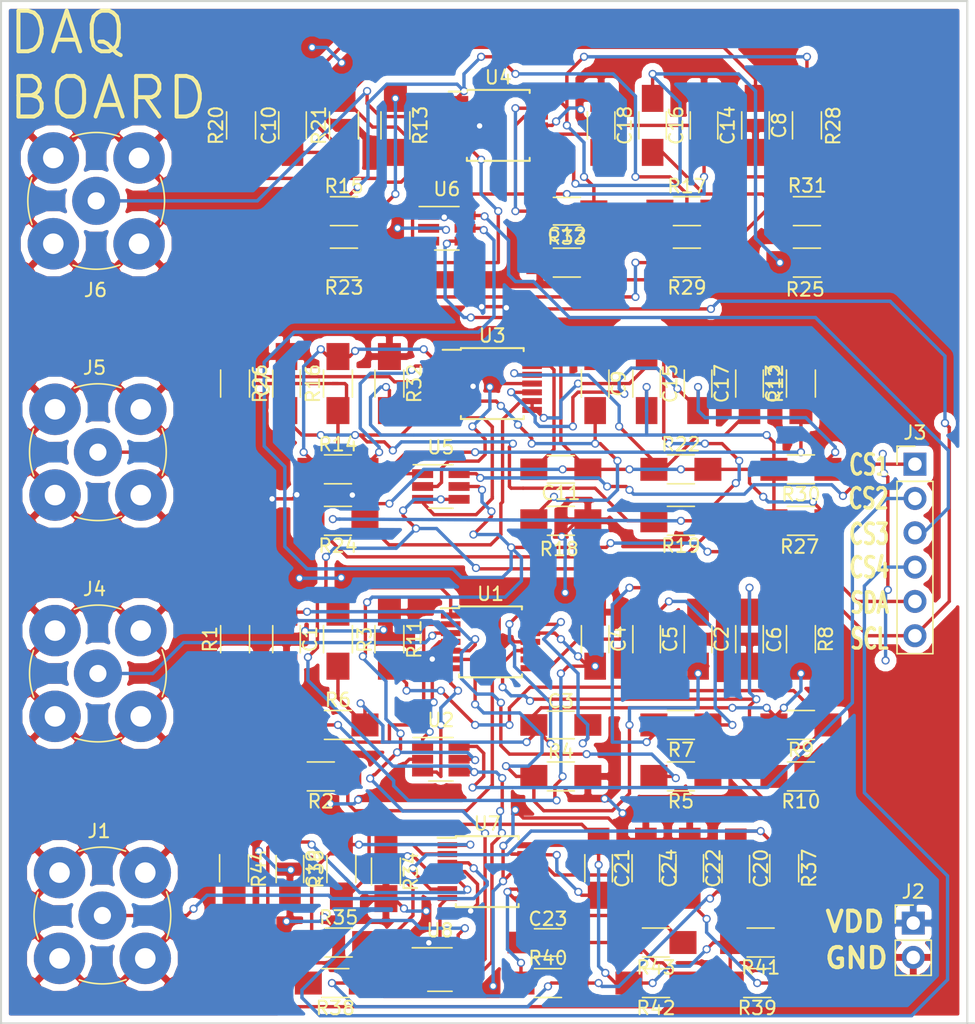
<source format=kicad_pcb>
(kicad_pcb (version 4) (host pcbnew 4.0.7)
  (layers (0 F.Cu signal hide) (31 B.Cu signal hide) (34 B.Paste user) (35 F.Paste user) (36 B.SilkS user) (37 F.SilkS user) (38 B.Mask user) (39 F.Mask user) (44 Edge.Cuts user))
  (net 0 "")
  (net 1 "Net-(C1-Pad1)")
  (net 2 GND)
  (net 3 "Net-(C2-Pad1)")
  (net 4 "Net-(C2-Pad2)")
  (net 5 "Net-(C3-Pad1)")
  (net 6 "Net-(C3-Pad2)")
  (net 7 "Net-(C4-Pad2)")
  (net 8 "Net-(C5-Pad1)")
  (net 9 "Net-(C5-Pad2)")
  (net 10 "Net-(C6-Pad2)")
  (net 11 "Net-(C7-Pad1)")
  (net 12 "Net-(C8-Pad1)")
  (net 13 "Net-(C9-Pad1)")
  (net 14 "Net-(C9-Pad2)")
  (net 15 "Net-(C10-Pad1)")
  (net 16 "Net-(C10-Pad2)")
  (net 17 "Net-(C11-Pad1)")
  (net 18 "Net-(C11-Pad2)")
  (net 19 "Net-(C12-Pad1)")
  (net 20 "Net-(C12-Pad2)")
  (net 21 "Net-(C13-Pad2)")
  (net 22 "Net-(C14-Pad2)")
  (net 23 "Net-(C15-Pad1)")
  (net 24 "Net-(C15-Pad2)")
  (net 25 "Net-(C16-Pad1)")
  (net 26 "Net-(C16-Pad2)")
  (net 27 "Net-(C17-Pad2)")
  (net 28 "Net-(C18-Pad2)")
  (net 29 "Net-(C19-Pad1)")
  (net 30 "Net-(C20-Pad1)")
  (net 31 "Net-(C20-Pad2)")
  (net 32 "Net-(C21-Pad1)")
  (net 33 "Net-(C21-Pad2)")
  (net 34 "Net-(C22-Pad2)")
  (net 35 "Net-(C23-Pad1)")
  (net 36 "Net-(C23-Pad2)")
  (net 37 "Net-(C24-Pad2)")
  (net 38 /Vdd)
  (net 39 /CS_1)
  (net 40 /CS_2)
  (net 41 /CS_3)
  (net 42 /CS_4)
  (net 43 /SDATA)
  (net 44 /SCLK)
  (net 45 "Net-(R1-Pad1)")
  (net 46 "Net-(R2-Pad1)")
  (net 47 "Net-(R12-Pad1)")
  (net 48 "Net-(R13-Pad1)")
  (net 49 "Net-(R14-Pad1)")
  (net 50 "Net-(R15-Pad1)")
  (net 51 "Net-(R34-Pad1)")
  (net 52 "Net-(R35-Pad1)")
  (net 53 /Vin_2)
  (net 54 /Vout_2)
  (net 55 /Vin_1)
  (net 56 /Vout_1)
  (net 57 /Vin_3)
  (net 58 /Vout_3)
  (net 59 /Vin_4)
  (net 60 /Vout_4)
  (module Capacitors_SMD:C_1206_HandSoldering (layer F.Cu) (at 74.041 113.284 270)
    (fp_text reference C1 (at 0 -1.75 270) (layer F.SilkS))
    (fp_text value 1nF)
    (pad 1 smd rect (at -2 0 270) (size 2 1.6) (layers F.Cu F.Paste F.Mask) (net 1 "Net-(C1-Pad1)"))
    (pad 2 smd rect (at 2 0 270) (size 2 1.6) (layers F.Cu F.Paste F.Mask) (net 2 GND))
  )
  (module Capacitors_SMD:C_1206_HandSoldering (layer F.Cu) (at 104.521 113.284 270)
    (fp_text reference C2 (at 0 -1.75 270) (layer F.SilkS))
    (fp_text value 1nF)
    (pad 1 smd rect (at -2 0 270) (size 2 1.6) (layers F.Cu F.Paste F.Mask) (net 3 "Net-(C2-Pad1)"))
    (pad 2 smd rect (at 2 0 270) (size 2 1.6) (layers F.Cu F.Paste F.Mask) (net 4 "Net-(C2-Pad2)"))
  )
  (module Capacitors_SMD:C_1206_HandSoldering (layer F.Cu) (at 94.361 119.634)
    (fp_text reference C3 (at 0 -1.75) (layer F.SilkS))
    (fp_text value 1nF)
    (pad 1 smd rect (at -2 0) (size 2 1.6) (layers F.Cu F.Paste F.Mask) (net 5 "Net-(C3-Pad1)"))
    (pad 2 smd rect (at 2 0) (size 2 1.6) (layers F.Cu F.Paste F.Mask) (net 6 "Net-(C3-Pad2)"))
  )
  (module Capacitors_SMD:C_1206_HandSoldering (layer F.Cu) (at 96.901 113.284 270)
    (fp_text reference C4 (at 0 -1.75 270) (layer F.SilkS))
    (fp_text value 1nF)
    (pad 1 smd rect (at -2 0 270) (size 2 1.6) (layers F.Cu F.Paste F.Mask) (net 2 GND))
    (pad 2 smd rect (at 2 0 270) (size 2 1.6) (layers F.Cu F.Paste F.Mask) (net 7 "Net-(C4-Pad2)"))
  )
  (module Capacitors_SMD:C_1206_HandSoldering (layer F.Cu) (at 100.711 113.284 270)
    (fp_text reference C5 (at 0 -1.75 270) (layer F.SilkS))
    (fp_text value 1nF)
    (pad 1 smd rect (at -2 0 270) (size 2 1.6) (layers F.Cu F.Paste F.Mask) (net 8 "Net-(C5-Pad1)"))
    (pad 2 smd rect (at 2 0 270) (size 2 1.6) (layers F.Cu F.Paste F.Mask) (net 9 "Net-(C5-Pad2)"))
  )
  (module Capacitors_SMD:C_1206_HandSoldering (layer F.Cu) (at 108.331 113.284 90)
    (fp_text reference C6 (at -0.0381 1.8288 90) (layer F.SilkS))
    (fp_text value 1nF)
    (pad 1 smd rect (at -2 0 90) (size 2 1.6) (layers F.Cu F.Paste F.Mask) (net 2 GND))
    (pad 2 smd rect (at 2 0 90) (size 2 1.6) (layers F.Cu F.Paste F.Mask) (net 10 "Net-(C6-Pad2)"))
  )
  (module Capacitors_SMD:C_1206_HandSoldering (layer F.Cu) (at 74.041 94.361 90)
    (fp_text reference C7 (at 0 -1.75 90) (layer F.SilkS))
    (fp_text value 1nF)
    (pad 1 smd rect (at -2 0 90) (size 2 1.6) (layers F.Cu F.Paste F.Mask) (net 11 "Net-(C7-Pad1)"))
    (pad 2 smd rect (at 2 0 90) (size 2 1.6) (layers F.Cu F.Paste F.Mask) (net 2 GND))
  )
  (module Capacitors_SMD:C_1206_HandSoldering (layer F.Cu) (at 108.7755 75.2475 270)
    (fp_text reference C8 (at 0 -1.75 270) (layer F.SilkS))
    (fp_text value 1nF)
    (pad 1 smd rect (at -2 0 270) (size 2 1.6) (layers F.Cu F.Paste F.Mask) (net 12 "Net-(C8-Pad1)"))
    (pad 2 smd rect (at 2 0 270) (size 2 1.6) (layers F.Cu F.Paste F.Mask) (net 2 GND))
  )
  (module Capacitors_SMD:C_1206_HandSoldering (layer F.Cu) (at 96.901 94.361 270)
    (fp_text reference C9 (at 0 -1.75 270) (layer F.SilkS))
    (fp_text value 1nF)
    (pad 1 smd rect (at -2 0 270) (size 2 1.6) (layers F.Cu F.Paste F.Mask) (net 13 "Net-(C9-Pad1)"))
    (pad 2 smd rect (at 2 0 270) (size 2 1.6) (layers F.Cu F.Paste F.Mask) (net 14 "Net-(C9-Pad2)"))
  )
  (module Capacitors_SMD:C_1206_HandSoldering (layer F.Cu) (at 74.4855 75.2475 90)
    (fp_text reference C10 (at 0 -1.75 90) (layer F.SilkS))
    (fp_text value 1nF)
    (pad 1 smd rect (at -2 0 90) (size 2 1.6) (layers F.Cu F.Paste F.Mask) (net 15 "Net-(C10-Pad1)"))
    (pad 2 smd rect (at 2 0 90) (size 2 1.6) (layers F.Cu F.Paste F.Mask) (net 16 "Net-(C10-Pad2)"))
  )
  (module Capacitors_SMD:C_1206_HandSoldering (layer F.Cu) (at 94.361 100.711 180)
    (fp_text reference C11 (at 0 -1.75 180) (layer F.SilkS))
    (fp_text value 1nF)
    (pad 1 smd rect (at -2 0 180) (size 2 1.6) (layers F.Cu F.Paste F.Mask) (net 17 "Net-(C11-Pad1)"))
    (pad 2 smd rect (at 2 0 180) (size 2 1.6) (layers F.Cu F.Paste F.Mask) (net 18 "Net-(C11-Pad2)"))
  )
  (module Capacitors_SMD:C_1206_HandSoldering (layer F.Cu) (at 94.8055 81.5975 180)
    (fp_text reference C12 (at 0 -1.75 180) (layer F.SilkS))
    (fp_text value 1nF)
    (pad 1 smd rect (at -2 0 180) (size 2 1.6) (layers F.Cu F.Paste F.Mask) (net 19 "Net-(C12-Pad1)"))
    (pad 2 smd rect (at 2 0 180) (size 2 1.6) (layers F.Cu F.Paste F.Mask) (net 20 "Net-(C12-Pad2)"))
  )
  (module Capacitors_SMD:C_1206_HandSoldering (layer F.Cu) (at 108.331 94.361 270)
    (fp_text reference C13 (at 0 -1.75 270) (layer F.SilkS))
    (fp_text value 1nF)
    (pad 1 smd rect (at -2 0 270) (size 2 1.6) (layers F.Cu F.Paste F.Mask) (net 2 GND))
    (pad 2 smd rect (at 2 0 270) (size 2 1.6) (layers F.Cu F.Paste F.Mask) (net 21 "Net-(C13-Pad2)"))
  )
  (module Capacitors_SMD:C_1206_HandSoldering (layer F.Cu) (at 104.9655 75.2475 270)
    (fp_text reference C14 (at 0 -1.75 270) (layer F.SilkS))
    (fp_text value 1nF)
    (pad 1 smd rect (at -2 0 270) (size 2 1.6) (layers F.Cu F.Paste F.Mask) (net 2 GND))
    (pad 2 smd rect (at 2 0 270) (size 2 1.6) (layers F.Cu F.Paste F.Mask) (net 22 "Net-(C14-Pad2)"))
  )
  (module Capacitors_SMD:C_1206_HandSoldering (layer F.Cu) (at 100.711 94.361 270)
    (fp_text reference C15 (at 0 -1.75 270) (layer F.SilkS))
    (fp_text value 1nF)
    (pad 1 smd rect (at -2 0 270) (size 2 1.6) (layers F.Cu F.Paste F.Mask) (net 23 "Net-(C15-Pad1)"))
    (pad 2 smd rect (at 2 0 270) (size 2 1.6) (layers F.Cu F.Paste F.Mask) (net 24 "Net-(C15-Pad2)"))
  )
  (module Capacitors_SMD:C_1206_HandSoldering (layer F.Cu) (at 101.1555 75.2475 270)
    (fp_text reference C16 (at 0 -1.75 270) (layer F.SilkS))
    (fp_text value 1nF)
    (pad 1 smd rect (at -2 0 270) (size 2 1.6) (layers F.Cu F.Paste F.Mask) (net 25 "Net-(C16-Pad1)"))
    (pad 2 smd rect (at 2 0 270) (size 2 1.6) (layers F.Cu F.Paste F.Mask) (net 26 "Net-(C16-Pad2)"))
  )
  (module Capacitors_SMD:C_1206_HandSoldering (layer F.Cu) (at 104.521 94.361 270)
    (fp_text reference C17 (at 0 -1.75 270) (layer F.SilkS))
    (fp_text value 1nF)
    (pad 1 smd rect (at -2 0 270) (size 2 1.6) (layers F.Cu F.Paste F.Mask) (net 2 GND))
    (pad 2 smd rect (at 2 0 270) (size 2 1.6) (layers F.Cu F.Paste F.Mask) (net 27 "Net-(C17-Pad2)"))
  )
  (module Capacitors_SMD:C_1206_HandSoldering (layer F.Cu) (at 97.3455 75.2475 270)
    (fp_text reference C18 (at 0 -1.75 270) (layer F.SilkS))
    (fp_text value 1nF)
    (pad 1 smd rect (at -2 0 270) (size 2 1.6) (layers F.Cu F.Paste F.Mask) (net 2 GND))
    (pad 2 smd rect (at 2 0 270) (size 2 1.6) (layers F.Cu F.Paste F.Mask) (net 28 "Net-(C18-Pad2)"))
  )
  (module Capacitors_SMD:C_1206_HandSoldering (layer F.Cu) (at 74.295 130.302 270)
    (fp_text reference C19 (at 0 -1.75 270) (layer F.SilkS))
    (fp_text value 1nF)
    (pad 1 smd rect (at -2 0 270) (size 2 1.6) (layers F.Cu F.Paste F.Mask) (net 29 "Net-(C19-Pad1)"))
    (pad 2 smd rect (at 2 0 270) (size 2 1.6) (layers F.Cu F.Paste F.Mask) (net 2 GND))
  )
  (module Capacitors_SMD:C_1206_HandSoldering (layer F.Cu) (at 107.315 130.302 90)
    (fp_text reference C20 (at 0.0508 1.8669 90) (layer F.SilkS))
    (fp_text value 1nF)
    (pad 1 smd rect (at -2 0 90) (size 2 1.6) (layers F.Cu F.Paste F.Mask) (net 30 "Net-(C20-Pad1)"))
    (pad 2 smd rect (at 2 0 90) (size 2 1.6) (layers F.Cu F.Paste F.Mask) (net 31 "Net-(C20-Pad2)"))
  )
  (module Capacitors_SMD:C_1206_HandSoldering (layer F.Cu) (at 97.155 130.242 270)
    (fp_text reference C21 (at 0 -1.75 270) (layer F.SilkS))
    (fp_text value 1nF)
    (pad 1 smd rect (at -2 0 270) (size 2 1.6) (layers F.Cu F.Paste F.Mask) (net 32 "Net-(C21-Pad1)"))
    (pad 2 smd rect (at 2 0 270) (size 2 1.6) (layers F.Cu F.Paste F.Mask) (net 33 "Net-(C21-Pad2)"))
  )
  (module Capacitors_SMD:C_1206_HandSoldering (layer F.Cu) (at 103.905 130.242 270)
    (fp_text reference C22 (at 0 -1.75 270) (layer F.SilkS))
    (fp_text value 1nF)
    (pad 1 smd rect (at -2 0 270) (size 2 1.6) (layers F.Cu F.Paste F.Mask) (net 2 GND))
    (pad 2 smd rect (at 2 0 270) (size 2 1.6) (layers F.Cu F.Paste F.Mask) (net 34 "Net-(C22-Pad2)"))
  )
  (module Capacitors_SMD:C_1206_HandSoldering (layer F.Cu) (at 93.405 135.742)
    (fp_text reference C23 (at 0 -1.75) (layer F.SilkS))
    (fp_text value 1nF)
    (pad 1 smd rect (at -2 0) (size 2 1.6) (layers F.Cu F.Paste F.Mask) (net 35 "Net-(C23-Pad1)"))
    (pad 2 smd rect (at 2 0) (size 2 1.6) (layers F.Cu F.Paste F.Mask) (net 36 "Net-(C23-Pad2)"))
  )
  (module Capacitors_SMD:C_1206_HandSoldering (layer F.Cu) (at 100.655 130.242 270)
    (fp_text reference C24 (at 0 -1.75 270) (layer F.SilkS))
    (fp_text value 1nF)
    (pad 1 smd rect (at -2 0 270) (size 2 1.6) (layers F.Cu F.Paste F.Mask) (net 2 GND))
    (pad 2 smd rect (at 2 0 270) (size 2 1.6) (layers F.Cu F.Paste F.Mask) (net 37 "Net-(C24-Pad2)"))
  )
  (module Connectors:bnc-ci (layer F.Cu) (at 60.405 133.742)
    (fp_text reference J1 (at -0.25 -6.25) (layer F.SilkS))
    (fp_text value Conn_Coaxial_Power)
    (pad 2 thru_hole circle (at -3.175 -3.175) (size 3.81 3.81) (drill 1.524) (layers *.Cu *.Mask) (net 2 GND))
    (pad 1 thru_hole circle (at 0 0) (size 3.556 3.556) (drill 1.27) (layers *.Cu *.Mask) (net 59 /Vin_4))
    (pad 2 thru_hole circle (at 3.175 -3.175) (size 3.81 3.81) (drill 1.524) (layers *.Cu *.Mask) (net 2 GND))
    (pad 2 thru_hole circle (at -3.175 3.175) (size 3.81 3.81) (drill 1.524) (layers *.Cu *.Mask) (net 2 GND))
    (pad 2 thru_hole circle (at 3.175 3.175) (size 3.81 3.81) (drill 1.524) (layers *.Cu *.Mask) (net 2 GND))
  )
  (module Connectors:bnc-ci (layer F.Cu) (at 60.071 115.824)
    (fp_text reference J4 (at -0.25 -6.25) (layer F.SilkS))
    (fp_text value Conn_Coaxial_Power)
    (pad 2 thru_hole circle (at -3.175 -3.175) (size 3.81 3.81) (drill 1.524) (layers *.Cu *.Mask) (net 2 GND))
    (pad 1 thru_hole circle (at 0 0) (size 3.556 3.556) (drill 1.27) (layers *.Cu *.Mask) (net 53 /Vin_2))
    (pad 2 thru_hole circle (at 3.175 -3.175) (size 3.81 3.81) (drill 1.524) (layers *.Cu *.Mask) (net 2 GND))
    (pad 2 thru_hole circle (at -3.175 3.175) (size 3.81 3.81) (drill 1.524) (layers *.Cu *.Mask) (net 2 GND))
    (pad 2 thru_hole circle (at 3.175 3.175) (size 3.81 3.81) (drill 1.524) (layers *.Cu *.Mask) (net 2 GND))
  )
  (module Connectors:bnc-ci (layer F.Cu) (at 60.071 99.441)
    (fp_text reference J5 (at -0.25 -6.25) (layer F.SilkS))
    (fp_text value Conn_Coaxial_Power)
    (pad 2 thru_hole circle (at -3.175 -3.175) (size 3.81 3.81) (drill 1.524) (layers *.Cu *.Mask) (net 2 GND))
    (pad 1 thru_hole circle (at 0 0) (size 3.556 3.556) (drill 1.27) (layers *.Cu *.Mask) (net 55 /Vin_1))
    (pad 2 thru_hole circle (at 3.175 -3.175) (size 3.81 3.81) (drill 1.524) (layers *.Cu *.Mask) (net 2 GND))
    (pad 2 thru_hole circle (at -3.175 3.175) (size 3.81 3.81) (drill 1.524) (layers *.Cu *.Mask) (net 2 GND))
    (pad 2 thru_hole circle (at 3.175 3.175) (size 3.81 3.81) (drill 1.524) (layers *.Cu *.Mask) (net 2 GND))
  )
  (module Connectors:bnc-ci (layer F.Cu) (at 59.944 80.8355)
    (fp_text reference J6 (at -0.0508 6.604) (layer F.SilkS))
    (fp_text value Conn_Coaxial_Power)
    (pad 2 thru_hole circle (at -3.175 -3.175) (size 3.81 3.81) (drill 1.524) (layers *.Cu *.Mask) (net 2 GND))
    (pad 1 thru_hole circle (at 0 0) (size 3.556 3.556) (drill 1.27) (layers *.Cu *.Mask) (net 57 /Vin_3))
    (pad 2 thru_hole circle (at 3.175 -3.175) (size 3.81 3.81) (drill 1.524) (layers *.Cu *.Mask) (net 2 GND))
    (pad 2 thru_hole circle (at -3.175 3.175) (size 3.81 3.81) (drill 1.524) (layers *.Cu *.Mask) (net 2 GND))
    (pad 2 thru_hole circle (at 3.175 3.175) (size 3.81 3.81) (drill 1.524) (layers *.Cu *.Mask) (net 2 GND))
  )
  (module Resistors_SMD:R_1206_HandSoldering (layer F.Cu) (at 70.231 113.284 90)
    (fp_text reference R1 (at 0 -1.85 90) (layer F.SilkS))
    (fp_text value 1K)
    (pad 1 smd rect (at -2 0 90) (size 2 1.7) (layers F.Cu F.Paste F.Mask) (net 45 "Net-(R1-Pad1)"))
    (pad 2 smd rect (at 2 0 90) (size 2 1.7) (layers F.Cu F.Paste F.Mask) (net 2 GND))
  )
  (module Resistors_SMD:R_1206_HandSoldering (layer F.Cu) (at 76.581 123.444 180)
    (fp_text reference R2 (at 0 -1.85 180) (layer F.SilkS))
    (fp_text value 49K)
    (pad 1 smd rect (at -2 0 180) (size 2 1.7) (layers F.Cu F.Paste F.Mask) (net 46 "Net-(R2-Pad1)"))
    (pad 2 smd rect (at 2 0 180) (size 2 1.7) (layers F.Cu F.Paste F.Mask) (net 45 "Net-(R1-Pad1)"))
  )
  (module Resistors_SMD:R_1206_HandSoldering (layer F.Cu) (at 77.851 113.284 90)
    (fp_text reference R3 (at -0.0381 1.9812 90) (layer F.SilkS))
    (fp_text value 7K)
    (pad 1 smd rect (at -2 0 90) (size 2 1.7) (layers F.Cu F.Paste F.Mask) (net 5 "Net-(C3-Pad1)"))
    (pad 2 smd rect (at 2 0 90) (size 2 1.7) (layers F.Cu F.Paste F.Mask) (net 46 "Net-(R2-Pad1)"))
  )
  (module Resistors_SMD:R_1206_HandSoldering (layer F.Cu) (at 94.361 123.444)
    (fp_text reference R4 (at 0 -1.85) (layer F.SilkS))
    (fp_text value 1K)
    (pad 1 smd rect (at -2 0) (size 2 1.7) (layers F.Cu F.Paste F.Mask) (net 4 "Net-(C2-Pad2)"))
    (pad 2 smd rect (at 2 0) (size 2 1.7) (layers F.Cu F.Paste F.Mask) (net 2 GND))
  )
  (module Resistors_SMD:R_1206_HandSoldering (layer F.Cu) (at 103.251 123.444 180)
    (fp_text reference R5 (at 0 -1.85 180) (layer F.SilkS))
    (fp_text value 7K)
    (pad 1 smd rect (at -2 0 180) (size 2 1.7) (layers F.Cu F.Paste F.Mask) (net 3 "Net-(C2-Pad1)"))
    (pad 2 smd rect (at 2 0 180) (size 2 1.7) (layers F.Cu F.Paste F.Mask) (net 1 "Net-(C1-Pad1)"))
  )
  (module Resistors_SMD:R_1206_HandSoldering (layer F.Cu) (at 77.851 119.634)
    (fp_text reference R6 (at 0 -1.85) (layer F.SilkS))
    (fp_text value 7K)
    (pad 1 smd rect (at -2 0) (size 2 1.7) (layers F.Cu F.Paste F.Mask) (net 7 "Net-(C4-Pad2)"))
    (pad 2 smd rect (at 2 0) (size 2 1.7) (layers F.Cu F.Paste F.Mask) (net 5 "Net-(C3-Pad1)"))
  )
  (module Resistors_SMD:R_1206_HandSoldering (layer F.Cu) (at 103.251 119.634 180)
    (fp_text reference R7 (at 0 -1.85 180) (layer F.SilkS))
    (fp_text value 7K)
    (pad 1 smd rect (at -2 0 180) (size 2 1.7) (layers F.Cu F.Paste F.Mask) (net 8 "Net-(C5-Pad1)"))
    (pad 2 smd rect (at 2 0 180) (size 2 1.7) (layers F.Cu F.Paste F.Mask) (net 3 "Net-(C2-Pad1)"))
  )
  (module Resistors_SMD:R_1206_HandSoldering (layer F.Cu) (at 112.141 113.284 270)
    (fp_text reference R8 (at 0 -1.85 270) (layer F.SilkS))
    (fp_text value 1K)
    (pad 1 smd rect (at -2 0 270) (size 2 1.7) (layers F.Cu F.Paste F.Mask) (net 2 GND))
    (pad 2 smd rect (at 2 0 270) (size 2 1.7) (layers F.Cu F.Paste F.Mask) (net 5 "Net-(C3-Pad1)"))
  )
  (module Resistors_SMD:R_1206_HandSoldering (layer F.Cu) (at 112.141 119.634 180)
    (fp_text reference R9 (at 0 -1.85 180) (layer F.SilkS))
    (fp_text value 7K)
    (pad 1 smd rect (at -2 0 180) (size 2 1.7) (layers F.Cu F.Paste F.Mask) (net 9 "Net-(C5-Pad2)"))
    (pad 2 smd rect (at 2 0 180) (size 2 1.7) (layers F.Cu F.Paste F.Mask) (net 5 "Net-(C3-Pad1)"))
  )
  (module Resistors_SMD:R_1206_HandSoldering (layer F.Cu) (at 112.141 123.444 180)
    (fp_text reference R10 (at 0 -1.85 180) (layer F.SilkS))
    (fp_text value 7K)
    (pad 1 smd rect (at -2 0 180) (size 2 1.7) (layers F.Cu F.Paste F.Mask) (net 10 "Net-(C6-Pad2)"))
    (pad 2 smd rect (at 2 0 180) (size 2 1.7) (layers F.Cu F.Paste F.Mask) (net 9 "Net-(C5-Pad2)"))
  )
  (module Resistors_SMD:R_1206_HandSoldering (layer F.Cu) (at 81.661 113.284 270)
    (fp_text reference R11 (at 0 -1.85 270) (layer F.SilkS))
    (fp_text value 1K)
    (pad 1 smd rect (at -2 0 270) (size 2 1.7) (layers F.Cu F.Paste F.Mask) (net 2 GND))
    (pad 2 smd rect (at 2 0 270) (size 2 1.7) (layers F.Cu F.Paste F.Mask) (net 9 "Net-(C5-Pad2)"))
  )
  (module Resistors_SMD:R_1206_HandSoldering (layer F.Cu) (at 112.141 94.361 90)
    (fp_text reference R12 (at 0 -1.85 90) (layer F.SilkS))
    (fp_text value 1K)
    (pad 1 smd rect (at -2 0 90) (size 2 1.7) (layers F.Cu F.Paste F.Mask) (net 47 "Net-(R12-Pad1)"))
    (pad 2 smd rect (at 2 0 90) (size 2 1.7) (layers F.Cu F.Paste F.Mask) (net 2 GND))
  )
  (module Resistors_SMD:R_1206_HandSoldering (layer F.Cu) (at 82.1055 75.2475 270)
    (fp_text reference R13 (at 0 -1.85 270) (layer F.SilkS))
    (fp_text value 1K)
    (pad 1 smd rect (at -2 0 270) (size 2 1.7) (layers F.Cu F.Paste F.Mask) (net 48 "Net-(R13-Pad1)"))
    (pad 2 smd rect (at 2 0 270) (size 2 1.7) (layers F.Cu F.Paste F.Mask) (net 2 GND))
  )
  (module Resistors_SMD:R_1206_HandSoldering (layer F.Cu) (at 77.851 100.711)
    (fp_text reference R14 (at 0 -1.85) (layer F.SilkS))
    (fp_text value 49K)
    (pad 1 smd rect (at -2 0) (size 2 1.7) (layers F.Cu F.Paste F.Mask) (net 49 "Net-(R14-Pad1)"))
    (pad 2 smd rect (at 2 0) (size 2 1.7) (layers F.Cu F.Paste F.Mask) (net 47 "Net-(R12-Pad1)"))
  )
  (module Resistors_SMD:R_1206_HandSoldering (layer F.Cu) (at 78.2955 81.5975)
    (fp_text reference R15 (at 0 -1.85) (layer F.SilkS))
    (fp_text value 49K)
    (pad 1 smd rect (at -2 0) (size 2 1.7) (layers F.Cu F.Paste F.Mask) (net 50 "Net-(R15-Pad1)"))
    (pad 2 smd rect (at 2 0) (size 2 1.7) (layers F.Cu F.Paste F.Mask) (net 48 "Net-(R13-Pad1)"))
  )
  (module Resistors_SMD:R_1206_HandSoldering (layer F.Cu) (at 77.851 94.361 90)
    (fp_text reference R16 (at 0 -1.85 90) (layer F.SilkS))
    (fp_text value 7K)
    (pad 1 smd rect (at -2 0 90) (size 2 1.7) (layers F.Cu F.Paste F.Mask) (net 17 "Net-(C11-Pad1)"))
    (pad 2 smd rect (at 2 0 90) (size 2 1.7) (layers F.Cu F.Paste F.Mask) (net 49 "Net-(R14-Pad1)"))
  )
  (module Resistors_SMD:R_1206_HandSoldering (layer F.Cu) (at 103.6955 81.5975)
    (fp_text reference R17 (at 0 -1.85) (layer F.SilkS))
    (fp_text value 7K)
    (pad 1 smd rect (at -2 0) (size 2 1.7) (layers F.Cu F.Paste F.Mask) (net 19 "Net-(C12-Pad1)"))
    (pad 2 smd rect (at 2 0) (size 2 1.7) (layers F.Cu F.Paste F.Mask) (net 50 "Net-(R15-Pad1)"))
  )
  (module Resistors_SMD:R_1206_HandSoldering (layer F.Cu) (at 94.361 104.521)
    (fp_text reference R18 (at -0.127 2.0955) (layer F.SilkS))
    (fp_text value 1K)
    (pad 1 smd rect (at -2 0) (size 2 1.7) (layers F.Cu F.Paste F.Mask) (net 14 "Net-(C9-Pad2)"))
    (pad 2 smd rect (at 2 0) (size 2 1.7) (layers F.Cu F.Paste F.Mask) (net 2 GND))
  )
  (module Resistors_SMD:R_1206_HandSoldering (layer F.Cu) (at 103.251 104.521 180)
    (fp_text reference R19 (at 0 -1.85 180) (layer F.SilkS))
    (fp_text value 7K)
    (pad 1 smd rect (at -2 0 180) (size 2 1.7) (layers F.Cu F.Paste F.Mask) (net 13 "Net-(C9-Pad1)"))
    (pad 2 smd rect (at 2 0 180) (size 2 1.7) (layers F.Cu F.Paste F.Mask) (net 11 "Net-(C7-Pad1)"))
  )
  (module Resistors_SMD:R_1206_HandSoldering (layer F.Cu) (at 70.6755 75.2475 90)
    (fp_text reference R20 (at 0 -1.85 90) (layer F.SilkS))
    (fp_text value 1K)
    (pad 1 smd rect (at -2 0 90) (size 2 1.7) (layers F.Cu F.Paste F.Mask) (net 16 "Net-(C10-Pad2)"))
    (pad 2 smd rect (at 2 0 90) (size 2 1.7) (layers F.Cu F.Paste F.Mask) (net 2 GND))
  )
  (module Resistors_SMD:R_1206_HandSoldering (layer F.Cu) (at 78.2955 75.2475 90)
    (fp_text reference R21 (at 0 -1.85 90) (layer F.SilkS))
    (fp_text value 7K)
    (pad 1 smd rect (at -2 0 90) (size 2 1.7) (layers F.Cu F.Paste F.Mask) (net 15 "Net-(C10-Pad1)"))
    (pad 2 smd rect (at 2 0 90) (size 2 1.7) (layers F.Cu F.Paste F.Mask) (net 12 "Net-(C8-Pad1)"))
  )
  (module Resistors_SMD:R_1206_HandSoldering (layer F.Cu) (at 103.251 100.711)
    (fp_text reference R22 (at 0 -1.85) (layer F.SilkS))
    (fp_text value 7K)
    (pad 1 smd rect (at -2 0) (size 2 1.7) (layers F.Cu F.Paste F.Mask) (net 21 "Net-(C13-Pad2)"))
    (pad 2 smd rect (at 2 0) (size 2 1.7) (layers F.Cu F.Paste F.Mask) (net 17 "Net-(C11-Pad1)"))
  )
  (module Resistors_SMD:R_1206_HandSoldering (layer F.Cu) (at 78.2955 85.4075 180)
    (fp_text reference R23 (at 0 -1.85 180) (layer F.SilkS))
    (fp_text value 7K)
    (pad 1 smd rect (at -2 0 180) (size 2 1.7) (layers F.Cu F.Paste F.Mask) (net 22 "Net-(C14-Pad2)"))
    (pad 2 smd rect (at 2 0 180) (size 2 1.7) (layers F.Cu F.Paste F.Mask) (net 19 "Net-(C12-Pad1)"))
  )
  (module Resistors_SMD:R_1206_HandSoldering (layer F.Cu) (at 77.851 104.521 180)
    (fp_text reference R24 (at 0 -1.85 180) (layer F.SilkS))
    (fp_text value 7K)
    (pad 1 smd rect (at -2 0 180) (size 2 1.7) (layers F.Cu F.Paste F.Mask) (net 23 "Net-(C15-Pad1)"))
    (pad 2 smd rect (at 2 0 180) (size 2 1.7) (layers F.Cu F.Paste F.Mask) (net 13 "Net-(C9-Pad1)"))
  )
  (module Resistors_SMD:R_1206_HandSoldering (layer F.Cu) (at 112.5855 85.4075)
    (fp_text reference R25 (at -0.127 1.9939) (layer F.SilkS))
    (fp_text value 7K)
    (pad 1 smd rect (at -2 0) (size 2 1.7) (layers F.Cu F.Paste F.Mask) (net 25 "Net-(C16-Pad1)"))
    (pad 2 smd rect (at 2 0) (size 2 1.7) (layers F.Cu F.Paste F.Mask) (net 15 "Net-(C10-Pad1)"))
  )
  (module Resistors_SMD:R_1206_HandSoldering (layer F.Cu) (at 70.231 94.361 270)
    (fp_text reference R26 (at 0 -1.85 270) (layer F.SilkS))
    (fp_text value 1K)
    (pad 1 smd rect (at -2 0 270) (size 2 1.7) (layers F.Cu F.Paste F.Mask) (net 2 GND))
    (pad 2 smd rect (at 2 0 270) (size 2 1.7) (layers F.Cu F.Paste F.Mask) (net 17 "Net-(C11-Pad1)"))
  )
  (module Resistors_SMD:R_1206_HandSoldering (layer F.Cu) (at 112.141 104.521)
    (fp_text reference R27 (at -0.1016 1.9177) (layer F.SilkS))
    (fp_text value 7K)
    (pad 1 smd rect (at -2 0) (size 2 1.7) (layers F.Cu F.Paste F.Mask) (net 24 "Net-(C15-Pad2)"))
    (pad 2 smd rect (at 2 0) (size 2 1.7) (layers F.Cu F.Paste F.Mask) (net 17 "Net-(C11-Pad1)"))
  )
  (module Resistors_SMD:R_1206_HandSoldering (layer F.Cu) (at 112.5855 75.2475 90)
    (fp_text reference R28 (at -0.0381 1.9558 90) (layer F.SilkS))
    (fp_text value 1K)
    (pad 1 smd rect (at -2 0 90) (size 2 1.7) (layers F.Cu F.Paste F.Mask) (net 2 GND))
    (pad 2 smd rect (at 2 0 90) (size 2 1.7) (layers F.Cu F.Paste F.Mask) (net 19 "Net-(C12-Pad1)"))
  )
  (module Resistors_SMD:R_1206_HandSoldering (layer F.Cu) (at 103.6955 85.4075 180)
    (fp_text reference R29 (at 0 -1.85 180) (layer F.SilkS))
    (fp_text value 7K)
    (pad 1 smd rect (at -2 0 180) (size 2 1.7) (layers F.Cu F.Paste F.Mask) (net 26 "Net-(C16-Pad2)"))
    (pad 2 smd rect (at 2 0 180) (size 2 1.7) (layers F.Cu F.Paste F.Mask) (net 19 "Net-(C12-Pad1)"))
  )
  (module Resistors_SMD:R_1206_HandSoldering (layer F.Cu) (at 112.141 100.711 180)
    (fp_text reference R30 (at 0 -1.85 180) (layer F.SilkS))
    (fp_text value 7K)
    (pad 1 smd rect (at -2 0 180) (size 2 1.7) (layers F.Cu F.Paste F.Mask) (net 27 "Net-(C17-Pad2)"))
    (pad 2 smd rect (at 2 0 180) (size 2 1.7) (layers F.Cu F.Paste F.Mask) (net 24 "Net-(C15-Pad2)"))
  )
  (module Resistors_SMD:R_1206_HandSoldering (layer F.Cu) (at 112.5855 81.5975 180)
    (fp_text reference R31 (at -0.0254 1.8923 180) (layer F.SilkS))
    (fp_text value 7K)
    (pad 1 smd rect (at -2 0 180) (size 2 1.7) (layers F.Cu F.Paste F.Mask) (net 28 "Net-(C18-Pad2)"))
    (pad 2 smd rect (at 2 0 180) (size 2 1.7) (layers F.Cu F.Paste F.Mask) (net 26 "Net-(C16-Pad2)"))
  )
  (module Resistors_SMD:R_1206_HandSoldering (layer F.Cu) (at 81.661 94.361 270)
    (fp_text reference R32 (at 0 -1.85 270) (layer F.SilkS))
    (fp_text value 1K)
    (pad 1 smd rect (at -2 0 270) (size 2 1.7) (layers F.Cu F.Paste F.Mask) (net 2 GND))
    (pad 2 smd rect (at 2 0 270) (size 2 1.7) (layers F.Cu F.Paste F.Mask) (net 24 "Net-(C15-Pad2)"))
  )
  (module Resistors_SMD:R_1206_HandSoldering (layer F.Cu) (at 94.8055 85.4075)
    (fp_text reference R33 (at 0 -1.85) (layer F.SilkS))
    (fp_text value 1K)
    (pad 1 smd rect (at -2 0) (size 2 1.7) (layers F.Cu F.Paste F.Mask) (net 2 GND))
    (pad 2 smd rect (at 2 0) (size 2 1.7) (layers F.Cu F.Paste F.Mask) (net 26 "Net-(C16-Pad2)"))
  )
  (module Resistors_SMD:R_1206_HandSoldering (layer F.Cu) (at 81.405 130.492 270)
    (fp_text reference R34 (at 0 -1.85 270) (layer F.SilkS))
    (fp_text value 1K)
    (pad 1 smd rect (at -2 0 270) (size 2 1.7) (layers F.Cu F.Paste F.Mask) (net 51 "Net-(R34-Pad1)"))
    (pad 2 smd rect (at 2 0 270) (size 2 1.7) (layers F.Cu F.Paste F.Mask) (net 2 GND))
  )
  (module Resistors_SMD:R_1206_HandSoldering (layer F.Cu) (at 77.905 135.742)
    (fp_text reference R35 (at 0 -1.85) (layer F.SilkS))
    (fp_text value 49K)
    (pad 1 smd rect (at -2 0) (size 2 1.7) (layers F.Cu F.Paste F.Mask) (net 52 "Net-(R35-Pad1)"))
    (pad 2 smd rect (at 2 0) (size 2 1.7) (layers F.Cu F.Paste F.Mask) (net 51 "Net-(R34-Pad1)"))
  )
  (module Resistors_SMD:R_1206_HandSoldering (layer F.Cu) (at 78.105 130.302 90)
    (fp_text reference R36 (at 0 -1.85 90) (layer F.SilkS))
    (fp_text value 7K)
    (pad 1 smd rect (at -2 0 90) (size 2 1.7) (layers F.Cu F.Paste F.Mask) (net 32 "Net-(C21-Pad1)"))
    (pad 2 smd rect (at 2 0 90) (size 2 1.7) (layers F.Cu F.Paste F.Mask) (net 52 "Net-(R35-Pad1)"))
  )
  (module Resistors_SMD:R_1206_HandSoldering (layer F.Cu) (at 110.905 130.242 270)
    (fp_text reference R37 (at 0 -1.85 270) (layer F.SilkS))
    (fp_text value 1K)
    (pad 1 smd rect (at -2 0 270) (size 2 1.7) (layers F.Cu F.Paste F.Mask) (net 31 "Net-(C20-Pad2)"))
    (pad 2 smd rect (at 2 0 270) (size 2 1.7) (layers F.Cu F.Paste F.Mask) (net 2 GND))
  )
  (module Resistors_SMD:R_1206_HandSoldering (layer F.Cu) (at 77.655 138.742 180)
    (fp_text reference R38 (at 0 -1.85 180) (layer F.SilkS))
    (fp_text value 7K)
    (pad 1 smd rect (at -2 0 180) (size 2 1.7) (layers F.Cu F.Paste F.Mask) (net 30 "Net-(C20-Pad1)"))
    (pad 2 smd rect (at 2 0 180) (size 2 1.7) (layers F.Cu F.Paste F.Mask) (net 29 "Net-(C19-Pad1)"))
  )
  (module Resistors_SMD:R_1206_HandSoldering (layer F.Cu) (at 108.905 138.742 180)
    (fp_text reference R39 (at 0 -1.85 180) (layer F.SilkS))
    (fp_text value 7K)
    (pad 1 smd rect (at -2 0 180) (size 2 1.7) (layers F.Cu F.Paste F.Mask) (net 34 "Net-(C22-Pad2)"))
    (pad 2 smd rect (at 2 0 180) (size 2 1.7) (layers F.Cu F.Paste F.Mask) (net 32 "Net-(C21-Pad1)"))
  )
  (module Resistors_SMD:R_1206_HandSoldering (layer F.Cu) (at 93.405 138.742)
    (fp_text reference R40 (at 0 -1.85) (layer F.SilkS))
    (fp_text value 7K)
    (pad 1 smd rect (at -2 0) (size 2 1.7) (layers F.Cu F.Paste F.Mask) (net 35 "Net-(C23-Pad1)"))
    (pad 2 smd rect (at 2 0) (size 2 1.7) (layers F.Cu F.Paste F.Mask) (net 30 "Net-(C20-Pad1)"))
  )
  (module Resistors_SMD:R_1206_HandSoldering (layer F.Cu) (at 109.155 135.742 180)
    (fp_text reference R41 (at 0 -1.85 180) (layer F.SilkS))
    (fp_text value 1K)
    (pad 1 smd rect (at -2 0 180) (size 2 1.7) (layers F.Cu F.Paste F.Mask) (net 2 GND))
    (pad 2 smd rect (at 2 0 180) (size 2 1.7) (layers F.Cu F.Paste F.Mask) (net 32 "Net-(C21-Pad1)"))
  )
  (module Resistors_SMD:R_1206_HandSoldering (layer F.Cu) (at 101.405 138.742 180)
    (fp_text reference R42 (at 0 -1.85 180) (layer F.SilkS))
    (fp_text value 7K)
    (pad 1 smd rect (at -2 0 180) (size 2 1.7) (layers F.Cu F.Paste F.Mask) (net 36 "Net-(C23-Pad2)"))
    (pad 2 smd rect (at 2 0 180) (size 2 1.7) (layers F.Cu F.Paste F.Mask) (net 32 "Net-(C21-Pad1)"))
  )
  (module Resistors_SMD:R_1206_HandSoldering (layer F.Cu) (at 101.405 135.742 180)
    (fp_text reference R43 (at 0 -1.85 180) (layer F.SilkS))
    (fp_text value 7K)
    (pad 1 smd rect (at -2 0 180) (size 2 1.7) (layers F.Cu F.Paste F.Mask) (net 37 "Net-(C24-Pad2)"))
    (pad 2 smd rect (at 2 0 180) (size 2 1.7) (layers F.Cu F.Paste F.Mask) (net 36 "Net-(C23-Pad2)"))
  )
  (module Resistors_SMD:R_1206_HandSoldering (layer F.Cu) (at 70.155 130.242 270)
    (fp_text reference R44 (at 0 -1.85 270) (layer F.SilkS))
    (fp_text value 1K)
    (pad 1 smd rect (at -2 0 270) (size 2 1.7) (layers F.Cu F.Paste F.Mask) (net 2 GND))
    (pad 2 smd rect (at 2 0 270) (size 2 1.7) (layers F.Cu F.Paste F.Mask) (net 36 "Net-(C23-Pad2)"))
  )
  (module Housings_SSOP:TSSOP-14_4.4x5mm_Pitch0.65mm (layer F.Cu) (at 89.151 113.484)
    (fp_text reference U1 (at 0 -3.55) (layer F.SilkS))
    (fp_text value LM324_4)
    (pad 1 smd rect (at -2.95 -1.95) (size 1.45 0.45) (layers F.Cu F.Paste F.Mask) (net 46 "Net-(R2-Pad1)"))
    (pad 2 smd rect (at -2.95 -1.3) (size 1.45 0.45) (layers F.Cu F.Paste F.Mask) (net 45 "Net-(R1-Pad1)"))
    (pad 3 smd rect (at -2.95 -0.65) (size 1.45 0.45) (layers F.Cu F.Paste F.Mask) (net 53 /Vin_2))
    (pad 4 smd rect (at -2.95 0) (size 1.45 0.45) (layers F.Cu F.Paste F.Mask) (net 38 /Vdd))
    (pad 5 smd rect (at -2.95 0.65) (size 1.45 0.45) (layers F.Cu F.Paste F.Mask) (net 1 "Net-(C1-Pad1)"))
    (pad 6 smd rect (at -2.95 1.3) (size 1.45 0.45) (layers F.Cu F.Paste F.Mask) (net 4 "Net-(C2-Pad2)"))
    (pad 7 smd rect (at -2.95 1.95) (size 1.45 0.45) (layers F.Cu F.Paste F.Mask) (net 54 /Vout_2))
    (pad 8 smd rect (at 2.95 1.95) (size 1.45 0.45) (layers F.Cu F.Paste F.Mask) (net 8 "Net-(C5-Pad1)"))
    (pad 9 smd rect (at 2.95 1.3) (size 1.45 0.45) (layers F.Cu F.Paste F.Mask) (net 8 "Net-(C5-Pad1)"))
    (pad 10 smd rect (at 2.95 0.65) (size 1.45 0.45) (layers F.Cu F.Paste F.Mask) (net 10 "Net-(C6-Pad2)"))
    (pad 11 smd rect (at 2.95 0) (size 1.45 0.45) (layers F.Cu F.Paste F.Mask) (net 2 GND))
    (pad 12 smd rect (at 2.95 -0.65) (size 1.45 0.45) (layers F.Cu F.Paste F.Mask) (net 7 "Net-(C4-Pad2)"))
    (pad 13 smd rect (at 2.95 -1.3) (size 1.45 0.45) (layers F.Cu F.Paste F.Mask) (net 6 "Net-(C3-Pad2)"))
    (pad 14 smd rect (at 2.95 -1.95) (size 1.45 0.45) (layers F.Cu F.Paste F.Mask) (net 5 "Net-(C3-Pad1)"))
  )
  (module TO_SOT_Packages_SMD:SOT-23-6_Handsoldering (layer F.Cu) (at 85.471 122.174)
    (fp_text reference U2 (at 0 -2.9) (layer F.SilkS))
    (fp_text value ADCS7476)
    (pad 1 smd rect (at -1.35 -0.95) (size 1.56 0.65) (layers F.Cu F.Paste F.Mask) (net 38 /Vdd))
    (pad 2 smd rect (at -1.35 0) (size 1.56 0.65) (layers F.Cu F.Paste F.Mask) (net 2 GND))
    (pad 3 smd rect (at -1.35 0.95) (size 1.56 0.65) (layers F.Cu F.Paste F.Mask) (net 54 /Vout_2))
    (pad 4 smd rect (at 1.35 0.95) (size 1.56 0.65) (layers F.Cu F.Paste F.Mask) (net 44 /SCLK))
    (pad 6 smd rect (at 1.35 -0.95) (size 1.56 0.65) (layers F.Cu F.Paste F.Mask) (net 40 /CS_2))
    (pad 5 smd rect (at 1.35 0) (size 1.56 0.65) (layers F.Cu F.Paste F.Mask) (net 43 /SDATA))
  )
  (module Housings_SSOP:TSSOP-14_4.4x5mm_Pitch0.65mm (layer F.Cu) (at 89.281 94.361)
    (fp_text reference U3 (at 0 -3.55) (layer F.SilkS))
    (fp_text value LM324_4)
    (pad 1 smd rect (at -2.95 -1.95) (size 1.45 0.45) (layers F.Cu F.Paste F.Mask) (net 49 "Net-(R14-Pad1)"))
    (pad 2 smd rect (at -2.95 -1.3) (size 1.45 0.45) (layers F.Cu F.Paste F.Mask) (net 47 "Net-(R12-Pad1)"))
    (pad 3 smd rect (at -2.95 -0.65) (size 1.45 0.45) (layers F.Cu F.Paste F.Mask) (net 55 /Vin_1))
    (pad 4 smd rect (at -2.95 0) (size 1.45 0.45) (layers F.Cu F.Paste F.Mask) (net 38 /Vdd))
    (pad 5 smd rect (at -2.95 0.65) (size 1.45 0.45) (layers F.Cu F.Paste F.Mask) (net 11 "Net-(C7-Pad1)"))
    (pad 6 smd rect (at -2.95 1.3) (size 1.45 0.45) (layers F.Cu F.Paste F.Mask) (net 14 "Net-(C9-Pad2)"))
    (pad 7 smd rect (at -2.95 1.95) (size 1.45 0.45) (layers F.Cu F.Paste F.Mask) (net 56 /Vout_1))
    (pad 8 smd rect (at 2.95 1.95) (size 1.45 0.45) (layers F.Cu F.Paste F.Mask) (net 23 "Net-(C15-Pad1)"))
    (pad 9 smd rect (at 2.95 1.3) (size 1.45 0.45) (layers F.Cu F.Paste F.Mask) (net 23 "Net-(C15-Pad1)"))
    (pad 10 smd rect (at 2.95 0.65) (size 1.45 0.45) (layers F.Cu F.Paste F.Mask) (net 27 "Net-(C17-Pad2)"))
    (pad 11 smd rect (at 2.95 0) (size 1.45 0.45) (layers F.Cu F.Paste F.Mask) (net 2 GND))
    (pad 12 smd rect (at 2.95 -0.65) (size 1.45 0.45) (layers F.Cu F.Paste F.Mask) (net 21 "Net-(C13-Pad2)"))
    (pad 13 smd rect (at 2.95 -1.3) (size 1.45 0.45) (layers F.Cu F.Paste F.Mask) (net 18 "Net-(C11-Pad2)"))
    (pad 14 smd rect (at 2.95 -1.95) (size 1.45 0.45) (layers F.Cu F.Paste F.Mask) (net 17 "Net-(C11-Pad1)"))
  )
  (module Housings_SSOP:TSSOP-14_4.4x5mm_Pitch0.65mm (layer F.Cu) (at 89.7255 75.2475)
    (fp_text reference U4 (at 0 -3.55) (layer F.SilkS))
    (fp_text value LM324_4)
    (pad 1 smd rect (at -2.95 -1.95) (size 1.45 0.45) (layers F.Cu F.Paste F.Mask) (net 50 "Net-(R15-Pad1)"))
    (pad 2 smd rect (at -2.95 -1.3) (size 1.45 0.45) (layers F.Cu F.Paste F.Mask) (net 48 "Net-(R13-Pad1)"))
    (pad 3 smd rect (at -2.95 -0.65) (size 1.45 0.45) (layers F.Cu F.Paste F.Mask) (net 57 /Vin_3))
    (pad 4 smd rect (at -2.95 0) (size 1.45 0.45) (layers F.Cu F.Paste F.Mask) (net 38 /Vdd))
    (pad 5 smd rect (at -2.95 0.65) (size 1.45 0.45) (layers F.Cu F.Paste F.Mask) (net 12 "Net-(C8-Pad1)"))
    (pad 6 smd rect (at -2.95 1.3) (size 1.45 0.45) (layers F.Cu F.Paste F.Mask) (net 16 "Net-(C10-Pad2)"))
    (pad 7 smd rect (at -2.95 1.95) (size 1.45 0.45) (layers F.Cu F.Paste F.Mask) (net 58 /Vout_3))
    (pad 8 smd rect (at 2.95 1.95) (size 1.45 0.45) (layers F.Cu F.Paste F.Mask) (net 25 "Net-(C16-Pad1)"))
    (pad 9 smd rect (at 2.95 1.3) (size 1.45 0.45) (layers F.Cu F.Paste F.Mask) (net 25 "Net-(C16-Pad1)"))
    (pad 10 smd rect (at 2.95 0.65) (size 1.45 0.45) (layers F.Cu F.Paste F.Mask) (net 28 "Net-(C18-Pad2)"))
    (pad 11 smd rect (at 2.95 0) (size 1.45 0.45) (layers F.Cu F.Paste F.Mask) (net 2 GND))
    (pad 12 smd rect (at 2.95 -0.65) (size 1.45 0.45) (layers F.Cu F.Paste F.Mask) (net 22 "Net-(C14-Pad2)"))
    (pad 13 smd rect (at 2.95 -1.3) (size 1.45 0.45) (layers F.Cu F.Paste F.Mask) (net 20 "Net-(C12-Pad2)"))
    (pad 14 smd rect (at 2.95 -1.95) (size 1.45 0.45) (layers F.Cu F.Paste F.Mask) (net 19 "Net-(C12-Pad1)"))
  )
  (module TO_SOT_Packages_SMD:SOT-23-6_Handsoldering (layer F.Cu) (at 85.471 101.981)
    (fp_text reference U5 (at 0 -2.9) (layer F.SilkS))
    (fp_text value ADCS7476)
    (pad 1 smd rect (at -1.35 -0.95) (size 1.56 0.65) (layers F.Cu F.Paste F.Mask) (net 38 /Vdd))
    (pad 2 smd rect (at -1.35 0) (size 1.56 0.65) (layers F.Cu F.Paste F.Mask) (net 2 GND))
    (pad 3 smd rect (at -1.35 0.95) (size 1.56 0.65) (layers F.Cu F.Paste F.Mask) (net 56 /Vout_1))
    (pad 4 smd rect (at 1.35 0.95) (size 1.56 0.65) (layers F.Cu F.Paste F.Mask) (net 44 /SCLK))
    (pad 6 smd rect (at 1.35 -0.95) (size 1.56 0.65) (layers F.Cu F.Paste F.Mask) (net 39 /CS_1))
    (pad 5 smd rect (at 1.35 0) (size 1.56 0.65) (layers F.Cu F.Paste F.Mask) (net 43 /SDATA))
  )
  (module TO_SOT_Packages_SMD:SOT-23-6_Handsoldering (layer F.Cu) (at 85.9155 82.8675)
    (fp_text reference U6 (at 0 -2.9) (layer F.SilkS))
    (fp_text value ADCS7476)
    (pad 1 smd rect (at -1.35 -0.95) (size 1.56 0.65) (layers F.Cu F.Paste F.Mask) (net 38 /Vdd))
    (pad 2 smd rect (at -1.35 0) (size 1.56 0.65) (layers F.Cu F.Paste F.Mask) (net 2 GND))
    (pad 3 smd rect (at -1.35 0.95) (size 1.56 0.65) (layers F.Cu F.Paste F.Mask) (net 58 /Vout_3))
    (pad 4 smd rect (at 1.35 0.95) (size 1.56 0.65) (layers F.Cu F.Paste F.Mask) (net 44 /SCLK))
    (pad 6 smd rect (at 1.35 -0.95) (size 1.56 0.65) (layers F.Cu F.Paste F.Mask) (net 41 /CS_3))
    (pad 5 smd rect (at 1.35 0) (size 1.56 0.65) (layers F.Cu F.Paste F.Mask) (net 43 /SDATA))
  )
  (module Housings_SSOP:TSSOP-14_4.4x5mm_Pitch0.65mm (layer F.Cu) (at 88.905 130.492)
    (fp_text reference U7 (at 0 -3.55) (layer F.SilkS))
    (fp_text value LM324_4)
    (pad 1 smd rect (at -2.95 -1.95) (size 1.45 0.45) (layers F.Cu F.Paste F.Mask) (net 52 "Net-(R35-Pad1)"))
    (pad 2 smd rect (at -2.95 -1.3) (size 1.45 0.45) (layers F.Cu F.Paste F.Mask) (net 51 "Net-(R34-Pad1)"))
    (pad 3 smd rect (at -2.95 -0.65) (size 1.45 0.45) (layers F.Cu F.Paste F.Mask) (net 59 /Vin_4))
    (pad 4 smd rect (at -2.95 0) (size 1.45 0.45) (layers F.Cu F.Paste F.Mask) (net 38 /Vdd))
    (pad 5 smd rect (at -2.95 0.65) (size 1.45 0.45) (layers F.Cu F.Paste F.Mask) (net 29 "Net-(C19-Pad1)"))
    (pad 6 smd rect (at -2.95 1.3) (size 1.45 0.45) (layers F.Cu F.Paste F.Mask) (net 31 "Net-(C20-Pad2)"))
    (pad 7 smd rect (at -2.95 1.95) (size 1.45 0.45) (layers F.Cu F.Paste F.Mask) (net 60 /Vout_4))
    (pad 8 smd rect (at 2.95 1.95) (size 1.45 0.45) (layers F.Cu F.Paste F.Mask) (net 35 "Net-(C23-Pad1)"))
    (pad 9 smd rect (at 2.95 1.3) (size 1.45 0.45) (layers F.Cu F.Paste F.Mask) (net 35 "Net-(C23-Pad1)"))
    (pad 10 smd rect (at 2.95 0.65) (size 1.45 0.45) (layers F.Cu F.Paste F.Mask) (net 37 "Net-(C24-Pad2)"))
    (pad 11 smd rect (at 2.95 0) (size 1.45 0.45) (layers F.Cu F.Paste F.Mask) (net 2 GND))
    (pad 12 smd rect (at 2.95 -0.65) (size 1.45 0.45) (layers F.Cu F.Paste F.Mask) (net 34 "Net-(C22-Pad2)"))
    (pad 13 smd rect (at 2.95 -1.3) (size 1.45 0.45) (layers F.Cu F.Paste F.Mask) (net 33 "Net-(C21-Pad2)"))
    (pad 14 smd rect (at 2.95 -1.95) (size 1.45 0.45) (layers F.Cu F.Paste F.Mask) (net 32 "Net-(C21-Pad1)"))
  )
  (module TO_SOT_Packages_SMD:SOT-23-6_Handsoldering (layer F.Cu) (at 85.405 137.742)
    (fp_text reference U8 (at 0 -2.9) (layer F.SilkS))
    (fp_text value ADCS7476)
    (pad 1 smd rect (at -1.35 -0.95) (size 1.56 0.65) (layers F.Cu F.Paste F.Mask) (net 38 /Vdd))
    (pad 2 smd rect (at -1.35 0) (size 1.56 0.65) (layers F.Cu F.Paste F.Mask) (net 2 GND))
    (pad 3 smd rect (at -1.35 0.95) (size 1.56 0.65) (layers F.Cu F.Paste F.Mask) (net 60 /Vout_4))
    (pad 4 smd rect (at 1.35 0.95) (size 1.56 0.65) (layers F.Cu F.Paste F.Mask) (net 44 /SCLK))
    (pad 6 smd rect (at 1.35 -0.95) (size 1.56 0.65) (layers F.Cu F.Paste F.Mask) (net 42 /CS_4))
    (pad 5 smd rect (at 1.35 0) (size 1.56 0.65) (layers F.Cu F.Paste F.Mask) (net 43 /SDATA))
  )
  (module Pin_Headers:Pin_Header_Straight_1x06_Pitch2.54mm (layer F.Cu) (at 120.5865 100.33)
    (fp_text reference J3 (at 0 -2.33) (layer F.SilkS))
    (fp_text value Conn_01x06)
    (pad 1 thru_hole rect (at 0 0) (size 1.7 1.7) (drill 1) (layers *.Cu *.Mask) (net 39 /CS_1))
    (pad 2 thru_hole oval (at 0 2.54) (size 1.7 1.7) (drill 1) (layers *.Cu *.Mask) (net 40 /CS_2))
    (pad 3 thru_hole oval (at 0 5.08) (size 1.7 1.7) (drill 1) (layers *.Cu *.Mask) (net 41 /CS_3))
    (pad 4 thru_hole oval (at 0 7.62) (size 1.7 1.7) (drill 1) (layers *.Cu *.Mask) (net 42 /CS_4))
    (pad 5 thru_hole oval (at 0 10.16) (size 1.7 1.7) (drill 1) (layers *.Cu *.Mask) (net 43 /SDATA))
    (pad 6 thru_hole oval (at 0 12.7) (size 1.7 1.7) (drill 1) (layers *.Cu *.Mask) (net 44 /SCLK))
  )
  (module Pin_Headers:Pin_Header_Straight_1x02_Pitch2.54mm (layer F.Cu) (at 120.4595 134.3025)
    (fp_text reference J2 (at 0 -2.33) (layer F.SilkS))
    (fp_text value Conn_01x02)
    (pad 1 thru_hole rect (at 0 0) (size 1.7 1.7) (drill 1) (layers *.Cu *.Mask) (net 38 /Vdd))
    (pad 2 thru_hole oval (at 0 2.54) (size 1.7 1.7) (drill 1) (layers *.Cu *.Mask) (net 2 GND))
  )
  (gr_text "DAQ \nBOARD" (at 53.2765 70.8025) (layer F.SilkS) (effects (font (size 3 3) (thickness 0.3)) (justify left)))
  (gr_text SCL (at 117.2083 113.2586) (layer F.SilkS) (effects (font (size 1.5 1) (thickness 0.25))))
  (gr_text "SDA\n" (at 117.221 110.6043) (layer F.SilkS) (effects (font (size 1.5 1) (thickness 0.25))))
  (gr_text CS4 (at 117.2083 107.9881) (layer F.SilkS) (effects (font (size 1.5 1) (thickness 0.25))))
  (gr_text CS3 (at 117.1956 105.5116) (layer F.SilkS) (effects (font (size 1.5 1) (thickness 0.25))))
  (gr_text CS2 (at 117.1448 102.8827) (layer F.SilkS) (effects (font (size 1.5 1) (thickness 0.25))))
  (gr_text CS1 (at 117.1956 100.3808) (layer F.SilkS) (effects (font (size 1.5 1) (thickness 0.25))))
  (gr_text "GND\n" (at 116.2558 136.8933) (layer F.SilkS) (effects (font (size 1.5 1.5) (thickness 0.3))))
  (gr_text VDD (at 116.1415 134.2009) (layer F.SilkS) (effects (font (size 1.5 1.5) (thickness 0.3))))
  (gr_line (start 52.8955 141.605) (end 52.8955 141.732) (angle 90) (layer Edge.Cuts) (width 0.15))
  (gr_line (start 52.8955 141.732) (end 124.968 141.732) (angle 90) (layer Edge.Cuts) (width 0.15))
  (gr_line (start 52.8955 66.04) (end 52.8955 141.6685) (angle 90) (layer Edge.Cuts) (width 0.15))
  (gr_line (start 124.46 66.04) (end 52.8955 66.04) (angle 90) (layer Edge.Cuts) (width 0.15))
  (gr_line (start 124.46 141.6685) (end 124.46 66.04) (angle 90) (layer Edge.Cuts) (width 0.15))
  (segment (start 93.885 137.922) (end 93.345 137.922) (width 0.25) (layer F.Cu) (net 0))
  (via (at 118.20144 99.56292) (size 0.6) (drill 0.4) (layers F.Cu B.Cu) (net 0))
  (segment (start 118.43766 114.86134) (end 118.40972 114.86134) (width 0.25) (layer F.Cu) (net 0))
  (via (at 118.40972 114.86134) (size 0.6) (drill 0.4) (layers F.Cu B.Cu) (net 0))
  (segment (start 118.40972 109.8042) (end 118.40972 114.86134) (width 0.25) (layer B.Cu) (net 0))
  (segment (start 118.57736 109.63656) (end 118.40972 109.8042) (width 0.25) (layer B.Cu) (net 0))
  (via (at 118.57736 109.63656) (size 0.6) (drill 0.4) (layers F.Cu B.Cu) (net 0))
  (segment (start 118.57736 101.27996) (end 118.57736 109.63656) (width 0.25) (layer F.Cu) (net 0))
  (segment (start 118.29288 100.99548) (end 118.57736 101.27996) (width 0.25) (layer F.Cu) (net 0))
  (via (at 118.29288 100.99548) (size 0.6) (drill 0.4) (layers F.Cu B.Cu) (net 0))
  (segment (start 118.29288 99.65436) (end 118.29288 100.99548) (width 0.25) (layer B.Cu) (net 0))
  (segment (start 118.29288 99.65436) (end 118.20144 99.56292) (width 0.25) (layer B.Cu) (net 0))
  (segment (start 88.011 113.284) (end 87.63 113.284) (width 0.25) (layer B.Cu) (net 1))
  (segment (start 75.533 111.284) (end 74.041 111.284) (width 0.25) (layer F.Cu) (net 1))
  (segment (start 75.565 111.252) (end 75.533 111.284) (width 0.25) (layer F.Cu) (net 1))
  (via (at 75.565 111.252) (size 0.6) (drill 0.4) (layers F.Cu B.Cu) (net 1))
  (segment (start 85.598 111.252) (end 75.565 111.252) (width 0.25) (layer B.Cu) (net 1))
  (segment (start 87.63 113.284) (end 85.598 111.252) (width 0.25) (layer B.Cu) (net 1))
  (segment (start 101.251 123.444) (end 102.743 123.444) (width 0.25) (layer F.Cu) (net 1))
  (segment (start 86.995 114.3) (end 88.011 113.284) (width 0.25) (layer B.Cu) (net 1))
  (segment (start 86.995 116.205) (end 86.995 114.3) (width 0.25) (layer B.Cu) (net 1))
  (segment (start 88.138 117.348) (end 86.995 116.205) (width 0.25) (layer B.Cu) (net 1))
  (segment (start 89.281 117.348) (end 88.138 117.348) (width 0.25) (layer B.Cu) (net 1))
  (segment (start 89.916 117.983) (end 89.281 117.348) (width 0.25) (layer B.Cu) (net 1))
  (via (at 89.916 117.983) (size 0.6) (drill 0.4) (layers F.Cu B.Cu) (net 1))
  (segment (start 89.916 121.158) (end 89.916 117.983) (width 0.25) (layer F.Cu) (net 1))
  (segment (start 90.551 121.793) (end 89.916 121.158) (width 0.25) (layer F.Cu) (net 1))
  (segment (start 96.266 121.793) (end 90.551 121.793) (width 0.25) (layer F.Cu) (net 1))
  (via (at 96.266 121.793) (size 0.6) (drill 0.4) (layers F.Cu B.Cu) (net 1))
  (segment (start 101.092 121.793) (end 96.266 121.793) (width 0.25) (layer B.Cu) (net 1))
  (segment (start 102.87 123.571) (end 101.092 121.793) (width 0.25) (layer B.Cu) (net 1))
  (via (at 102.87 123.571) (size 0.6) (drill 0.4) (layers F.Cu B.Cu) (net 1))
  (segment (start 102.743 123.444) (end 102.87 123.571) (width 0.25) (layer F.Cu) (net 1))
  (segment (start 86.201 114.134) (end 87.591 114.134) (width 0.25) (layer F.Cu) (net 1))
  (via (at 88.011 113.284) (size 0.6) (drill 0.4) (layers F.Cu B.Cu) (net 1))
  (segment (start 88.011 113.714) (end 88.011 113.284) (width 0.25) (layer F.Cu) (net 1))
  (segment (start 87.591 114.134) (end 88.011 113.714) (width 0.25) (layer F.Cu) (net 1))
  (segment (start 100.655 128.242) (end 99.5908 128.242) (width 0.25) (layer F.Cu) (net 2))
  (segment (start 90.0811 128.59766) (end 90.0811 131.2037) (width 0.25) (layer F.Cu) (net 2))
  (segment (start 90.09888 128.57988) (end 90.0811 128.59766) (width 0.25) (layer F.Cu) (net 2))
  (via (at 90.09888 128.57988) (size 0.6) (drill 0.4) (layers F.Cu B.Cu) (net 2))
  (segment (start 90.81516 127.8636) (end 90.09888 128.57988) (width 0.25) (layer B.Cu) (net 2))
  (segment (start 90.81516 126.09576) (end 90.81516 127.8636) (width 0.25) (layer B.Cu) (net 2))
  (segment (start 90.9828 125.92812) (end 90.81516 126.09576) (width 0.25) (layer B.Cu) (net 2))
  (via (at 90.9828 125.92812) (size 0.6) (drill 0.4) (layers F.Cu B.Cu) (net 2))
  (segment (start 91.57716 126.52248) (end 90.9828 125.92812) (width 0.25) (layer F.Cu) (net 2))
  (segment (start 97.87128 126.52248) (end 91.57716 126.52248) (width 0.25) (layer F.Cu) (net 2))
  (segment (start 99.5908 128.242) (end 97.87128 126.52248) (width 0.25) (layer F.Cu) (net 2))
  (segment (start 92.101 113.484) (end 90.3446 113.484) (width 0.25) (layer F.Cu) (net 2))
  (segment (start 90.3446 113.484) (end 89.789 112.9284) (width 0.25) (layer F.Cu) (net 2))
  (segment (start 89.789 112.9284) (end 89.789 110.59668) (width 0.25) (layer F.Cu) (net 2))
  (segment (start 89.789 110.59668) (end 87.92464 108.73232) (width 0.25) (layer F.Cu) (net 2))
  (segment (start 87.92464 108.73232) (end 78.08976 108.73232) (width 0.25) (layer F.Cu) (net 2))
  (via (at 78.08976 108.73232) (size 0.6) (drill 0.4) (layers F.Cu B.Cu) (net 2))
  (segment (start 78.08976 108.73232) (end 78.04912 108.77296) (width 0.25) (layer B.Cu) (net 2))
  (segment (start 78.04912 108.77296) (end 75.00112 108.77296) (width 0.25) (layer B.Cu) (net 2))
  (via (at 75.00112 108.77296) (size 0.6) (drill 0.4) (layers F.Cu B.Cu) (net 2))
  (segment (start 75.00112 108.77296) (end 74.94016 108.83392) (width 0.25) (layer F.Cu) (net 2))
  (segment (start 74.94016 108.83392) (end 72.66432 108.83392) (width 0.25) (layer F.Cu) (net 2))
  (segment (start 72.66432 108.83392) (end 70.231 111.26724) (width 0.25) (layer F.Cu) (net 2))
  (segment (start 70.231 111.26724) (end 70.231 111.284) (width 0.25) (layer F.Cu) (net 2))
  (segment (start 82.1055 77.2475) (end 80.8035 77.2475) (width 0.25) (layer F.Cu) (net 2))
  (segment (start 73.75804 70.16496) (end 70.6755 73.2475) (width 0.25) (layer F.Cu) (net 2))
  (segment (start 75.24496 70.16496) (end 73.75804 70.16496) (width 0.25) (layer F.Cu) (net 2))
  (segment (start 75.93584 69.47408) (end 75.24496 70.16496) (width 0.25) (layer F.Cu) (net 2))
  (via (at 75.93584 69.47408) (size 0.6) (drill 0.4) (layers F.Cu B.Cu) (net 2))
  (segment (start 76.99248 69.47408) (end 75.93584 69.47408) (width 0.25) (layer B.Cu) (net 2))
  (segment (start 78.1304 70.612) (end 76.99248 69.47408) (width 0.25) (layer B.Cu) (net 2))
  (via (at 78.1304 70.612) (size 0.6) (drill 0.4) (layers F.Cu B.Cu) (net 2))
  (segment (start 76.708 72.0344) (end 78.1304 70.612) (width 0.25) (layer F.Cu) (net 2))
  (segment (start 76.708 74.2696) (end 76.708 72.0344) (width 0.25) (layer F.Cu) (net 2))
  (segment (start 77.76464 75.32624) (end 76.708 74.2696) (width 0.25) (layer F.Cu) (net 2))
  (segment (start 78.88224 75.32624) (end 77.76464 75.32624) (width 0.25) (layer F.Cu) (net 2))
  (segment (start 80.8035 77.2475) (end 78.88224 75.32624) (width 0.25) (layer F.Cu) (net 2))
  (segment (start 96.361 104.521) (end 95.58528 104.521) (width 0.25) (layer F.Cu) (net 2))
  (segment (start 95.58528 104.521) (end 94.4245 105.68178) (width 0.25) (layer F.Cu) (net 2))
  (via (at 94.4245 105.68178) (size 0.6) (drill 0.4) (layers F.Cu B.Cu) (net 2))
  (segment (start 94.4245 105.68178) (end 94.67596 105.93324) (width 0.25) (layer B.Cu) (net 2))
  (segment (start 94.67596 105.93324) (end 94.67596 109.8423) (width 0.25) (layer B.Cu) (net 2))
  (via (at 94.67596 109.8423) (size 0.6) (drill 0.4) (layers F.Cu B.Cu) (net 2))
  (segment (start 94.67596 109.8423) (end 96.11766 111.284) (width 0.25) (layer F.Cu) (net 2))
  (segment (start 96.11766 111.284) (end 96.901 111.284) (width 0.25) (layer F.Cu) (net 2))
  (segment (start 91.855 130.492) (end 90.7928 130.492) (width 0.25) (layer F.Cu) (net 2))
  (segment (start 90.7928 130.492) (end 90.0811 131.2037) (width 0.25) (layer F.Cu) (net 2))
  (via (at 89.3445 138.9634) (size 0.6) (drill 0.4) (layers F.Cu B.Cu) (net 2))
  (via (at 90.0811 131.2037) (size 0.6) (drill 0.4) (layers F.Cu B.Cu) (net 2))
  (segment (start 90.0811 131.2037) (end 89.3445 131.9403) (width 0.25) (layer B.Cu) (net 2))
  (segment (start 89.3445 131.9403) (end 89.3445 138.9634) (width 0.25) (layer B.Cu) (net 2))
  (segment (start 75.3872 112.649) (end 75.3872 112.5982) (width 0.25) (layer F.Cu) (net 2))
  (segment (start 75.4126 112.6744) (end 75.3872 112.649) (width 0.25) (layer F.Cu) (net 2))
  (via (at 75.4126 112.6744) (size 0.6) (drill 0.4) (layers F.Cu B.Cu) (net 2))
  (segment (start 81.153 112.6744) (end 75.4126 112.6744) (width 0.25) (layer B.Cu) (net 2))
  (segment (start 81.2292 112.5982) (end 81.153 112.6744) (width 0.25) (layer B.Cu) (net 2))
  (via (at 81.2292 112.5982) (size 0.6) (drill 0.4) (layers F.Cu B.Cu) (net 2))
  (segment (start 81.661 112.1664) (end 81.2292 112.5982) (width 0.25) (layer F.Cu) (net 2))
  (segment (start 81.661 111.284) (end 81.661 112.1664) (width 0.25) (layer F.Cu) (net 2))
  (segment (start 84.121 122.174) (end 83.1342 122.174) (width 0.25) (layer F.Cu) (net 2))
  (segment (start 77.2922 125.476) (end 77.2922 125.5014) (width 0.25) (layer F.Cu) (net 2))
  (via (at 77.2922 125.476) (size 0.6) (drill 0.4) (layers F.Cu B.Cu) (net 2))
  (segment (start 79.0448 125.476) (end 77.2922 125.476) (width 0.25) (layer B.Cu) (net 2))
  (segment (start 79.3496 125.1712) (end 79.0448 125.476) (width 0.25) (layer B.Cu) (net 2))
  (via (at 79.3496 125.1712) (size 0.6) (drill 0.4) (layers F.Cu B.Cu) (net 2))
  (segment (start 79.502 125.0188) (end 79.3496 125.1712) (width 0.25) (layer F.Cu) (net 2))
  (segment (start 80.2894 125.0188) (end 79.502 125.0188) (width 0.25) (layer F.Cu) (net 2))
  (segment (start 83.1342 122.174) (end 80.2894 125.0188) (width 0.25) (layer F.Cu) (net 2))
  (segment (start 89.789 112.9284) (end 89.789 111.0742) (width 0.25) (layer F.Cu) (net 2))
  (segment (start 90.3446 113.484) (end 89.789 112.9284) (width 0.25) (layer F.Cu) (net 2))
  (segment (start 84.121 101.981) (end 85.217 101.981) (width 0.25) (layer F.Cu) (net 2))
  (via (at 89.1032 94.615) (size 0.6) (drill 0.4) (layers F.Cu B.Cu) (net 2))
  (segment (start 89.1032 96.2406) (end 89.1032 94.615) (width 0.25) (layer B.Cu) (net 2))
  (segment (start 87.8078 97.536) (end 89.1032 96.2406) (width 0.25) (layer B.Cu) (net 2))
  (via (at 87.8078 97.536) (size 0.6) (drill 0.4) (layers F.Cu B.Cu) (net 2))
  (segment (start 88.7476 98.4758) (end 87.8078 97.536) (width 0.25) (layer F.Cu) (net 2))
  (segment (start 88.7476 99.6188) (end 88.7476 98.4758) (width 0.25) (layer F.Cu) (net 2))
  (segment (start 88.265 100.1014) (end 88.7476 99.6188) (width 0.25) (layer F.Cu) (net 2))
  (segment (start 86.0552 100.1014) (end 88.265 100.1014) (width 0.25) (layer F.Cu) (net 2))
  (segment (start 85.5218 100.6348) (end 86.0552 100.1014) (width 0.25) (layer F.Cu) (net 2))
  (segment (start 85.5218 101.6762) (end 85.5218 100.6348) (width 0.25) (layer F.Cu) (net 2))
  (segment (start 85.217 101.981) (end 85.5218 101.6762) (width 0.25) (layer F.Cu) (net 2))
  (segment (start 92.231 94.361) (end 89.535 94.361) (width 0.25) (layer F.Cu) (net 2))
  (segment (start 89.5096 94.3864) (end 89.5096 94.4118) (width 0.25) (layer F.Cu) (net 2))
  (segment (start 89.535 94.361) (end 89.5096 94.3864) (width 0.25) (layer F.Cu) (net 2))
  (segment (start 92.6755 75.2475) (end 93.7133 75.2475) (width 0.25) (layer F.Cu) (net 2))
  (segment (start 95.8342 74.0664) (end 95.8342 74.0918) (width 0.25) (layer F.Cu) (net 2))
  (via (at 95.8342 74.0664) (size 0.6) (drill 0.4) (layers F.Cu B.Cu) (net 2))
  (segment (start 95.7326 73.9648) (end 95.8342 74.0664) (width 0.25) (layer B.Cu) (net 2))
  (segment (start 94.996 73.9648) (end 95.7326 73.9648) (width 0.25) (layer B.Cu) (net 2))
  (segment (start 94.0054 74.9554) (end 94.996 73.9648) (width 0.25) (layer B.Cu) (net 2))
  (via (at 94.0054 74.9554) (size 0.6) (drill 0.4) (layers F.Cu B.Cu) (net 2))
  (segment (start 93.7133 75.2475) (end 94.0054 74.9554) (width 0.25) (layer F.Cu) (net 2))
  (segment (start 84.5655 82.8675) (end 85.7377 82.8675) (width 0.25) (layer F.Cu) (net 2))
  (segment (start 82.2706 82.8548) (end 82.2706 82.8802) (width 0.25) (layer F.Cu) (net 2))
  (via (at 82.2706 82.8548) (size 0.6) (drill 0.4) (layers F.Cu B.Cu) (net 2))
  (segment (start 85.725 82.8548) (end 82.2706 82.8548) (width 0.25) (layer B.Cu) (net 2))
  (segment (start 85.852 82.9818) (end 85.725 82.8548) (width 0.25) (layer B.Cu) (net 2))
  (via (at 85.852 82.9818) (size 0.6) (drill 0.4) (layers F.Cu B.Cu) (net 2))
  (segment (start 85.7377 82.8675) (end 85.852 82.9818) (width 0.25) (layer F.Cu) (net 2))
  (segment (start 70.155 128.242) (end 71.2825 128.242) (width 0.25) (layer F.Cu) (net 2))
  (segment (start 74.295 130.429) (end 74.295 132.302) (width 0.25) (layer F.Cu) (net 2))
  (segment (start 74.3585 130.3655) (end 74.295 130.429) (width 0.25) (layer F.Cu) (net 2))
  (via (at 74.3585 130.3655) (size 0.6) (drill 0.4) (layers F.Cu B.Cu) (net 2))
  (segment (start 73.406 130.3655) (end 74.3585 130.3655) (width 0.25) (layer B.Cu) (net 2))
  (segment (start 72.009 128.9685) (end 73.406 130.3655) (width 0.25) (layer B.Cu) (net 2))
  (via (at 72.009 128.9685) (size 0.6) (drill 0.4) (layers F.Cu B.Cu) (net 2))
  (segment (start 71.2825 128.242) (end 72.009 128.9685) (width 0.25) (layer F.Cu) (net 2))
  (segment (start 81.405 132.492) (end 80.5505 132.492) (width 0.25) (layer F.Cu) (net 2))
  (via (at 74.041 134.1755) (size 0.6) (drill 0.4) (layers F.Cu B.Cu) (net 2))
  (segment (start 76.5175 134.1755) (end 74.041 134.1755) (width 0.25) (layer B.Cu) (net 2))
  (segment (start 76.835 133.858) (end 76.5175 134.1755) (width 0.25) (layer B.Cu) (net 2))
  (via (at 76.835 133.858) (size 0.6) (drill 0.4) (layers F.Cu B.Cu) (net 2))
  (segment (start 79.1845 133.858) (end 76.835 133.858) (width 0.25) (layer F.Cu) (net 2))
  (segment (start 80.5505 132.492) (end 79.1845 133.858) (width 0.25) (layer F.Cu) (net 2))
  (segment (start 100.655 128.242) (end 99.286 128.242) (width 0.25) (layer F.Cu) (net 2))
  (via (at 97.5995 125.095) (size 0.6) (drill 0.4) (layers F.Cu B.Cu) (net 2))
  (segment (start 97.8535 125.095) (end 97.5995 125.095) (width 0.25) (layer B.Cu) (net 2))
  (segment (start 98.933 126.1745) (end 97.8535 125.095) (width 0.25) (layer B.Cu) (net 2))
  (via (at 98.933 126.1745) (size 0.6) (drill 0.4) (layers F.Cu B.Cu) (net 2))
  (segment (start 98.933 127.889) (end 98.933 126.1745) (width 0.25) (layer F.Cu) (net 2))
  (segment (start 99.286 128.242) (end 98.933 127.889) (width 0.25) (layer F.Cu) (net 2))
  (segment (start 84.055 137.742) (end 82.751 137.742) (width 0.25) (layer F.Cu) (net 2))
  (segment (start 82.751 137.742) (end 82.677 137.668) (width 0.25) (layer F.Cu) (net 2))
  (segment (start 81.405 132.492) (end 82.0095 132.492) (width 0.25) (layer F.Cu) (net 2))
  (segment (start 82.0095 132.492) (end 82.7405 133.223) (width 0.25) (layer F.Cu) (net 2))
  (via (at 82.7405 133.223) (size 0.6) (drill 0.4) (layers F.Cu B.Cu) (net 2))
  (segment (start 82.7405 133.223) (end 82.931 133.4135) (width 0.25) (layer B.Cu) (net 2))
  (segment (start 82.931 133.4135) (end 84.3915 133.4135) (width 0.25) (layer B.Cu) (net 2))
  (via (at 84.3915 133.4135) (size 0.6) (drill 0.4) (layers F.Cu B.Cu) (net 2))
  (segment (start 101.441 119.634) (end 105.251 123.444) (width 0.25) (layer F.Cu) (net 3))
  (segment (start 101.251 119.634) (end 101.441 119.634) (width 0.25) (layer F.Cu) (net 3))
  (segment (start 104.521 111.284) (end 104.521 109.474) (width 0.25) (layer F.Cu) (net 3))
  (segment (start 100.711 120.904) (end 101.251 120.364) (width 0.25) (layer F.Cu) (net 3))
  (via (at 100.711 120.904) (size 0.6) (drill 0.4) (layers F.Cu B.Cu) (net 3))
  (segment (start 98.171 120.904) (end 100.711 120.904) (width 0.25) (layer B.Cu) (net 3))
  (segment (start 98.171 110.744) (end 98.171 120.904) (width 0.25) (layer B.Cu) (net 3))
  (segment (start 99.441 109.474) (end 98.171 110.744) (width 0.25) (layer B.Cu) (net 3))
  (via (at 99.441 109.474) (size 0.6) (drill 0.4) (layers F.Cu B.Cu) (net 3))
  (segment (start 104.521 109.474) (end 99.441 109.474) (width 0.25) (layer F.Cu) (net 3))
  (segment (start 101.251 120.364) (end 101.251 119.634) (width 0.25) (layer F.Cu) (net 3))
  (segment (start 86.201 114.784) (end 87.733 114.784) (width 0.25) (layer F.Cu) (net 4))
  (segment (start 91.059 123.444) (end 92.361 123.444) (width 0.25) (layer F.Cu) (net 4))
  (segment (start 90.297 122.682) (end 91.059 123.444) (width 0.25) (layer F.Cu) (net 4))
  (via (at 90.297 122.682) (size 0.6) (drill 0.4) (layers F.Cu B.Cu) (net 4))
  (segment (start 91.948 122.682) (end 90.297 122.682) (width 0.25) (layer B.Cu) (net 4))
  (segment (start 92.964 121.666) (end 91.948 122.682) (width 0.25) (layer B.Cu) (net 4))
  (segment (start 92.964 120.396) (end 92.964 121.666) (width 0.25) (layer B.Cu) (net 4))
  (segment (start 91.313 118.745) (end 92.964 120.396) (width 0.25) (layer B.Cu) (net 4))
  (segment (start 88.646 118.745) (end 91.313 118.745) (width 0.25) (layer B.Cu) (net 4))
  (segment (start 88.011 118.11) (end 88.646 118.745) (width 0.25) (layer B.Cu) (net 4))
  (via (at 88.011 118.11) (size 0.6) (drill 0.4) (layers F.Cu B.Cu) (net 4))
  (segment (start 88.011 115.062) (end 88.011 118.11) (width 0.25) (layer F.Cu) (net 4))
  (segment (start 87.733 114.784) (end 88.011 115.062) (width 0.25) (layer F.Cu) (net 4))
  (segment (start 105.251 115.284) (end 104.521 115.284) (width 0.25) (layer F.Cu) (net 4))
  (segment (start 92.361 123.444) (end 92.361 125.254) (width 0.25) (layer F.Cu) (net 4))
  (segment (start 104.521 115.824) (end 104.521 115.284) (width 0.25) (layer F.Cu) (net 4))
  (via (at 104.521 115.824) (size 0.6) (drill 0.4) (layers F.Cu B.Cu) (net 4))
  (segment (start 104.521 118.364) (end 104.521 115.824) (width 0.25) (layer B.Cu) (net 4))
  (segment (start 99.441 118.364) (end 104.521 118.364) (width 0.25) (layer B.Cu) (net 4))
  (segment (start 99.441 119.634) (end 99.441 118.364) (width 0.25) (layer B.Cu) (net 4))
  (via (at 99.441 119.634) (size 0.6) (drill 0.4) (layers F.Cu B.Cu) (net 4))
  (segment (start 99.441 124.714) (end 99.441 119.634) (width 0.25) (layer F.Cu) (net 4))
  (segment (start 98.171 125.984) (end 99.441 124.714) (width 0.25) (layer F.Cu) (net 4))
  (segment (start 93.091 125.984) (end 98.171 125.984) (width 0.25) (layer F.Cu) (net 4))
  (segment (start 92.361 125.254) (end 93.091 125.984) (width 0.25) (layer F.Cu) (net 4))
  (segment (start 79.851 118.3574) (end 79.851 119.634) (width 0.25) (layer F.Cu) (net 5))
  (segment (start 79.5274 118.0338) (end 79.851 118.3574) (width 0.25) (layer F.Cu) (net 5))
  (via (at 79.5274 118.0338) (size 0.6) (drill 0.4) (layers F.Cu B.Cu) (net 5))
  (segment (start 81.1784 119.6848) (end 79.5274 118.0338) (width 0.25) (layer B.Cu) (net 5))
  (segment (start 81.1784 120.904) (end 81.1784 119.6848) (width 0.25) (layer B.Cu) (net 5))
  (segment (start 81.1784 120.904) (end 91.821 120.904) (width 0.25) (layer B.Cu) (net 5))
  (segment (start 77.851 117.634) (end 79.851 119.634) (width 0.25) (layer F.Cu) (net 5))
  (segment (start 77.851 117.094) (end 77.851 117.634) (width 0.25) (layer F.Cu) (net 5))
  (segment (start 77.851 115.284) (end 77.851 117.094) (width 0.25) (layer F.Cu) (net 5))
  (segment (start 90.551 113.411) (end 90.551 112.1664) (width 0.25) (layer B.Cu) (net 5))
  (segment (start 91.158 111.534) (end 90.551 112.141) (width 0.25) (layer F.Cu) (net 5))
  (segment (start 90.551 113.411) (end 90.932 113.792) (width 0.25) (layer B.Cu) (net 5))
  (segment (start 90.932 113.792) (end 90.932 115.316) (width 0.25) (layer B.Cu) (net 5))
  (segment (start 90.932 115.316) (end 93.599 117.983) (width 0.25) (layer B.Cu) (net 5))
  (segment (start 93.599 117.983) (end 93.599 121.031) (width 0.25) (layer B.Cu) (net 5))
  (via (at 93.599 121.031) (size 0.6) (drill 0.4) (layers F.Cu B.Cu) (net 5))
  (segment (start 92.361 119.793) (end 93.599 121.031) (width 0.25) (layer F.Cu) (net 5))
  (segment (start 91.158 111.534) (end 92.101 111.534) (width 0.25) (layer F.Cu) (net 5))
  (segment (start 90.551 112.1664) (end 90.551 112.141) (width 0.25) (layer F.Cu) (net 5))
  (via (at 90.551 112.1664) (size 0.6) (drill 0.4) (layers F.Cu B.Cu) (net 5))
  (segment (start 92.361 119.793) (end 92.361 119.634) (width 0.25) (layer F.Cu) (net 5))
  (segment (start 110.141 119.634) (end 110.141 119.094) (width 0.25) (layer F.Cu) (net 5))
  (segment (start 110.141 119.094) (end 110.871 118.364) (width 0.25) (layer F.Cu) (net 5))
  (segment (start 112.141 115.824) (end 112.141 115.284) (width 0.25) (layer F.Cu) (net 5))
  (via (at 112.141 115.824) (size 0.6) (drill 0.4) (layers F.Cu B.Cu) (net 5))
  (segment (start 112.141 117.094) (end 112.141 115.824) (width 0.25) (layer B.Cu) (net 5))
  (segment (start 110.871 118.364) (end 112.141 117.094) (width 0.25) (layer B.Cu) (net 5))
  (via (at 110.871 118.364) (size 0.6) (drill 0.4) (layers F.Cu B.Cu) (net 5))
  (segment (start 92.361 119.634) (end 92.361 118.904) (width 0.25) (layer F.Cu) (net 5))
  (segment (start 92.361 118.904) (end 92.901 118.364) (width 0.25) (layer F.Cu) (net 5))
  (segment (start 109.601 118.364) (end 110.141 118.904) (width 0.25) (layer F.Cu) (net 5))
  (via (at 109.601 118.364) (size 0.6) (drill 0.4) (layers F.Cu B.Cu) (net 5))
  (segment (start 107.061 118.364) (end 109.601 118.364) (width 0.25) (layer B.Cu) (net 5))
  (via (at 107.061 118.364) (size 0.6) (drill 0.4) (layers F.Cu B.Cu) (net 5))
  (segment (start 92.901 118.364) (end 107.061 118.364) (width 0.25) (layer F.Cu) (net 5))
  (segment (start 110.141 118.904) (end 110.141 119.634) (width 0.25) (layer F.Cu) (net 5))
  (segment (start 80.391 119.634) (end 79.851 119.634) (width 0.25) (layer F.Cu) (net 5))
  (segment (start 91.821 120.904) (end 92.361 120.364) (width 0.25) (layer F.Cu) (net 5))
  (via (at 91.821 120.904) (size 0.6) (drill 0.4) (layers F.Cu B.Cu) (net 5))
  (segment (start 81.121 120.904) (end 81.1784 120.904) (width 0.25) (layer B.Cu) (net 5))
  (segment (start 92.361 120.364) (end 92.361 119.634) (width 0.25) (layer F.Cu) (net 5))
  (segment (start 96.34144 119.61444) (end 96.34144 120.63806) (width 0.25) (layer B.Cu) (net 6))
  (segment (start 96.361 120.6185) (end 96.361 119.634) (width 0.25) (layer F.Cu) (net 6))
  (segment (start 95.98152 120.99798) (end 96.361 120.6185) (width 0.25) (layer F.Cu) (net 6))
  (via (at 95.98152 120.99798) (size 0.6) (drill 0.4) (layers F.Cu B.Cu) (net 6))
  (segment (start 96.34144 120.63806) (end 95.98152 120.99798) (width 0.25) (layer B.Cu) (net 6))
  (segment (start 92.101 112.184) (end 94.191 112.184) (width 0.25) (layer F.Cu) (net 6))
  (segment (start 96.361 119.634) (end 96.34144 119.61444) (width 0.25) (layer B.Cu) (net 6))
  (segment (start 96.34144 119.61444) (end 95.631 118.904) (width 0.25) (layer B.Cu) (net 6))
  (segment (start 95.631 118.904) (end 95.631 115.824) (width 0.25) (layer B.Cu) (net 6))
  (segment (start 96.361 119.634) (end 95.631 119.634) (width 0.25) (layer F.Cu) (net 6))
  (segment (start 93.091 113.284) (end 95.631 115.824) (width 0.25) (layer B.Cu) (net 6))
  (segment (start 94.361 112.014) (end 93.091 113.284) (width 0.25) (layer B.Cu) (net 6))
  (via (at 94.361 112.014) (size 0.6) (drill 0.4) (layers F.Cu B.Cu) (net 6))
  (segment (start 94.191 112.184) (end 94.361 112.014) (width 0.25) (layer F.Cu) (net 6))
  (segment (start 94.361 115.824) (end 94.361 123.317) (width 0.25) (layer B.Cu) (net 7))
  (via (at 77.851 119.634) (size 0.6) (drill 0.4) (layers F.Cu B.Cu) (net 7))
  (segment (start 77.851 119.634) (end 81.661 123.444) (width 0.25) (layer B.Cu) (net 7))
  (via (at 94.361 115.824) (size 0.6) (drill 0.4) (layers F.Cu B.Cu) (net 7))
  (segment (start 94.361 115.824) (end 94.901 115.284) (width 0.25) (layer F.Cu) (net 7))
  (segment (start 96.901 115.284) (end 94.901 115.284) (width 0.25) (layer F.Cu) (net 7))
  (segment (start 77.851 119.634) (end 75.851 119.634) (width 0.25) (layer F.Cu) (net 7))
  (segment (start 81.9785 123.7615) (end 81.661 123.444) (width 0.25) (layer B.Cu) (net 7))
  (segment (start 81.9785 124.1425) (end 81.9785 123.7615) (width 0.25) (layer B.Cu) (net 7))
  (segment (start 83.058 125.222) (end 81.9785 124.1425) (width 0.25) (layer B.Cu) (net 7))
  (segment (start 94.0435 125.222) (end 83.058 125.222) (width 0.25) (layer B.Cu) (net 7))
  (via (at 94.0435 125.222) (size 0.6) (drill 0.4) (layers F.Cu B.Cu) (net 7))
  (segment (start 93.9165 125.095) (end 94.0435 125.222) (width 0.25) (layer F.Cu) (net 7))
  (segment (start 93.9165 124.1425) (end 93.9165 125.095) (width 0.25) (layer F.Cu) (net 7))
  (segment (start 94.488 123.571) (end 93.9165 124.1425) (width 0.25) (layer F.Cu) (net 7))
  (segment (start 94.488 123.444) (end 94.488 123.571) (width 0.25) (layer F.Cu) (net 7))
  (via (at 94.488 123.444) (size 0.6) (drill 0.4) (layers F.Cu B.Cu) (net 7))
  (segment (start 94.361 123.317) (end 94.488 123.444) (width 0.25) (layer B.Cu) (net 7))
  (segment (start 94.361 113.284) (end 95.631 114.554) (width 0.25) (layer B.Cu) (net 7))
  (segment (start 93.911 112.834) (end 94.361 113.284) (width 0.25) (layer F.Cu) (net 7))
  (via (at 94.361 113.284) (size 0.6) (drill 0.4) (layers F.Cu B.Cu) (net 7))
  (segment (start 92.101 112.834) (end 93.911 112.834) (width 0.25) (layer F.Cu) (net 7))
  (segment (start 95.631 114.554) (end 96.361 115.284) (width 0.25) (layer F.Cu) (net 7))
  (via (at 95.631 114.554) (size 0.6) (drill 0.4) (layers F.Cu B.Cu) (net 7))
  (segment (start 96.361 115.284) (end 96.901 115.284) (width 0.25) (layer F.Cu) (net 7))
  (via (at 96.901 115.284) (size 0.6) (drill 0.4) (layers F.Cu B.Cu) (net 7))
  (segment (start 96.361 115.284) (end 96.901 115.284) (width 0.25) (layer F.Cu) (net 7))
  (segment (start 102.362 110.49) (end 103.632 110.49) (width 0.25) (layer B.Cu) (net 8))
  (via (at 102.362 110.49) (size 0.6) (drill 0.4) (layers F.Cu B.Cu) (net 8))
  (segment (start 101.568 111.284) (end 102.362 110.49) (width 0.25) (layer F.Cu) (net 8))
  (segment (start 100.711 111.284) (end 101.568 111.284) (width 0.25) (layer F.Cu) (net 8))
  (segment (start 105.791 112.649) (end 105.791 114.427) (width 0.25) (layer B.Cu) (net 8))
  (segment (start 103.632 110.49) (end 105.791 112.649) (width 0.25) (layer B.Cu) (net 8))
  (segment (start 107.061 119.634) (end 105.251 119.634) (width 0.25) (layer F.Cu) (net 8))
  (via (at 107.061 119.634) (size 0.6) (drill 0.4) (layers F.Cu B.Cu) (net 8))
  (segment (start 107.061 119.634) (end 105.791 118.364) (width 0.25) (layer B.Cu) (net 8))
  (segment (start 105.791 118.364) (end 105.791 114.427) (width 0.25) (layer B.Cu) (net 8))
  (segment (start 105.791 114.427) (end 105.791 113.284) (width 0.25) (layer B.Cu) (net 8))
  (segment (start 92.101 115.434) (end 93.481 115.434) (width 0.25) (layer F.Cu) (net 8))
  (segment (start 98.711 113.284) (end 100.711 111.284) (width 0.25) (layer F.Cu) (net 8))
  (segment (start 95.631 113.284) (end 98.711 113.284) (width 0.25) (layer F.Cu) (net 8))
  (segment (start 93.481 115.434) (end 95.631 113.284) (width 0.25) (layer F.Cu) (net 8))
  (segment (start 99.981 111.284) (end 100.711 111.284) (width 0.25) (layer F.Cu) (net 8))
  (segment (start 92.101 115.434) (end 92.101 114.784) (width 0.25) (layer F.Cu) (net 8))
  (segment (start 100.711 115.284) (end 101.441 115.284) (width 0.25) (layer F.Cu) (net 9))
  (segment (start 101.441 115.284) (end 103.251 117.094) (width 0.25) (layer F.Cu) (net 9))
  (segment (start 111.601 117.094) (end 114.141 119.634) (width 0.25) (layer F.Cu) (net 9))
  (segment (start 108.331 117.094) (end 111.601 117.094) (width 0.25) (layer F.Cu) (net 9))
  (segment (start 103.251 117.094) (end 108.331 117.094) (width 0.25) (layer F.Cu) (net 9))
  (segment (start 110.141 123.444) (end 110.141 122.65) (width 0.25) (layer F.Cu) (net 9))
  (segment (start 110.141 122.65) (end 111.506 121.285) (width 0.25) (layer F.Cu) (net 9))
  (segment (start 111.506 121.285) (end 112.49 121.285) (width 0.25) (layer F.Cu) (net 9))
  (segment (start 112.49 121.285) (end 114.141 119.634) (width 0.25) (layer F.Cu) (net 9))
  (segment (start 90.551 119.634) (end 90.551 118.364) (width 0.25) (layer F.Cu) (net 9))
  (segment (start 81.661 115.284) (end 82.931 116.554) (width 0.25) (layer F.Cu) (net 9))
  (via (at 82.931 117.094) (size 0.6) (drill 0.4) (layers F.Cu B.Cu) (net 9))
  (segment (start 82.931 117.094) (end 85.471 117.094) (width 0.25) (layer B.Cu) (net 9))
  (via (at 85.471 117.094) (size 0.6) (drill 0.4) (layers F.Cu B.Cu) (net 9))
  (segment (start 85.471 117.094) (end 88.011 119.634) (width 0.25) (layer F.Cu) (net 9))
  (via (at 88.011 119.634) (size 0.6) (drill 0.4) (layers F.Cu B.Cu) (net 9))
  (segment (start 88.011 119.634) (end 90.551 119.634) (width 0.25) (layer B.Cu) (net 9))
  (via (at 90.551 119.634) (size 0.6) (drill 0.4) (layers F.Cu B.Cu) (net 9))
  (segment (start 82.931 117.094) (end 82.931 116.554) (width 0.25) (layer F.Cu) (net 9))
  (segment (start 99.155 116.84) (end 100.711 115.284) (width 0.25) (layer F.Cu) (net 9))
  (segment (start 92.075 116.84) (end 99.155 116.84) (width 0.25) (layer F.Cu) (net 9))
  (segment (start 90.551 118.364) (end 92.075 116.84) (width 0.25) (layer F.Cu) (net 9))
  (segment (start 114.141 123.444) (end 114.046 123.444) (width 0.25) (layer F.Cu) (net 10))
  (segment (start 114.046 123.444) (end 111.379 126.111) (width 0.25) (layer F.Cu) (net 10))
  (segment (start 111.379 126.111) (end 110.363 126.111) (width 0.25) (layer F.Cu) (net 10))
  (segment (start 110.363 126.111) (end 107.569 123.317) (width 0.25) (layer F.Cu) (net 10))
  (segment (start 107.569 123.317) (end 107.569 120.396) (width 0.25) (layer F.Cu) (net 10))
  (segment (start 107.569 120.396) (end 108.331 119.634) (width 0.25) (layer F.Cu) (net 10))
  (segment (start 108.331 119.634) (end 108.331 118.237) (width 0.25) (layer F.Cu) (net 10))
  (segment (start 108.331 118.237) (end 108.839 117.729) (width 0.25) (layer F.Cu) (net 10))
  (segment (start 91.694 117.475) (end 90.678 117.475) (width 0.25) (layer B.Cu) (net 10))
  (segment (start 90.971 114.134) (end 90.043 115.062) (width 0.25) (layer F.Cu) (net 10))
  (segment (start 90.043 115.062) (end 90.043 116.84) (width 0.25) (layer F.Cu) (net 10))
  (via (at 90.043 116.84) (size 0.6) (drill 0.4) (layers F.Cu B.Cu) (net 10))
  (segment (start 90.043 116.84) (end 90.678 117.475) (width 0.25) (layer B.Cu) (net 10))
  (segment (start 90.971 114.134) (end 92.101 114.134) (width 0.25) (layer F.Cu) (net 10))
  (segment (start 91.694 117.475) (end 92.075 117.856) (width 0.25) (layer B.Cu) (net 10))
  (segment (start 93.726 117.729) (end 92.202 117.729) (width 0.25) (layer F.Cu) (net 10))
  (segment (start 92.075 117.856) (end 91.694 117.475) (width 0.25) (layer B.Cu) (net 10))
  (via (at 92.075 117.856) (size 0.6) (drill 0.4) (layers F.Cu B.Cu) (net 10))
  (segment (start 92.202 117.729) (end 92.075 117.856) (width 0.25) (layer F.Cu) (net 10))
  (segment (start 108.331 117.221) (end 108.331 109.474) (width 0.25) (layer B.Cu) (net 10))
  (segment (start 108.839 117.729) (end 108.331 117.221) (width 0.25) (layer B.Cu) (net 10))
  (via (at 108.839 117.729) (size 0.6) (drill 0.4) (layers F.Cu B.Cu) (net 10))
  (segment (start 93.599 117.729) (end 93.726 117.729) (width 0.25) (layer F.Cu) (net 10))
  (segment (start 93.726 117.729) (end 108.839 117.729) (width 0.25) (layer F.Cu) (net 10))
  (via (at 108.331 109.474) (size 0.6) (drill 0.4) (layers F.Cu B.Cu) (net 10))
  (segment (start 108.331 109.474) (end 108.331 111.284) (width 0.25) (layer F.Cu) (net 10))
  (segment (start 108.331 109.474) (end 108.331 111.284) (width 0.25) (layer F.Cu) (net 10))
  (segment (start 101.251 104.521) (end 99.314 104.521) (width 0.25) (layer F.Cu) (net 11))
  (segment (start 79.502 98.171) (end 79.121 98.171) (width 0.25) (layer F.Cu) (net 11))
  (segment (start 80.01 98.679) (end 79.502 98.171) (width 0.25) (layer F.Cu) (net 11))
  (segment (start 81.28 98.679) (end 80.01 98.679) (width 0.25) (layer F.Cu) (net 11))
  (segment (start 81.915 99.314) (end 81.28 98.679) (width 0.25) (layer F.Cu) (net 11))
  (via (at 81.915 99.314) (size 0.6) (drill 0.4) (layers F.Cu B.Cu) (net 11))
  (segment (start 82.55 98.679) (end 81.915 99.314) (width 0.25) (layer B.Cu) (net 11))
  (segment (start 90.678 98.679) (end 82.55 98.679) (width 0.25) (layer B.Cu) (net 11))
  (segment (start 90.805 98.806) (end 90.678 98.679) (width 0.25) (layer B.Cu) (net 11))
  (via (at 90.805 98.806) (size 0.6) (drill 0.4) (layers F.Cu B.Cu) (net 11))
  (segment (start 90.551 99.06) (end 90.805 98.806) (width 0.25) (layer F.Cu) (net 11))
  (segment (start 90.551 101.981) (end 90.551 99.06) (width 0.25) (layer F.Cu) (net 11))
  (segment (start 90.678 102.108) (end 90.551 101.981) (width 0.25) (layer F.Cu) (net 11))
  (segment (start 91.567 102.108) (end 90.678 102.108) (width 0.25) (layer F.Cu) (net 11))
  (segment (start 96.901 102.108) (end 91.567 102.108) (width 0.25) (layer F.Cu) (net 11))
  (segment (start 99.314 104.521) (end 96.901 102.108) (width 0.25) (layer F.Cu) (net 11))
  (segment (start 84.201 95.631) (end 84.201 96.52) (width 0.25) (layer F.Cu) (net 11))
  (segment (start 84.201 95.631) (end 84.821 95.011) (width 0.25) (layer F.Cu) (net 11))
  (segment (start 86.331 95.011) (end 84.821 95.011) (width 0.25) (layer F.Cu) (net 11))
  (segment (start 84.201 96.52) (end 82.55 98.171) (width 0.25) (layer F.Cu) (net 11))
  (segment (start 74.041 96.361) (end 74.041 97.028) (width 0.25) (layer F.Cu) (net 11))
  (segment (start 74.041 97.028) (end 75.184 98.171) (width 0.25) (layer F.Cu) (net 11))
  (segment (start 79.121 98.171) (end 82.55 98.171) (width 0.25) (layer F.Cu) (net 11))
  (via (at 79.121 98.171) (size 0.6) (drill 0.4) (layers F.Cu B.Cu) (net 11))
  (segment (start 76.581 98.171) (end 79.121 98.171) (width 0.25) (layer B.Cu) (net 11))
  (via (at 76.581 98.171) (size 0.6) (drill 0.4) (layers F.Cu B.Cu) (net 11))
  (segment (start 75.184 98.171) (end 76.581 98.171) (width 0.25) (layer F.Cu) (net 11))
  (segment (start 74.041 96.361) (end 73.311 96.361) (width 0.25) (layer F.Cu) (net 11))
  (segment (start 86.7755 75.8975) (end 82.7555 75.8975) (width 0.25) (layer F.Cu) (net 12))
  (segment (start 80.4225 75.3745) (end 78.2955 73.2475) (width 0.25) (layer F.Cu) (net 12))
  (segment (start 82.2325 75.3745) (end 80.4225 75.3745) (width 0.25) (layer F.Cu) (net 12))
  (segment (start 82.7555 75.8975) (end 82.2325 75.3745) (width 0.25) (layer F.Cu) (net 12))
  (segment (start 108.7755 73.2475) (end 108.7755 71.8185) (width 0.25) (layer F.Cu) (net 12))
  (segment (start 82.074 69.469) (end 78.2955 73.2475) (width 0.25) (layer F.Cu) (net 12))
  (segment (start 106.426 69.469) (end 82.074 69.469) (width 0.25) (layer F.Cu) (net 12))
  (segment (start 108.7755 71.8185) (end 106.426 69.469) (width 0.25) (layer F.Cu) (net 12))
  (segment (start 78.2955 73.2475) (end 79.0255 73.2475) (width 0.25) (layer F.Cu) (net 12))
  (segment (start 105.251 104.521) (end 105.251 103.791) (width 0.25) (layer F.Cu) (net 13))
  (segment (start 105.251 103.791) (end 107.315 101.727) (width 0.25) (layer F.Cu) (net 13))
  (segment (start 98.965 90.297) (end 96.901 92.361) (width 0.25) (layer F.Cu) (net 13))
  (segment (start 101.6 90.297) (end 98.965 90.297) (width 0.25) (layer F.Cu) (net 13))
  (segment (start 101.981 90.678) (end 101.6 90.297) (width 0.25) (layer F.Cu) (net 13))
  (segment (start 101.981 98.425) (end 101.981 90.678) (width 0.25) (layer F.Cu) (net 13))
  (segment (start 102.362 98.806) (end 101.981 98.425) (width 0.25) (layer F.Cu) (net 13))
  (via (at 102.362 98.806) (size 0.6) (drill 0.4) (layers F.Cu B.Cu) (net 13))
  (segment (start 105.029 98.806) (end 102.362 98.806) (width 0.25) (layer B.Cu) (net 13))
  (via (at 105.029 98.806) (size 0.6) (drill 0.4) (layers F.Cu B.Cu) (net 13))
  (segment (start 106.299 98.806) (end 105.029 98.806) (width 0.25) (layer F.Cu) (net 13))
  (segment (start 107.569 100.076) (end 106.299 98.806) (width 0.25) (layer F.Cu) (net 13))
  (via (at 107.569 100.076) (size 0.6) (drill 0.4) (layers F.Cu B.Cu) (net 13))
  (segment (start 107.569 101.473) (end 107.569 100.076) (width 0.25) (layer B.Cu) (net 13))
  (segment (start 107.315 101.727) (end 107.569 101.473) (width 0.25) (layer B.Cu) (net 13))
  (via (at 107.315 101.727) (size 0.6) (drill 0.4) (layers F.Cu B.Cu) (net 13))
  (segment (start 105.251 104.521) (end 105.251 105.442) (width 0.25) (layer F.Cu) (net 13))
  (segment (start 78.518 107.188) (end 75.851 104.521) (width 0.25) (layer F.Cu) (net 13))
  (segment (start 103.505 107.188) (end 78.518 107.188) (width 0.25) (layer F.Cu) (net 13))
  (segment (start 105.251 105.442) (end 103.505 107.188) (width 0.25) (layer F.Cu) (net 13))
  (segment (start 77.469993 104.395593) (end 77.977982 104.397717) (width 0.25) (layer B.Cu) (net 13))
  (via (at 77.469993 104.395593) (size 0.6) (drill 0.4) (layers F.Cu B.Cu) (net 13))
  (segment (start 96.901 92.361) (end 96.901 91.821) (width 0.25) (layer F.Cu) (net 13))
  (segment (start 105.251 104.521) (end 103.251 104.521) (width 0.25) (layer F.Cu) (net 13))
  (segment (start 77.977982 104.397717) (end 103.251 104.521) (width 0.25) (layer B.Cu) (net 13))
  (via (at 103.251 104.521) (size 0.6) (drill 0.4) (layers F.Cu B.Cu) (net 13))
  (segment (start 77.977982 104.397717) (end 77.977982 104.397717) (width 0.25) (layer B.Cu) (net 13))
  (segment (start 96.901 98.806) (end 97.282 98.806) (width 0.25) (layer F.Cu) (net 14))
  (segment (start 93.853 102.743) (end 92.361 104.235) (width 0.25) (layer F.Cu) (net 14))
  (via (at 93.853 102.743) (size 0.6) (drill 0.4) (layers F.Cu B.Cu) (net 14))
  (segment (start 94.107 102.997) (end 93.853 102.743) (width 0.25) (layer B.Cu) (net 14))
  (segment (start 97.79 102.997) (end 94.107 102.997) (width 0.25) (layer B.Cu) (net 14))
  (segment (start 98.552 102.235) (end 97.79 102.997) (width 0.25) (layer B.Cu) (net 14))
  (segment (start 98.552 100.076) (end 98.552 102.235) (width 0.25) (layer B.Cu) (net 14))
  (via (at 98.552 100.076) (size 0.6) (drill 0.4) (layers F.Cu B.Cu) (net 14))
  (segment (start 97.282 98.806) (end 98.552 100.076) (width 0.25) (layer F.Cu) (net 14))
  (segment (start 92.361 104.235) (end 92.361 104.521) (width 0.25) (layer F.Cu) (net 14))
  (segment (start 86.331 95.661) (end 89.565 95.661) (width 0.25) (layer F.Cu) (net 14))
  (segment (start 96.901 98.806) (end 96.901 96.361) (width 0.25) (layer F.Cu) (net 14))
  (via (at 96.901 98.806) (size 0.6) (drill 0.4) (layers F.Cu B.Cu) (net 14))
  (segment (start 92.202 98.806) (end 96.901 98.806) (width 0.25) (layer B.Cu) (net 14))
  (via (at 92.202 98.806) (size 0.6) (drill 0.4) (layers F.Cu B.Cu) (net 14))
  (segment (start 92.202 98.425) (end 92.202 98.806) (width 0.25) (layer F.Cu) (net 14))
  (segment (start 91.186 97.409) (end 92.202 98.425) (width 0.25) (layer F.Cu) (net 14))
  (via (at 91.186 97.409) (size 0.6) (drill 0.4) (layers F.Cu B.Cu) (net 14))
  (segment (start 91.186 97.282) (end 91.186 97.409) (width 0.25) (layer B.Cu) (net 14))
  (segment (start 89.916 96.012) (end 91.186 97.282) (width 0.25) (layer B.Cu) (net 14))
  (via (at 89.916 96.012) (size 0.6) (drill 0.4) (layers F.Cu B.Cu) (net 14))
  (segment (start 89.565 95.661) (end 89.916 96.012) (width 0.25) (layer F.Cu) (net 14))
  (segment (start 92.361 104.521) (end 92.361 105.251) (width 0.25) (layer F.Cu) (net 14))
  (segment (start 114.5855 85.4075) (end 116.6495 85.4075) (width 0.25) (layer F.Cu) (net 15))
  (segment (start 75.946 74.898) (end 78.2955 77.2475) (width 0.25) (layer F.Cu) (net 15))
  (segment (start 75.946 71.5645) (end 75.946 74.898) (width 0.25) (layer F.Cu) (net 15))
  (segment (start 78.6765 68.834) (end 75.946 71.5645) (width 0.25) (layer F.Cu) (net 15))
  (segment (start 113.9825 68.834) (end 78.6765 68.834) (width 0.25) (layer F.Cu) (net 15))
  (segment (start 117.475 72.3265) (end 113.9825 68.834) (width 0.25) (layer F.Cu) (net 15))
  (segment (start 117.475 84.582) (end 117.475 72.3265) (width 0.25) (layer F.Cu) (net 15))
  (segment (start 116.6495 85.4075) (end 117.475 84.582) (width 0.25) (layer F.Cu) (net 15))
  (segment (start 74.4855 77.2475) (end 73.7555 77.2475) (width 0.25) (layer F.Cu) (net 15))
  (segment (start 74.4855 77.2475) (end 78.2955 77.2475) (width 0.25) (layer F.Cu) (net 15))
  (segment (start 70.6755 77.2475) (end 70.6755 78.8543) (width 0.25) (layer F.Cu) (net 16))
  (segment (start 85.4283 76.5475) (end 86.7755 76.5475) (width 0.25) (layer F.Cu) (net 16))
  (segment (start 82.5246 79.4512) (end 85.4283 76.5475) (width 0.25) (layer F.Cu) (net 16))
  (segment (start 81.1022 79.4512) (end 82.5246 79.4512) (width 0.25) (layer F.Cu) (net 16))
  (segment (start 80.8228 79.1718) (end 81.1022 79.4512) (width 0.25) (layer F.Cu) (net 16))
  (segment (start 70.993 79.1718) (end 80.8228 79.1718) (width 0.25) (layer F.Cu) (net 16))
  (segment (start 70.6755 78.8543) (end 70.993 79.1718) (width 0.25) (layer F.Cu) (net 16))
  (segment (start 70.6755 77.2475) (end 70.6755 77.0575) (width 0.25) (layer F.Cu) (net 16))
  (segment (start 70.6755 77.0575) (end 74.4855 73.2475) (width 0.25) (layer F.Cu) (net 16))
  (segment (start 77.851 96.361) (end 77.851 102.7176) (width 0.25) (layer F.Cu) (net 17))
  (segment (start 77.851 102.7176) (end 78.3844 103.251) (width 0.25) (layer F.Cu) (net 17))
  (segment (start 77.47 94.361) (end 78.359 94.361) (width 0.25) (layer F.Cu) (net 17))
  (segment (start 78.486 94.488) (end 78.486 95.726) (width 0.25) (layer F.Cu) (net 17))
  (segment (start 78.359 94.361) (end 78.486 94.488) (width 0.25) (layer F.Cu) (net 17))
  (segment (start 78.486 95.726) (end 77.851 96.361) (width 0.25) (layer F.Cu) (net 17))
  (segment (start 94.361 93.091) (end 94.361 98.711) (width 0.25) (layer F.Cu) (net 17))
  (segment (start 105.251 100.711) (end 103.251 100.711) (width 0.25) (layer F.Cu) (net 17))
  (via (at 103.251 100.711) (size 0.6) (drill 0.4) (layers F.Cu B.Cu) (net 17))
  (segment (start 108.331 100.711) (end 108.331 101.727) (width 0.25) (layer F.Cu) (net 17))
  (segment (start 105.251 100.711) (end 108.331 100.711) (width 0.25) (layer F.Cu) (net 17))
  (segment (start 113.03 103.124) (end 114.141 104.235) (width 0.25) (layer F.Cu) (net 17))
  (via (at 113.03 103.124) (size 0.6) (drill 0.4) (layers F.Cu B.Cu) (net 17))
  (segment (start 109.728 103.124) (end 113.03 103.124) (width 0.25) (layer B.Cu) (net 17))
  (segment (start 109.347 102.743) (end 109.728 103.124) (width 0.25) (layer B.Cu) (net 17))
  (via (at 109.347 102.743) (size 0.6) (drill 0.4) (layers F.Cu B.Cu) (net 17))
  (segment (start 108.331 101.727) (end 109.347 102.743) (width 0.25) (layer F.Cu) (net 17))
  (segment (start 114.141 104.235) (end 114.141 104.521) (width 0.25) (layer F.Cu) (net 17))
  (segment (start 92.231 92.411) (end 93.681 92.411) (width 0.25) (layer F.Cu) (net 17))
  (segment (start 94.361 98.711) (end 96.361 100.711) (width 0.25) (layer F.Cu) (net 17))
  (segment (start 93.681 92.411) (end 94.361 93.091) (width 0.25) (layer F.Cu) (net 17))
  (segment (start 114.141 104.521) (end 114.141 105.251) (width 0.25) (layer F.Cu) (net 17))
  (segment (start 96.361 100.711) (end 99.441 100.711) (width 0.25) (layer F.Cu) (net 17))
  (via (at 99.441 100.711) (size 0.6) (drill 0.4) (layers F.Cu B.Cu) (net 17))
  (segment (start 99.441 100.711) (end 103.251 100.711) (width 0.25) (layer B.Cu) (net 17))
  (segment (start 104.521 100.711) (end 105.251 100.711) (width 0.25) (layer F.Cu) (net 17))
  (segment (start 94.488 100.711) (end 96.361 100.711) (width 0.25) (layer F.Cu) (net 17))
  (segment (start 78.3844 103.251) (end 81.661 103.251) (width 0.25) (layer F.Cu) (net 17))
  (via (at 81.661 103.251) (size 0.6) (drill 0.4) (layers F.Cu B.Cu) (net 17))
  (segment (start 81.661 103.251) (end 84.201 100.711) (width 0.25) (layer B.Cu) (net 17))
  (segment (start 84.201 100.711) (end 94.488 100.711) (width 0.25) (layer B.Cu) (net 17))
  (via (at 94.488 100.711) (size 0.6) (drill 0.4) (layers F.Cu B.Cu) (net 17))
  (segment (start 70.231 96.361) (end 70.231 94.361) (width 0.25) (layer F.Cu) (net 17))
  (segment (start 70.231 94.361) (end 77.47 94.361) (width 0.25) (layer F.Cu) (net 17))
  (segment (start 77.47 94.361) (end 77.851 94.361) (width 0.25) (layer F.Cu) (net 17))
  (segment (start 92.231 93.061) (end 93.569 93.061) (width 0.25) (layer F.Cu) (net 18))
  (segment (start 93.853 99.219) (end 92.361 100.711) (width 0.25) (layer F.Cu) (net 18))
  (segment (start 93.853 93.345) (end 93.853 99.219) (width 0.25) (layer F.Cu) (net 18))
  (segment (start 93.569 93.061) (end 93.853 93.345) (width 0.25) (layer F.Cu) (net 18))
  (segment (start 112.5855 73.2475) (end 112.5855 70.1675) (width 0.25) (layer F.Cu) (net 19))
  (segment (start 94.8055 71.4375) (end 94.8055 73.9775) (width 0.25) (layer F.Cu) (net 19))
  (segment (start 96.0755 70.1675) (end 94.8055 71.4375) (width 0.25) (layer F.Cu) (net 19))
  (via (at 96.0755 70.1675) (size 0.6) (drill 0.4) (layers F.Cu B.Cu) (net 19))
  (segment (start 112.5855 70.1675) (end 96.0755 70.1675) (width 0.25) (layer B.Cu) (net 19))
  (via (at 112.5855 70.1675) (size 0.6) (drill 0.4) (layers F.Cu B.Cu) (net 19))
  (segment (start 76.2955 85.4075) (end 76.2955 87.4075) (width 0.25) (layer F.Cu) (net 19))
  (segment (start 99.8855 85.4075) (end 101.6955 85.4075) (width 0.25) (layer F.Cu) (net 19))
  (via (at 99.8855 85.4075) (size 0.6) (drill 0.4) (layers F.Cu B.Cu) (net 19))
  (segment (start 99.8855 87.9475) (end 99.8855 85.4075) (width 0.25) (layer B.Cu) (net 19))
  (via (at 99.8855 87.9475) (size 0.6) (drill 0.4) (layers F.Cu B.Cu) (net 19))
  (segment (start 76.8355 87.9475) (end 99.8855 87.9475) (width 0.25) (layer F.Cu) (net 19))
  (segment (start 76.2955 87.4075) (end 76.8355 87.9475) (width 0.25) (layer F.Cu) (net 19))
  (segment (start 92.6755 73.2975) (end 94.1255 73.2975) (width 0.25) (layer F.Cu) (net 19))
  (segment (start 96.8055 79.7875) (end 96.8055 81.5975) (width 0.25) (layer F.Cu) (net 19))
  (segment (start 96.0755 79.0575) (end 96.8055 79.7875) (width 0.25) (layer F.Cu) (net 19))
  (via (at 96.0755 79.0575) (size 0.6) (drill 0.4) (layers F.Cu B.Cu) (net 19))
  (segment (start 96.0755 76.5175) (end 96.0755 79.0575) (width 0.25) (layer B.Cu) (net 19))
  (segment (start 94.8055 75.2475) (end 96.0755 76.5175) (width 0.25) (layer B.Cu) (net 19))
  (via (at 94.8055 75.2475) (size 0.6) (drill 0.4) (layers F.Cu B.Cu) (net 19))
  (segment (start 94.8055 73.9775) (end 94.8055 75.2475) (width 0.25) (layer F.Cu) (net 19))
  (segment (start 94.1255 73.2975) (end 94.8055 73.9775) (width 0.25) (layer F.Cu) (net 19))
  (segment (start 101.6955 81.5975) (end 96.8055 81.5975) (width 0.25) (layer F.Cu) (net 19))
  (segment (start 101.6955 81.5975) (end 101.6955 85.4075) (width 0.25) (layer F.Cu) (net 19))
  (segment (start 92.6755 73.9475) (end 93.5055 73.9475) (width 0.25) (layer F.Cu) (net 20))
  (segment (start 90.9955 81.5975) (end 92.8055 81.5975) (width 0.25) (layer F.Cu) (net 20))
  (via (at 90.9955 81.5975) (size 0.6) (drill 0.4) (layers F.Cu B.Cu) (net 20))
  (segment (start 90.9955 73.9775) (end 90.9955 81.5975) (width 0.25) (layer B.Cu) (net 20))
  (via (at 90.9955 73.9775) (size 0.6) (drill 0.4) (layers F.Cu B.Cu) (net 20))
  (segment (start 93.4755 73.9775) (end 90.9955 73.9775) (width 0.25) (layer F.Cu) (net 20))
  (segment (start 93.5055 73.9475) (end 93.4755 73.9775) (width 0.25) (layer F.Cu) (net 20))
  (segment (start 91.1098 93.726) (end 91.0336 93.726) (width 0.25) (layer B.Cu) (net 21))
  (segment (start 91.0186 93.711) (end 92.231 93.711) (width 0.25) (layer F.Cu) (net 21))
  (segment (start 90.9066 93.599) (end 91.0186 93.711) (width 0.25) (layer F.Cu) (net 21))
  (via (at 90.9066 93.599) (size 0.6) (drill 0.4) (layers F.Cu B.Cu) (net 21))
  (segment (start 91.0336 93.726) (end 90.9066 93.599) (width 0.25) (layer B.Cu) (net 21))
  (segment (start 98.679 97.536) (end 101.251 100.108) (width 0.25) (layer F.Cu) (net 21))
  (via (at 98.679 97.536) (size 0.6) (drill 0.4) (layers F.Cu B.Cu) (net 21))
  (segment (start 98.679 96.012) (end 98.679 97.536) (width 0.25) (layer B.Cu) (net 21))
  (segment (start 96.393 93.726) (end 98.679 96.012) (width 0.25) (layer B.Cu) (net 21))
  (segment (start 91.059 93.726) (end 91.1098 93.726) (width 0.25) (layer B.Cu) (net 21))
  (segment (start 91.1098 93.726) (end 96.393 93.726) (width 0.25) (layer B.Cu) (net 21))
  (segment (start 101.251 100.108) (end 101.251 100.711) (width 0.25) (layer F.Cu) (net 21))
  (segment (start 101.251 100.711) (end 101.981 100.711) (width 0.25) (layer F.Cu) (net 21))
  (segment (start 101.981 100.711) (end 104.521 98.171) (width 0.25) (layer F.Cu) (net 21))
  (segment (start 104.521 98.171) (end 106.521 98.171) (width 0.25) (layer F.Cu) (net 21))
  (segment (start 106.521 98.171) (end 108.331 96.361) (width 0.25) (layer F.Cu) (net 21))
  (segment (start 90.9955 80.3275) (end 94.8055 80.3275) (width 0.25) (layer F.Cu) (net 22))
  (segment (start 104.9655 79.0575) (end 104.9655 77.2475) (width 0.25) (layer F.Cu) (net 22))
  (via (at 104.9655 79.0575) (size 0.6) (drill 0.4) (layers F.Cu B.Cu) (net 22))
  (segment (start 104.9655 80.3275) (end 104.9655 79.0575) (width 0.25) (layer B.Cu) (net 22))
  (segment (start 94.8055 80.3275) (end 104.9655 80.3275) (width 0.25) (layer B.Cu) (net 22))
  (via (at 94.8055 80.3275) (size 0.6) (drill 0.4) (layers F.Cu B.Cu) (net 22))
  (segment (start 80.2955 85.4075) (end 82.1055 85.4075) (width 0.25) (layer F.Cu) (net 22))
  (segment (start 91.6455 74.5975) (end 92.6755 74.5975) (width 0.25) (layer F.Cu) (net 22))
  (segment (start 90.9955 75.2475) (end 91.6455 74.5975) (width 0.25) (layer F.Cu) (net 22))
  (segment (start 90.9955 80.3275) (end 90.9955 75.2475) (width 0.25) (layer F.Cu) (net 22))
  (segment (start 83.3755 80.3275) (end 90.9955 80.3275) (width 0.25) (layer F.Cu) (net 22))
  (segment (start 83.3755 84.1375) (end 83.3755 80.3275) (width 0.25) (layer F.Cu) (net 22))
  (segment (start 82.1055 85.4075) (end 83.3755 84.1375) (width 0.25) (layer F.Cu) (net 22))
  (segment (start 92.231 95.661) (end 91.41 95.661) (width 0.25) (layer F.Cu) (net 23))
  (segment (start 81.629 106.299) (end 79.851 104.521) (width 0.25) (layer F.Cu) (net 23))
  (segment (start 89.154 106.299) (end 81.629 106.299) (width 0.25) (layer F.Cu) (net 23))
  (segment (start 89.916 105.537) (end 89.154 106.299) (width 0.25) (layer F.Cu) (net 23))
  (segment (start 89.916 103.251) (end 89.916 105.537) (width 0.25) (layer F.Cu) (net 23))
  (segment (start 90.043 103.124) (end 89.916 103.251) (width 0.25) (layer F.Cu) (net 23))
  (segment (start 90.043 97.028) (end 90.043 103.124) (width 0.25) (layer F.Cu) (net 23))
  (segment (start 91.41 95.661) (end 90.043 97.028) (width 0.25) (layer F.Cu) (net 23))
  (segment (start 92.231 96.311) (end 92.231 95.661) (width 0.25) (layer F.Cu) (net 23))
  (segment (start 100.711 93.091) (end 99.441 94.361) (width 0.25) (layer F.Cu) (net 23))
  (segment (start 93.091 96.901) (end 92.501 96.311) (width 0.25) (layer F.Cu) (net 23))
  (via (at 93.091 96.901) (size 0.6) (drill 0.4) (layers F.Cu B.Cu) (net 23))
  (segment (start 94.361 96.901) (end 93.091 96.901) (width 0.25) (layer B.Cu) (net 23))
  (segment (start 94.361 95.631) (end 94.361 96.901) (width 0.25) (layer B.Cu) (net 23))
  (segment (start 95.631 94.361) (end 94.361 95.631) (width 0.25) (layer B.Cu) (net 23))
  (via (at 95.631 94.361) (size 0.6) (drill 0.4) (layers F.Cu B.Cu) (net 23))
  (segment (start 99.441 94.361) (end 95.631 94.361) (width 0.25) (layer F.Cu) (net 23))
  (segment (start 92.501 96.311) (end 92.231 96.311) (width 0.25) (layer F.Cu) (net 23))
  (segment (start 79.851 105.251) (end 79.851 104.521) (width 0.25) (layer F.Cu) (net 23))
  (segment (start 83.471 98.171) (end 81.026 98.171) (width 0.25) (layer B.Cu) (net 24))
  (segment (start 100.711 98.171) (end 89.281 98.171) (width 0.25) (layer B.Cu) (net 24))
  (segment (start 83.471 98.171) (end 89.281 98.171) (width 0.25) (layer B.Cu) (net 24))
  (segment (start 81.661 94.869) (end 81.661 96.361) (width 0.25) (layer F.Cu) (net 24))
  (segment (start 81.407 94.615) (end 81.661 94.869) (width 0.25) (layer F.Cu) (net 24))
  (via (at 81.407 94.615) (size 0.6) (drill 0.4) (layers F.Cu B.Cu) (net 24))
  (segment (start 81.026 94.615) (end 81.407 94.615) (width 0.25) (layer B.Cu) (net 24))
  (segment (start 80.264 95.377) (end 81.026 94.615) (width 0.25) (layer B.Cu) (net 24))
  (segment (start 80.264 97.409) (end 80.264 95.377) (width 0.25) (layer B.Cu) (net 24))
  (segment (start 81.026 98.171) (end 80.264 97.409) (width 0.25) (layer B.Cu) (net 24))
  (segment (start 100.711 96.361) (end 100.711 94.615) (width 0.25) (layer F.Cu) (net 24))
  (segment (start 100.711 96.361) (end 100.711 98.171) (width 0.25) (layer B.Cu) (net 24))
  (segment (start 100.711 96.393) (end 100.711 96.361) (width 0.25) (layer B.Cu) (net 24))
  (segment (start 100.711 94.615) (end 100.711 96.393) (width 0.25) (layer B.Cu) (net 24))
  (via (at 100.711 94.615) (size 0.6) (drill 0.4) (layers F.Cu B.Cu) (net 24))
  (segment (start 110.141 100.711) (end 110.141 104.521) (width 0.25) (layer F.Cu) (net 24))
  (segment (start 110.141 100.711) (end 110.141 98.711) (width 0.25) (layer F.Cu) (net 24))
  (segment (start 109.601 98.171) (end 110.141 98.711) (width 0.25) (layer F.Cu) (net 24))
  (via (at 109.601 98.171) (size 0.6) (drill 0.4) (layers F.Cu B.Cu) (net 24))
  (segment (start 100.711 98.171) (end 109.601 98.171) (width 0.25) (layer B.Cu) (net 24))
  (segment (start 92.6755 77.1975) (end 92.6755 76.5475) (width 0.25) (layer F.Cu) (net 25))
  (segment (start 92.6755 76.5475) (end 94.7755 76.5475) (width 0.25) (layer F.Cu) (net 25))
  (via (at 95.4405 79.5655) (size 0.6) (drill 0.4) (layers F.Cu B.Cu) (net 25))
  (segment (start 95.4405 79.5655) (end 95.5675 79.6925) (width 0.25) (layer B.Cu) (net 25))
  (segment (start 95.5675 79.6925) (end 102.9335 79.6925) (width 0.25) (layer B.Cu) (net 25))
  (segment (start 102.9335 79.6925) (end 103.1875 79.4385) (width 0.25) (layer B.Cu) (net 25))
  (segment (start 103.1875 79.4385) (end 103.1875 73.5965) (width 0.25) (layer B.Cu) (net 25))
  (segment (start 103.1875 73.5965) (end 101.1555 71.5645) (width 0.25) (layer B.Cu) (net 25))
  (segment (start 101.1555 71.5645) (end 101.1555 71.4375) (width 0.25) (layer B.Cu) (net 25))
  (segment (start 95.3135 79.4385) (end 95.4405 79.5655) (width 0.25) (layer F.Cu) (net 25))
  (segment (start 95.3135 77.0855) (end 95.3135 79.4385) (width 0.25) (layer F.Cu) (net 25))
  (segment (start 94.7755 76.5475) (end 95.3135 77.0855) (width 0.25) (layer F.Cu) (net 25))
  (via (at 110.5855 85.4075) (size 0.6) (drill 0.4) (layers F.Cu B.Cu) (net 25))
  (segment (start 107.5055 71.4375) (end 101.1555 71.4375) (width 0.25) (layer B.Cu) (net 25))
  (segment (start 108.7755 72.7075) (end 107.5055 71.4375) (width 0.25) (layer B.Cu) (net 25))
  (segment (start 108.7755 83.5975) (end 108.7755 72.7075) (width 0.25) (layer B.Cu) (net 25))
  (segment (start 110.5855 85.4075) (end 108.7755 83.5975) (width 0.25) (layer B.Cu) (net 25))
  (segment (start 101.1555 71.4375) (end 101.1555 73.2475) (width 0.25) (layer F.Cu) (net 25))
  (via (at 101.1555 71.4375) (size 0.6) (drill 0.4) (layers F.Cu B.Cu) (net 25))
  (segment (start 105.6955 85.4075) (end 105.6955 86.1375) (width 0.25) (layer F.Cu) (net 26))
  (segment (start 105.6955 86.1375) (end 105.1555 86.6775) (width 0.25) (layer F.Cu) (net 26))
  (segment (start 98.0755 86.6775) (end 96.8055 85.4075) (width 0.25) (layer F.Cu) (net 26))
  (segment (start 105.1555 86.6775) (end 98.0755 86.6775) (width 0.25) (layer F.Cu) (net 26))
  (segment (start 110.5855 81.5975) (end 109.5055 81.5975) (width 0.25) (layer F.Cu) (net 26))
  (segment (start 109.5055 81.5975) (end 105.6955 85.4075) (width 0.25) (layer F.Cu) (net 26))
  (segment (start 101.1555 77.2475) (end 101.8855 77.2475) (width 0.25) (layer F.Cu) (net 26))
  (segment (start 101.8855 77.2475) (end 104.9655 80.3275) (width 0.25) (layer F.Cu) (net 26))
  (segment (start 104.9655 80.3275) (end 109.3155 80.3275) (width 0.25) (layer F.Cu) (net 26))
  (segment (start 109.3155 80.3275) (end 110.5855 81.5975) (width 0.25) (layer F.Cu) (net 26))
  (segment (start 92.231 95.011) (end 90.693 95.011) (width 0.25) (layer F.Cu) (net 27))
  (segment (start 102.997 94.742) (end 104.521 96.266) (width 0.25) (layer F.Cu) (net 27))
  (via (at 102.997 94.742) (size 0.6) (drill 0.4) (layers F.Cu B.Cu) (net 27))
  (segment (start 101.473 93.218) (end 102.997 94.742) (width 0.25) (layer B.Cu) (net 27))
  (segment (start 99.568 93.218) (end 101.473 93.218) (width 0.25) (layer B.Cu) (net 27))
  (segment (start 98.679 94.107) (end 99.568 93.218) (width 0.25) (layer B.Cu) (net 27))
  (segment (start 98.679 94.742) (end 98.679 94.107) (width 0.25) (layer B.Cu) (net 27))
  (segment (start 99.06 95.123) (end 98.679 94.742) (width 0.25) (layer B.Cu) (net 27))
  (via (at 99.06 95.123) (size 0.6) (drill 0.4) (layers F.Cu B.Cu) (net 27))
  (segment (start 98.933 94.996) (end 99.06 95.123) (width 0.25) (layer F.Cu) (net 27))
  (segment (start 95.631 94.996) (end 98.933 94.996) (width 0.25) (layer F.Cu) (net 27))
  (segment (start 95.25 95.377) (end 95.631 94.996) (width 0.25) (layer F.Cu) (net 27))
  (segment (start 95.25 97.536) (end 95.25 95.377) (width 0.25) (layer F.Cu) (net 27))
  (via (at 95.25 97.536) (size 0.6) (drill 0.4) (layers F.Cu B.Cu) (net 27))
  (segment (start 92.779002 97.536) (end 95.25 97.536) (width 0.25) (layer B.Cu) (net 27))
  (segment (start 92.456 97.212998) (end 92.779002 97.536) (width 0.25) (layer B.Cu) (net 27))
  (segment (start 92.456 96.774) (end 92.456 97.212998) (width 0.25) (layer B.Cu) (net 27))
  (segment (start 90.678 94.996) (end 92.456 96.774) (width 0.25) (layer B.Cu) (net 27))
  (via (at 90.678 94.996) (size 0.6) (drill 0.4) (layers F.Cu B.Cu) (net 27))
  (segment (start 90.693 95.011) (end 90.678 94.996) (width 0.25) (layer F.Cu) (net 27))
  (segment (start 104.521 96.266) (end 104.521 96.361) (width 0.25) (layer F.Cu) (net 27))
  (segment (start 104.521 96.361) (end 104.521 94.615) (width 0.25) (layer F.Cu) (net 27))
  (segment (start 104.537 94.631) (end 104.537 96.377) (width 0.25) (layer B.Cu) (net 27))
  (segment (start 104.521 94.615) (end 104.537 94.631) (width 0.25) (layer B.Cu) (net 27))
  (via (at 104.521 94.615) (size 0.6) (drill 0.4) (layers F.Cu B.Cu) (net 27))
  (segment (start 105.045 96.885) (end 112.506 96.885) (width 0.25) (layer B.Cu) (net 27))
  (via (at 114.681 99.441) (size 0.6) (drill 0.4) (layers F.Cu B.Cu) (net 27))
  (segment (start 114.681 99.441) (end 114.141 99.981) (width 0.25) (layer F.Cu) (net 27))
  (segment (start 114.681 99.06) (end 114.681 99.441) (width 0.25) (layer B.Cu) (net 27))
  (segment (start 112.506 96.885) (end 114.681 99.06) (width 0.25) (layer B.Cu) (net 27))
  (segment (start 114.141 99.981) (end 114.141 100.711) (width 0.25) (layer F.Cu) (net 27))
  (segment (start 105.061 96.901) (end 105.045 96.885) (width 0.25) (layer B.Cu) (net 27))
  (segment (start 105.045 96.885) (end 104.537 96.377) (width 0.25) (layer B.Cu) (net 27))
  (segment (start 104.537 96.377) (end 104.521 96.361) (width 0.25) (layer B.Cu) (net 27))
  (segment (start 96.5835 75.8975) (end 97.1065 75.8975) (width 0.25) (layer F.Cu) (net 28))
  (segment (start 97.3455 76.1365) (end 97.3455 77.2475) (width 0.25) (layer F.Cu) (net 28))
  (segment (start 97.1065 75.8975) (end 97.3455 76.1365) (width 0.25) (layer F.Cu) (net 28))
  (segment (start 97.3455 75.2475) (end 106.2355 75.2475) (width 0.25) (layer F.Cu) (net 28))
  (segment (start 114.5855 79.7875) (end 114.5855 81.5975) (width 0.25) (layer F.Cu) (net 28))
  (segment (start 113.8555 79.0575) (end 114.5855 79.7875) (width 0.25) (layer F.Cu) (net 28))
  (segment (start 107.5055 79.0575) (end 113.8555 79.0575) (width 0.25) (layer F.Cu) (net 28))
  (segment (start 107.5055 76.5175) (end 107.5055 79.0575) (width 0.25) (layer F.Cu) (net 28))
  (segment (start 106.2355 75.2475) (end 107.5055 76.5175) (width 0.25) (layer F.Cu) (net 28))
  (segment (start 96.6955 75.8975) (end 96.5835 75.8975) (width 0.25) (layer F.Cu) (net 28))
  (segment (start 96.5835 75.8975) (end 92.6755 75.8975) (width 0.25) (layer F.Cu) (net 28))
  (segment (start 97.3455 75.2475) (end 96.6955 75.8975) (width 0.25) (layer F.Cu) (net 28))
  (segment (start 85.955 131.142) (end 86.7555 131.142) (width 0.25) (layer F.Cu) (net 29))
  (segment (start 78.4225 131.0005) (end 78.4225 131.0095) (width 0.25) (layer B.Cu) (net 29))
  (segment (start 79.463998 132.041998) (end 78.4225 131.0005) (width 0.25) (layer B.Cu) (net 29))
  (segment (start 87.223502 132.041998) (end 79.463998 132.041998) (width 0.25) (layer B.Cu) (net 29))
  (segment (start 87.4395 131.826) (end 87.223502 132.041998) (width 0.25) (layer B.Cu) (net 29))
  (via (at 87.4395 131.826) (size 0.6) (drill 0.4) (layers F.Cu B.Cu) (net 29))
  (segment (start 86.7555 131.142) (end 87.4395 131.826) (width 0.25) (layer F.Cu) (net 29))
  (segment (start 74.295 128.302) (end 73.095 128.302) (width 0.25) (layer F.Cu) (net 29))
  (segment (start 72.655 135.742) (end 75.655 138.742) (width 0.25) (layer F.Cu) (net 29))
  (segment (start 72.655 128.742) (end 72.655 135.742) (width 0.25) (layer F.Cu) (net 29))
  (segment (start 73.095 128.302) (end 72.655 128.742) (width 0.25) (layer F.Cu) (net 29))
  (segment (start 74.295 128.302) (end 75.715 128.302) (width 0.25) (layer F.Cu) (net 29))
  (segment (start 75.905 128.492) (end 78.4225 131.0095) (width 0.25) (layer B.Cu) (net 29))
  (segment (start 78.4225 131.0095) (end 78.655 131.242) (width 0.25) (layer B.Cu) (net 29))
  (via (at 75.905 128.492) (size 0.6) (drill 0.4) (layers F.Cu B.Cu) (net 29))
  (segment (start 75.715 128.302) (end 75.905 128.492) (width 0.25) (layer F.Cu) (net 29))
  (segment (start 79.655 138.742) (end 77.405 138.742) (width 0.25) (layer F.Cu) (net 30))
  (segment (start 93.655 138.742) (end 95.405 138.742) (width 0.25) (layer F.Cu) (net 30))
  (segment (start 93.405 138.992) (end 93.655 138.742) (width 0.25) (layer F.Cu) (net 30))
  (via (at 93.405 138.992) (size 0.6) (drill 0.4) (layers F.Cu B.Cu) (net 30))
  (segment (start 91.905 140.492) (end 93.405 138.992) (width 0.25) (layer B.Cu) (net 30))
  (segment (start 79.155 140.492) (end 91.905 140.492) (width 0.25) (layer B.Cu) (net 30))
  (segment (start 77.405 138.742) (end 79.155 140.492) (width 0.25) (layer B.Cu) (net 30))
  (via (at 77.405 138.742) (size 0.6) (drill 0.4) (layers F.Cu B.Cu) (net 30))
  (segment (start 95.405 138.742) (end 97.155 138.742) (width 0.25) (layer F.Cu) (net 30))
  (segment (start 105.905 131.992) (end 107.155 131.992) (width 0.25) (layer F.Cu) (net 30))
  (segment (start 105.405 132.492) (end 105.905 131.992) (width 0.25) (layer F.Cu) (net 30))
  (via (at 105.405 132.492) (size 0.6) (drill 0.4) (layers F.Cu B.Cu) (net 30))
  (segment (start 105.155 132.492) (end 105.405 132.492) (width 0.25) (layer B.Cu) (net 30))
  (segment (start 98.655 138.992) (end 105.155 132.492) (width 0.25) (layer B.Cu) (net 30))
  (segment (start 97.405 138.992) (end 98.655 138.992) (width 0.25) (layer B.Cu) (net 30))
  (segment (start 97.155 138.742) (end 97.405 138.992) (width 0.25) (layer B.Cu) (net 30))
  (via (at 97.155 138.742) (size 0.6) (drill 0.4) (layers F.Cu B.Cu) (net 30))
  (segment (start 109.155 127.492) (end 107.655 127.492) (width 0.25) (layer F.Cu) (net 31))
  (segment (start 107.655 127.492) (end 107.155 127.992) (width 0.25) (layer F.Cu) (net 31))
  (segment (start 85.955 131.792) (end 84.705 131.792) (width 0.25) (layer F.Cu) (net 31))
  (segment (start 109.905 128.242) (end 110.905 128.242) (width 0.25) (layer F.Cu) (net 31))
  (segment (start 109.155 127.492) (end 109.905 128.242) (width 0.25) (layer F.Cu) (net 31))
  (via (at 109.155 127.492) (size 0.6) (drill 0.4) (layers F.Cu B.Cu) (net 31))
  (segment (start 92.155 127.492) (end 109.155 127.492) (width 0.25) (layer B.Cu) (net 31))
  (segment (start 90.405 129.242) (end 92.155 127.492) (width 0.25) (layer B.Cu) (net 31))
  (segment (start 84.405 129.242) (end 90.405 129.242) (width 0.25) (layer B.Cu) (net 31))
  (segment (start 83.405 130.242) (end 84.405 129.242) (width 0.25) (layer B.Cu) (net 31))
  (via (at 83.405 130.242) (size 0.6) (drill 0.4) (layers F.Cu B.Cu) (net 31))
  (segment (start 83.405 130.492) (end 83.405 130.242) (width 0.25) (layer F.Cu) (net 31))
  (segment (start 84.705 131.792) (end 83.405 130.492) (width 0.25) (layer F.Cu) (net 31))
  (segment (start 105.155 136.242) (end 105.655 135.742) (width 0.25) (layer F.Cu) (net 32))
  (via (at 105.155 136.242) (size 0.6) (drill 0.4) (layers F.Cu B.Cu) (net 32))
  (segment (start 103.905 137.492) (end 105.155 136.242) (width 0.25) (layer B.Cu) (net 32))
  (segment (start 102.405 137.492) (end 103.905 137.492) (width 0.25) (layer B.Cu) (net 32))
  (segment (start 101.155 138.742) (end 102.405 137.492) (width 0.25) (layer B.Cu) (net 32))
  (segment (start 99.405 138.742) (end 98.405 138.742) (width 0.25) (layer F.Cu) (net 32))
  (segment (start 98.405 138.742) (end 97.655 137.992) (width 0.25) (layer F.Cu) (net 32))
  (segment (start 97.155 129.992) (end 97.155 128.242) (width 0.25) (layer F.Cu) (net 32))
  (via (at 97.155 129.992) (size 0.6) (drill 0.4) (layers F.Cu B.Cu) (net 32))
  (segment (start 97.155 137.492) (end 97.155 129.992) (width 0.25) (layer B.Cu) (net 32))
  (segment (start 97.655 137.992) (end 97.155 137.492) (width 0.25) (layer B.Cu) (net 32))
  (via (at 97.655 137.992) (size 0.6) (drill 0.4) (layers F.Cu B.Cu) (net 32))
  (segment (start 106.905 138.742) (end 106.905 135.992) (width 0.25) (layer F.Cu) (net 32))
  (segment (start 106.905 135.992) (end 107.155 135.742) (width 0.25) (layer F.Cu) (net 32))
  (segment (start 99.405 138.742) (end 101.155 138.742) (width 0.25) (layer F.Cu) (net 32))
  (segment (start 105.655 135.742) (end 107.155 135.742) (width 0.25) (layer F.Cu) (net 32))
  (via (at 101.155 138.742) (size 0.6) (drill 0.4) (layers F.Cu B.Cu) (net 32))
  (segment (start 91.855 128.542) (end 96.855 128.542) (width 0.25) (layer F.Cu) (net 32))
  (segment (start 96.855 128.542) (end 97.155 128.242) (width 0.25) (layer F.Cu) (net 32))
  (segment (start 77.905 132.492) (end 78.405 132.492) (width 0.25) (layer F.Cu) (net 32))
  (segment (start 78.405 132.492) (end 80.155 130.742) (width 0.25) (layer F.Cu) (net 32))
  (segment (start 80.155 130.742) (end 80.155 127.242) (width 0.25) (layer F.Cu) (net 32))
  (segment (start 80.155 127.242) (end 80.405 126.992) (width 0.25) (layer F.Cu) (net 32))
  (segment (start 80.405 126.992) (end 95.905 126.992) (width 0.25) (layer F.Cu) (net 32))
  (segment (start 95.905 126.992) (end 97.155 128.242) (width 0.25) (layer F.Cu) (net 32))
  (segment (start 97.155 132.242) (end 95.905 132.242) (width 0.25) (layer F.Cu) (net 33))
  (segment (start 90.705 129.192) (end 91.855 129.192) (width 0.25) (layer F.Cu) (net 33))
  (segment (start 94.05366 129.25806) (end 90.705 129.192) (width 0.25) (layer F.Cu) (net 33))
  (via (at 94.05366 129.25806) (size 0.6) (drill 0.4) (layers F.Cu B.Cu) (net 33))
  (segment (start 94.0689 130.46202) (end 94.05366 129.25806) (width 0.25) (layer B.Cu) (net 33))
  (segment (start 94.405 130.742) (end 94.0689 130.46202) (width 0.25) (layer B.Cu) (net 33))
  (segment (start 95.655 131.992) (end 94.405 130.742) (width 0.25) (layer B.Cu) (net 33))
  (via (at 95.655 131.992) (size 0.6) (drill 0.4) (layers F.Cu B.Cu) (net 33))
  (segment (start 95.905 132.242) (end 95.655 131.992) (width 0.25) (layer F.Cu) (net 33))
  (segment (start 103.905 132.242) (end 103.155 132.242) (width 0.25) (layer F.Cu) (net 34))
  (segment (start 103.155 132.242) (end 101.655 130.742) (width 0.25) (layer F.Cu) (net 34))
  (segment (start 93.005 129.842) (end 91.855 129.842) (width 0.25) (layer F.Cu) (net 34))
  (segment (start 93.905 130.742) (end 93.005 129.842) (width 0.25) (layer F.Cu) (net 34))
  (segment (start 101.655 130.742) (end 93.905 130.742) (width 0.25) (layer F.Cu) (net 34))
  (segment (start 110.905 138.742) (end 108.905 138.742) (width 0.25) (layer F.Cu) (net 34))
  (segment (start 105.155 133.992) (end 103.905 132.742) (width 0.25) (layer F.Cu) (net 34))
  (via (at 105.155 133.992) (size 0.6) (drill 0.4) (layers F.Cu B.Cu) (net 34))
  (segment (start 105.155 134.992) (end 105.155 133.992) (width 0.25) (layer B.Cu) (net 34))
  (segment (start 108.905 138.742) (end 105.155 134.992) (width 0.25) (layer B.Cu) (net 34))
  (via (at 108.905 138.742) (size 0.6) (drill 0.4) (layers F.Cu B.Cu) (net 34))
  (segment (start 103.905 132.742) (end 103.905 132.242) (width 0.25) (layer F.Cu) (net 34))
  (segment (start 91.405 135.742) (end 91.405 132.992) (width 0.25) (layer F.Cu) (net 35))
  (segment (start 91.405 132.992) (end 90.405 131.992) (width 0.25) (layer F.Cu) (net 35))
  (segment (start 91.855 132.442) (end 90.855 132.442) (width 0.25) (layer F.Cu) (net 35))
  (segment (start 90.855 132.442) (end 90.405 131.992) (width 0.25) (layer F.Cu) (net 35))
  (segment (start 91.405 138.742) (end 91.405 137.242) (width 0.25) (layer F.Cu) (net 35))
  (segment (start 90.605 131.792) (end 91.855 131.792) (width 0.25) (layer F.Cu) (net 35))
  (segment (start 90.405 131.992) (end 90.605 131.792) (width 0.25) (layer F.Cu) (net 35))
  (via (at 90.405 131.992) (size 0.6) (drill 0.4) (layers F.Cu B.Cu) (net 35))
  (segment (start 90.405 136.242) (end 90.405 131.992) (width 0.25) (layer B.Cu) (net 35))
  (segment (start 91.405 137.242) (end 90.405 136.242) (width 0.25) (layer B.Cu) (net 35))
  (via (at 91.405 137.242) (size 0.6) (drill 0.4) (layers F.Cu B.Cu) (net 35))
  (segment (start 73.905 140.492) (end 70.155 136.742) (width 0.25) (layer F.Cu) (net 36))
  (segment (start 103.405 138.742) (end 102.905 138.742) (width 0.25) (layer F.Cu) (net 36))
  (segment (start 70.155 136.742) (end 70.155 132.242) (width 0.25) (layer F.Cu) (net 36))
  (segment (start 99.405 135.742) (end 99.905 135.742) (width 0.25) (layer F.Cu) (net 36))
  (segment (start 99.905 135.742) (end 101.405 137.242) (width 0.25) (layer F.Cu) (net 36))
  (segment (start 101.905 137.242) (end 103.405 138.742) (width 0.25) (layer F.Cu) (net 36))
  (segment (start 101.405 137.242) (end 101.905 137.242) (width 0.25) (layer F.Cu) (net 36))
  (segment (start 95.405 135.742) (end 99.405 135.742) (width 0.25) (layer F.Cu) (net 36))
  (segment (start 102.905 138.742) (end 101.155 140.492) (width 0.25) (layer F.Cu) (net 36))
  (segment (start 101.155 140.492) (end 73.905 140.492) (width 0.25) (layer F.Cu) (net 36))
  (segment (start 100.655 132.242) (end 99.905 132.242) (width 0.25) (layer F.Cu) (net 37))
  (segment (start 99.905 132.242) (end 98.405 133.742) (width 0.25) (layer F.Cu) (net 37))
  (segment (start 93.305 131.142) (end 91.855 131.142) (width 0.25) (layer F.Cu) (net 37))
  (segment (start 95.905 133.742) (end 93.305 131.142) (width 0.25) (layer F.Cu) (net 37))
  (segment (start 98.405 133.742) (end 95.905 133.742) (width 0.25) (layer F.Cu) (net 37))
  (segment (start 100.655 132.242) (end 100.655 132.992) (width 0.25) (layer F.Cu) (net 37))
  (segment (start 100.655 132.992) (end 103.405 135.742) (width 0.25) (layer F.Cu) (net 37))
  (segment (start 87.6808 133.4008) (end 87.70366 133.4008) (width 0.25) (layer B.Cu) (net 38))
  (segment (start 88.1888 132.8928) (end 87.6808 133.4008) (width 0.25) (layer F.Cu) (net 38))
  (segment (start 88.1888 132.8928) (end 88.1888 131.4196) (width 0.25) (layer F.Cu) (net 38))
  (segment (start 88.1888 131.4196) (end 87.2612 130.492) (width 0.25) (layer F.Cu) (net 38))
  (segment (start 85.955 130.492) (end 87.2612 130.492) (width 0.25) (layer F.Cu) (net 38))
  (via (at 87.6808 133.4008) (size 0.6) (drill 0.4) (layers F.Cu B.Cu) (net 38))
  (segment (start 118.19382 134.3025) (end 120.4595 134.3025) (width 0.25) (layer B.Cu) (net 38))
  (segment (start 117.83568 134.66064) (end 118.19382 134.3025) (width 0.25) (layer B.Cu) (net 38))
  (segment (start 117.83568 136.97712) (end 117.83568 134.66064) (width 0.25) (layer B.Cu) (net 38))
  (segment (start 114.95024 139.86256) (end 117.83568 136.97712) (width 0.25) (layer B.Cu) (net 38))
  (segment (start 96.13646 139.86256) (end 114.95024 139.86256) (width 0.25) (layer B.Cu) (net 38))
  (segment (start 94.0181 137.7442) (end 96.13646 139.86256) (width 0.25) (layer B.Cu) (net 38))
  (segment (start 92.4814 137.7442) (end 94.0181 137.7442) (width 0.25) (layer B.Cu) (net 38))
  (segment (start 90.5256 139.7) (end 92.4814 137.7442) (width 0.25) (layer B.Cu) (net 38))
  (segment (start 88.76538 139.7) (end 90.5256 139.7) (width 0.25) (layer B.Cu) (net 38))
  (segment (start 88.20658 139.1412) (end 88.76538 139.7) (width 0.25) (layer B.Cu) (net 38))
  (segment (start 88.20658 133.90372) (end 88.20658 139.1412) (width 0.25) (layer B.Cu) (net 38))
  (segment (start 87.70366 133.4008) (end 88.20658 133.90372) (width 0.25) (layer B.Cu) (net 38))
  (segment (start 84.836 114.7572) (end 84.836 114.3889) (width 0.25) (layer B.Cu) (net 38))
  (via (at 84.836 114.7572) (size 0.6) (drill 0.4) (layers F.Cu B.Cu) (net 38))
  (segment (start 72.9742 111.82604) (end 72.9742 102.8954) (width 0.25) (layer B.Cu) (net 38))
  (segment (start 73.06056 111.9124) (end 72.9742 111.82604) (width 0.25) (layer B.Cu) (net 38))
  (segment (start 84.75472 111.9124) (end 73.06056 111.9124) (width 0.25) (layer B.Cu) (net 38))
  (segment (start 86.004971 113.162651) (end 84.75472 111.9124) (width 0.25) (layer B.Cu) (net 38))
  (segment (start 86.004971 113.219929) (end 86.004971 113.162651) (width 0.25) (layer B.Cu) (net 38))
  (segment (start 84.836 114.3889) (end 86.004971 113.219929) (width 0.25) (layer B.Cu) (net 38))
  (segment (start 84.8106 117.9576) (end 84.9376 117.9576) (width 0.25) (layer B.Cu) (net 38))
  (segment (start 85.3726 113.484) (end 84.836 114.0206) (width 0.25) (layer F.Cu) (net 38))
  (segment (start 84.836 114.0206) (end 84.836 114.7572) (width 0.25) (layer F.Cu) (net 38))
  (segment (start 85.3726 113.484) (end 86.201 113.484) (width 0.25) (layer F.Cu) (net 38))
  (segment (start 84.836 117.856) (end 84.836 114.7572) (width 0.25) (layer F.Cu) (net 38))
  (segment (start 84.9376 117.9576) (end 84.836 117.856) (width 0.25) (layer F.Cu) (net 38))
  (via (at 84.9376 117.9576) (size 0.6) (drill 0.4) (layers F.Cu B.Cu) (net 38))
  (segment (start 84.121 101.031) (end 82.4332 101.031) (width 0.25) (layer F.Cu) (net 38))
  (segment (start 82.4332 101.031) (end 80.8482 102.616) (width 0.25) (layer F.Cu) (net 38))
  (segment (start 80.8482 102.616) (end 78.9178 102.616) (width 0.25) (layer F.Cu) (net 38))
  (via (at 78.9178 102.616) (size 0.6) (drill 0.4) (layers F.Cu B.Cu) (net 38))
  (segment (start 78.9178 102.616) (end 78.8924 102.5906) (width 0.25) (layer B.Cu) (net 38))
  (segment (start 78.8924 102.5906) (end 74.803 102.5906) (width 0.25) (layer B.Cu) (net 38))
  (via (at 74.803 102.5906) (size 0.6) (drill 0.4) (layers F.Cu B.Cu) (net 38))
  (segment (start 74.803 102.5906) (end 74.4982 102.8954) (width 0.25) (layer F.Cu) (net 38))
  (segment (start 74.4982 102.8954) (end 72.9742 102.8954) (width 0.25) (layer F.Cu) (net 38))
  (via (at 72.9742 102.8954) (size 0.6) (drill 0.4) (layers F.Cu B.Cu) (net 38))
  (segment (start 72.9488 102.8954) (end 72.9488 102.87) (width 0.25) (layer B.Cu) (net 38))
  (segment (start 72.9742 102.8954) (end 72.9488 102.8954) (width 0.25) (layer B.Cu) (net 38))
  (segment (start 86.331 94.361) (end 87.6554 94.361) (width 0.25) (layer F.Cu) (net 38))
  (segment (start 88.4682 88.773) (end 88.4428 88.7984) (width 0.25) (layer B.Cu) (net 38))
  (segment (start 88.4682 88.6968) (end 88.4682 88.773) (width 0.25) (layer B.Cu) (net 38))
  (segment (start 88.4936 88.6714) (end 88.4682 88.6968) (width 0.25) (layer B.Cu) (net 38))
  (via (at 88.4936 88.6714) (size 0.6) (drill 0.4) (layers F.Cu B.Cu) (net 38))
  (segment (start 90.2462 88.6714) (end 88.4936 88.6714) (width 0.25) (layer F.Cu) (net 38))
  (segment (start 90.3224 88.7476) (end 90.2462 88.6714) (width 0.25) (layer F.Cu) (net 38))
  (via (at 90.3224 88.7476) (size 0.6) (drill 0.4) (layers F.Cu B.Cu) (net 38))
  (segment (start 90.3224 92.1004) (end 90.3224 88.7476) (width 0.25) (layer B.Cu) (net 38))
  (segment (start 87.8586 94.5642) (end 90.3224 92.1004) (width 0.25) (layer B.Cu) (net 38))
  (via (at 87.8586 94.5642) (size 0.6) (drill 0.4) (layers F.Cu B.Cu) (net 38))
  (segment (start 87.6554 94.361) (end 87.8586 94.5642) (width 0.25) (layer F.Cu) (net 38))
  (segment (start 84.5655 81.9175) (end 85.6005 81.9175) (width 0.25) (layer F.Cu) (net 38))
  (segment (start 85.725 82.042) (end 85.725 82.0166) (width 0.25) (layer B.Cu) (net 38))
  (via (at 85.725 82.042) (size 0.6) (drill 0.4) (layers F.Cu B.Cu) (net 38))
  (segment (start 85.6005 81.9175) (end 85.725 82.042) (width 0.25) (layer F.Cu) (net 38))
  (segment (start 86.7755 75.2475) (end 88.3031 75.2475) (width 0.25) (layer F.Cu) (net 38))
  (via (at 88.3412 75.2856) (size 0.6) (drill 0.4) (layers F.Cu B.Cu) (net 38))
  (segment (start 88.3031 75.2475) (end 88.3412 75.2856) (width 0.25) (layer F.Cu) (net 38))
  (segment (start 84.121 121.224) (end 84.121 120.6665) (width 0.25) (layer F.Cu) (net 38))
  (via (at 84.6455 120.142) (size 0.6) (drill 0.4) (layers F.Cu B.Cu) (net 38))
  (segment (start 84.121 120.6665) (end 84.6455 120.142) (width 0.25) (layer F.Cu) (net 38))
  (segment (start 84.055 136.792) (end 84.055 136.29) (width 0.25) (layer F.Cu) (net 38))
  (via (at 84.582 135.763) (size 0.6) (drill 0.4) (layers F.Cu B.Cu) (net 38))
  (segment (start 84.055 136.29) (end 84.582 135.763) (width 0.25) (layer F.Cu) (net 38))
  (segment (start 85.955 130.492) (end 84.5815 130.492) (width 0.25) (layer F.Cu) (net 38))
  (via (at 82.9945 129.3495) (size 0.6) (drill 0.4) (layers F.Cu B.Cu) (net 38))
  (segment (start 83.439 129.3495) (end 82.9945 129.3495) (width 0.25) (layer F.Cu) (net 38))
  (segment (start 84.5815 130.492) (end 83.439 129.3495) (width 0.25) (layer F.Cu) (net 38))
  (segment (start 120.5865 100.33) (end 117.602 100.33) (width 0.25) (layer F.Cu) (net 39))
  (segment (start 88.077 101.031) (end 86.821 101.031) (width 0.25) (layer F.Cu) (net 39))
  (segment (start 88.392 101.346) (end 88.077 101.031) (width 0.25) (layer F.Cu) (net 39))
  (via (at 88.392 101.346) (size 0.6) (drill 0.4) (layers F.Cu B.Cu) (net 39))
  (segment (start 97.155 101.346) (end 88.392 101.346) (width 0.25) (layer B.Cu) (net 39))
  (segment (start 97.79 101.981) (end 97.155 101.346) (width 0.25) (layer B.Cu) (net 39))
  (via (at 97.79 101.981) (size 0.6) (drill 0.4) (layers F.Cu B.Cu) (net 39))
  (segment (start 99.187 101.981) (end 97.79 101.981) (width 0.25) (layer F.Cu) (net 39))
  (segment (start 99.441 102.235) (end 99.187 101.981) (width 0.25) (layer F.Cu) (net 39))
  (via (at 99.441 102.235) (size 0.6) (drill 0.4) (layers F.Cu B.Cu) (net 39))
  (segment (start 99.7585 102.5525) (end 99.441 102.235) (width 0.25) (layer B.Cu) (net 39))
  (segment (start 107.95 102.5525) (end 99.7585 102.5525) (width 0.25) (layer B.Cu) (net 39))
  (segment (start 108.6485 101.854) (end 107.95 102.5525) (width 0.25) (layer B.Cu) (net 39))
  (segment (start 114.427 101.854) (end 108.6485 101.854) (width 0.25) (layer B.Cu) (net 39))
  (segment (start 115.2525 102.6795) (end 114.427 101.854) (width 0.25) (layer B.Cu) (net 39))
  (via (at 115.2525 102.6795) (size 0.6) (drill 0.4) (layers F.Cu B.Cu) (net 39))
  (segment (start 117.602 100.33) (end 115.2525 102.6795) (width 0.25) (layer F.Cu) (net 39))
  (segment (start 120.5865 102.87) (end 118.491 102.87) (width 0.25) (layer B.Cu) (net 40))
  (segment (start 88.1405 121.224) (end 86.821 121.224) (width 0.25) (layer F.Cu) (net 40))
  (segment (start 88.646 121.7295) (end 88.1405 121.224) (width 0.25) (layer F.Cu) (net 40))
  (segment (start 88.646 123.444) (end 88.646 121.7295) (width 0.25) (layer F.Cu) (net 40))
  (segment (start 87.8205 124.2695) (end 88.646 123.444) (width 0.25) (layer F.Cu) (net 40))
  (via (at 87.8205 124.2695) (size 0.6) (drill 0.4) (layers F.Cu B.Cu) (net 40))
  (segment (start 109.6645 124.2695) (end 87.8205 124.2695) (width 0.25) (layer B.Cu) (net 40))
  (segment (start 115.951 117.983) (end 109.6645 124.2695) (width 0.25) (layer B.Cu) (net 40))
  (segment (start 115.951 105.41) (end 115.951 117.983) (width 0.25) (layer B.Cu) (net 40))
  (segment (start 118.491 102.87) (end 115.951 105.41) (width 0.25) (layer B.Cu) (net 40))
  (segment (start 120.5865 105.41) (end 121.2215 105.41) (width 0.25) (layer B.Cu) (net 41))
  (segment (start 121.2215 105.41) (end 123.063 103.5685) (width 0.25) (layer B.Cu) (net 41))
  (segment (start 123.063 103.5685) (end 123.063 99.314) (width 0.25) (layer B.Cu) (net 41))
  (segment (start 123.063 99.314) (end 113.2205 89.4715) (width 0.25) (layer B.Cu) (net 41))
  (segment (start 113.2205 89.4715) (end 94.996 89.4715) (width 0.25) (layer B.Cu) (net 41))
  (segment (start 94.996 89.4715) (end 92.329 86.8045) (width 0.25) (layer B.Cu) (net 41))
  (segment (start 92.329 86.8045) (end 90.9955 86.8045) (width 0.25) (layer B.Cu) (net 41))
  (segment (start 90.9955 86.8045) (end 90.4875 86.2965) (width 0.25) (layer B.Cu) (net 41))
  (segment (start 90.4875 86.2965) (end 90.4875 83.7565) (width 0.25) (layer B.Cu) (net 41))
  (segment (start 90.4875 83.7565) (end 88.7095 81.9785) (width 0.25) (layer B.Cu) (net 41))
  (via (at 88.7095 81.9785) (size 0.6) (drill 0.4) (layers F.Cu B.Cu) (net 41))
  (segment (start 88.7095 81.9785) (end 88.6485 81.9175) (width 0.25) (layer F.Cu) (net 41))
  (segment (start 88.6485 81.9175) (end 87.2655 81.9175) (width 0.25) (layer F.Cu) (net 41))
  (segment (start 120.5865 107.95) (end 118.237 107.95) (width 0.25) (layer B.Cu) (net 42))
  (segment (start 86.755 135.1775) (end 86.755 136.792) (width 0.25) (layer F.Cu) (net 42))
  (segment (start 87.249 134.6835) (end 86.755 135.1775) (width 0.25) (layer F.Cu) (net 42))
  (via (at 87.249 134.6835) (size 0.6) (drill 0.4) (layers F.Cu B.Cu) (net 42))
  (segment (start 83.947 134.6835) (end 87.249 134.6835) (width 0.25) (layer B.Cu) (net 42))
  (segment (start 83.3755 134.112) (end 83.947 134.6835) (width 0.25) (layer B.Cu) (net 42))
  (segment (start 80.3275 134.112) (end 83.3755 134.112) (width 0.25) (layer B.Cu) (net 42))
  (segment (start 75.184 139.2555) (end 80.3275 134.112) (width 0.25) (layer B.Cu) (net 42))
  (segment (start 75.184 139.827) (end 75.184 139.2555) (width 0.25) (layer B.Cu) (net 42))
  (segment (start 76.5175 141.1605) (end 75.184 139.827) (width 0.25) (layer B.Cu) (net 42))
  (segment (start 120.3325 141.1605) (end 76.5175 141.1605) (width 0.25) (layer B.Cu) (net 42))
  (segment (start 122.9995 138.4935) (end 120.3325 141.1605) (width 0.25) (layer B.Cu) (net 42))
  (segment (start 122.9995 130.81) (end 122.9995 138.4935) (width 0.25) (layer B.Cu) (net 42))
  (segment (start 116.84 124.6505) (end 122.9995 130.81) (width 0.25) (layer B.Cu) (net 42))
  (segment (start 116.84 109.347) (end 116.84 124.6505) (width 0.25) (layer B.Cu) (net 42))
  (segment (start 118.237 107.95) (end 116.84 109.347) (width 0.25) (layer B.Cu) (net 42))
  (segment (start 86.755 137.742) (end 87.9624 137.742) (width 0.25) (layer F.Cu) (net 43))
  (segment (start 80.5815 123.317) (end 82.2325 121.666) (width 0.25) (layer F.Cu) (net 43))
  (segment (start 80.518 123.317) (end 80.5815 123.317) (width 0.25) (layer F.Cu) (net 43))
  (segment (start 80.2386 123.5964) (end 80.518 123.317) (width 0.25) (layer F.Cu) (net 43))
  (via (at 80.2386 123.5964) (size 0.6) (drill 0.4) (layers F.Cu B.Cu) (net 43))
  (segment (start 82.6516 126.0094) (end 80.2386 123.5964) (width 0.25) (layer B.Cu) (net 43))
  (segment (start 87.0966 126.0094) (end 82.6516 126.0094) (width 0.25) (layer B.Cu) (net 43))
  (segment (start 88.7476 127.6604) (end 87.0966 126.0094) (width 0.25) (layer B.Cu) (net 43))
  (via (at 88.7476 127.6604) (size 0.6) (drill 0.4) (layers F.Cu B.Cu) (net 43))
  (segment (start 88.7476 136.9568) (end 88.7476 127.6604) (width 0.25) (layer F.Cu) (net 43))
  (segment (start 87.9624 137.742) (end 88.7476 136.9568) (width 0.25) (layer F.Cu) (net 43))
  (segment (start 86.821 122.174) (end 87.9475 122.174) (width 0.25) (layer F.Cu) (net 43))
  (segment (start 91.44 107.2515) (end 90.678 106.4895) (width 0.25) (layer B.Cu) (net 43))
  (segment (start 91.44 108.966) (end 91.44 107.2515) (width 0.25) (layer B.Cu) (net 43))
  (segment (start 90.2335 110.1725) (end 91.44 108.966) (width 0.25) (layer B.Cu) (net 43))
  (segment (start 80.391 110.1725) (end 90.2335 110.1725) (width 0.25) (layer B.Cu) (net 43))
  (segment (start 80.01 110.5535) (end 80.391 110.1725) (width 0.25) (layer B.Cu) (net 43))
  (via (at 80.01 110.5535) (size 0.6) (drill 0.4) (layers F.Cu B.Cu) (net 43))
  (segment (start 79.883 110.6805) (end 80.01 110.5535) (width 0.25) (layer F.Cu) (net 43))
  (segment (start 79.883 114.3635) (end 79.883 110.6805) (width 0.25) (layer F.Cu) (net 43))
  (segment (start 79.6925 114.554) (end 79.883 114.3635) (width 0.25) (layer F.Cu) (net 43))
  (via (at 79.6925 114.554) (size 0.6) (drill 0.4) (layers F.Cu B.Cu) (net 43))
  (segment (start 79.6925 114.681) (end 79.6925 114.554) (width 0.25) (layer B.Cu) (net 43))
  (segment (start 81.407 116.3955) (end 79.6925 114.681) (width 0.25) (layer B.Cu) (net 43))
  (segment (start 81.407 119.1895) (end 81.407 116.3955) (width 0.25) (layer B.Cu) (net 43))
  (segment (start 82.4865 120.269) (end 81.407 119.1895) (width 0.25) (layer B.Cu) (net 43))
  (via (at 82.4865 120.269) (size 0.6) (drill 0.4) (layers F.Cu B.Cu) (net 43))
  (segment (start 82.4865 121.412) (end 82.4865 120.269) (width 0.25) (layer F.Cu) (net 43))
  (segment (start 82.2325 121.666) (end 82.4865 121.412) (width 0.25) (layer F.Cu) (net 43))
  (via (at 82.2325 121.666) (size 0.6) (drill 0.4) (layers F.Cu B.Cu) (net 43))
  (segment (start 87.4395 121.666) (end 82.2325 121.666) (width 0.25) (layer B.Cu) (net 43))
  (segment (start 88.011 122.2375) (end 87.4395 121.666) (width 0.25) (layer B.Cu) (net 43))
  (via (at 88.011 122.2375) (size 0.6) (drill 0.4) (layers F.Cu B.Cu) (net 43))
  (segment (start 87.9475 122.174) (end 88.011 122.2375) (width 0.25) (layer F.Cu) (net 43))
  (segment (start 87.2655 82.8675) (end 88.519 82.8675) (width 0.25) (layer F.Cu) (net 43))
  (segment (start 90.678 108.077) (end 90.678 106.4895) (width 0.25) (layer B.Cu) (net 43))
  (segment (start 90.043 108.712) (end 90.678 108.077) (width 0.25) (layer B.Cu) (net 43))
  (segment (start 86.995 108.712) (end 90.043 108.712) (width 0.25) (layer B.Cu) (net 43))
  (segment (start 86.36 108.077) (end 86.995 108.712) (width 0.25) (layer B.Cu) (net 43))
  (segment (start 75.565 108.077) (end 86.36 108.077) (width 0.25) (layer B.Cu) (net 43))
  (segment (start 73.914 106.426) (end 75.565 108.077) (width 0.25) (layer B.Cu) (net 43))
  (segment (start 73.914 100.5205) (end 73.914 106.426) (width 0.25) (layer B.Cu) (net 43))
  (segment (start 72.39 98.9965) (end 73.914 100.5205) (width 0.25) (layer B.Cu) (net 43))
  (segment (start 72.39 92.7735) (end 72.39 98.9965) (width 0.25) (layer B.Cu) (net 43))
  (segment (start 74.6125 90.551) (end 72.39 92.7735) (width 0.25) (layer B.Cu) (net 43))
  (segment (start 88.265 90.551) (end 74.6125 90.551) (width 0.25) (layer B.Cu) (net 43))
  (segment (start 89.408 89.408) (end 88.265 90.551) (width 0.25) (layer B.Cu) (net 43))
  (segment (start 89.408 83.7565) (end 89.408 89.408) (width 0.25) (layer B.Cu) (net 43))
  (segment (start 88.646 82.9945) (end 89.408 83.7565) (width 0.25) (layer B.Cu) (net 43))
  (via (at 88.646 82.9945) (size 0.6) (drill 0.4) (layers F.Cu B.Cu) (net 43))
  (segment (start 88.519 82.8675) (end 88.646 82.9945) (width 0.25) (layer F.Cu) (net 43))
  (segment (start 120.5865 110.49) (end 116.2685 110.49) (width 0.25) (layer F.Cu) (net 43))
  (segment (start 88.265 101.981) (end 86.821 101.981) (width 0.25) (layer F.Cu) (net 43))
  (segment (start 88.519 102.235) (end 88.265 101.981) (width 0.25) (layer F.Cu) (net 43))
  (via (at 88.519 102.235) (size 0.6) (drill 0.4) (layers F.Cu B.Cu) (net 43))
  (segment (start 88.519 103.124) (end 88.519 102.235) (width 0.25) (layer B.Cu) (net 43))
  (segment (start 89.2175 103.8225) (end 88.519 103.124) (width 0.25) (layer B.Cu) (net 43))
  (via (at 89.2175 103.8225) (size 0.6) (drill 0.4) (layers F.Cu B.Cu) (net 43))
  (segment (start 89.2175 104.2035) (end 89.2175 103.8225) (width 0.25) (layer F.Cu) (net 43))
  (segment (start 87.884 105.537) (end 89.2175 104.2035) (width 0.25) (layer F.Cu) (net 43))
  (via (at 87.884 105.537) (size 0.6) (drill 0.4) (layers F.Cu B.Cu) (net 43))
  (segment (start 89.7255 105.537) (end 87.884 105.537) (width 0.25) (layer B.Cu) (net 43))
  (segment (start 90.678 106.4895) (end 89.7255 105.537) (width 0.25) (layer B.Cu) (net 43))
  (via (at 90.678 106.4895) (size 0.6) (drill 0.4) (layers F.Cu B.Cu) (net 43))
  (segment (start 97.7265 106.4895) (end 90.678 106.4895) (width 0.25) (layer F.Cu) (net 43))
  (segment (start 98.044 106.172) (end 97.7265 106.4895) (width 0.25) (layer F.Cu) (net 43))
  (via (at 98.044 106.172) (size 0.6) (drill 0.4) (layers F.Cu B.Cu) (net 43))
  (segment (start 104.5845 106.172) (end 98.044 106.172) (width 0.25) (layer B.Cu) (net 43))
  (segment (start 105.2195 106.807) (end 104.5845 106.172) (width 0.25) (layer B.Cu) (net 43))
  (via (at 105.2195 106.807) (size 0.6) (drill 0.4) (layers F.Cu B.Cu) (net 43))
  (segment (start 112.5855 106.807) (end 105.2195 106.807) (width 0.25) (layer F.Cu) (net 43))
  (segment (start 116.2685 110.49) (end 112.5855 106.807) (width 0.25) (layer F.Cu) (net 43))
  (segment (start 86.755 138.692) (end 87.7236 138.692) (width 0.25) (layer F.Cu) (net 44))
  (segment (start 89.5731 123.1265) (end 87.9475 123.1265) (width 0.25) (layer B.Cu) (net 44))
  (segment (start 90.0176 123.571) (end 89.5731 123.1265) (width 0.25) (layer B.Cu) (net 44))
  (via (at 90.0176 123.571) (size 0.6) (drill 0.4) (layers F.Cu B.Cu) (net 44))
  (segment (start 90.0176 125.857) (end 90.0176 123.571) (width 0.25) (layer F.Cu) (net 44))
  (segment (start 89.8652 126.0094) (end 90.0176 125.857) (width 0.25) (layer F.Cu) (net 44))
  (via (at 89.8652 126.0094) (size 0.6) (drill 0.4) (layers F.Cu B.Cu) (net 44))
  (segment (start 89.8652 127.508) (end 89.8652 126.0094) (width 0.25) (layer B.Cu) (net 44))
  (segment (start 89.9922 127.635) (end 89.8652 127.508) (width 0.25) (layer B.Cu) (net 44))
  (via (at 89.9922 127.635) (size 0.6) (drill 0.4) (layers F.Cu B.Cu) (net 44))
  (segment (start 89.9922 127.7366) (end 89.9922 127.635) (width 0.25) (layer F.Cu) (net 44))
  (segment (start 89.2556 128.4732) (end 89.9922 127.7366) (width 0.25) (layer F.Cu) (net 44))
  (segment (start 89.2556 137.16) (end 89.2556 128.4732) (width 0.25) (layer F.Cu) (net 44))
  (segment (start 87.7236 138.692) (end 89.2556 137.16) (width 0.25) (layer F.Cu) (net 44))
  (segment (start 86.821 123.124) (end 87.945 123.124) (width 0.25) (layer F.Cu) (net 44))
  (segment (start 82.169 106.553) (end 83.6295 105.0925) (width 0.25) (layer B.Cu) (net 44))
  (segment (start 77.597 106.553) (end 82.169 106.553) (width 0.25) (layer B.Cu) (net 44))
  (segment (start 76.962 107.188) (end 77.597 106.553) (width 0.25) (layer B.Cu) (net 44))
  (via (at 76.962 107.188) (size 0.6) (drill 0.4) (layers F.Cu B.Cu) (net 44))
  (segment (start 76.962 109.4105) (end 76.962 107.188) (width 0.25) (layer F.Cu) (net 44))
  (segment (start 76.327 110.0455) (end 76.962 109.4105) (width 0.25) (layer F.Cu) (net 44))
  (segment (start 76.327 113.919) (end 76.327 110.0455) (width 0.25) (layer F.Cu) (net 44))
  (segment (start 75.6285 114.6175) (end 76.327 113.919) (width 0.25) (layer F.Cu) (net 44))
  (via (at 75.6285 114.6175) (size 0.6) (drill 0.4) (layers F.Cu B.Cu) (net 44))
  (segment (start 75.6285 116.332) (end 75.6285 114.6175) (width 0.25) (layer B.Cu) (net 44))
  (segment (start 77.216 117.9195) (end 75.6285 116.332) (width 0.25) (layer B.Cu) (net 44))
  (segment (start 77.216 117.983) (end 77.216 117.9195) (width 0.25) (layer B.Cu) (net 44))
  (segment (start 81.915 122.682) (end 77.216 117.983) (width 0.25) (layer B.Cu) (net 44))
  (segment (start 87.503 122.682) (end 81.915 122.682) (width 0.25) (layer B.Cu) (net 44))
  (segment (start 87.9475 123.1265) (end 87.503 122.682) (width 0.25) (layer B.Cu) (net 44))
  (via (at 87.9475 123.1265) (size 0.6) (drill 0.4) (layers F.Cu B.Cu) (net 44))
  (segment (start 87.945 123.124) (end 87.9475 123.1265) (width 0.25) (layer F.Cu) (net 44))
  (segment (start 87.2655 83.8175) (end 86.1085 83.8175) (width 0.25) (layer F.Cu) (net 44))
  (segment (start 123.1265 110.49) (end 120.5865 113.03) (width 0.25) (layer F.Cu) (net 44))
  (segment (start 123.1265 97.5995) (end 123.1265 110.49) (width 0.25) (layer F.Cu) (net 44))
  (segment (start 122.809 97.282) (end 123.1265 97.5995) (width 0.25) (layer F.Cu) (net 44))
  (via (at 122.809 97.282) (size 0.6) (drill 0.4) (layers F.Cu B.Cu) (net 44))
  (segment (start 122.809 92.329) (end 122.809 97.282) (width 0.25) (layer B.Cu) (net 44))
  (segment (start 118.745 88.265) (end 122.809 92.329) (width 0.25) (layer B.Cu) (net 44))
  (segment (start 106.045 88.265) (end 118.745 88.265) (width 0.25) (layer B.Cu) (net 44))
  (segment (start 105.4735 88.8365) (end 106.045 88.265) (width 0.25) (layer B.Cu) (net 44))
  (via (at 105.4735 88.8365) (size 0.6) (drill 0.4) (layers F.Cu B.Cu) (net 44))
  (segment (start 91.2495 88.8365) (end 105.4735 88.8365) (width 0.25) (layer F.Cu) (net 44))
  (segment (start 90.6145 89.4715) (end 91.2495 88.8365) (width 0.25) (layer F.Cu) (net 44))
  (segment (start 87.6935 89.4715) (end 90.6145 89.4715) (width 0.25) (layer F.Cu) (net 44))
  (via (at 87.6935 89.4715) (size 0.6) (drill 0.4) (layers F.Cu B.Cu) (net 44))
  (segment (start 87.1855 89.4715) (end 87.6935 89.4715) (width 0.25) (layer B.Cu) (net 44))
  (segment (start 85.7885 88.0745) (end 87.1855 89.4715) (width 0.25) (layer B.Cu) (net 44))
  (segment (start 85.7885 84.1375) (end 85.7885 88.0745) (width 0.25) (layer B.Cu) (net 44))
  (segment (start 85.9155 84.0105) (end 85.7885 84.1375) (width 0.25) (layer B.Cu) (net 44))
  (via (at 85.9155 84.0105) (size 0.6) (drill 0.4) (layers F.Cu B.Cu) (net 44))
  (segment (start 86.1085 83.8175) (end 85.9155 84.0105) (width 0.25) (layer F.Cu) (net 44))
  (segment (start 120.5865 113.03) (end 117.094 113.03) (width 0.25) (layer F.Cu) (net 44))
  (segment (start 85.4735 102.931) (end 86.821 102.931) (width 0.25) (layer F.Cu) (net 44))
  (segment (start 85.471 102.9335) (end 85.4735 102.931) (width 0.25) (layer F.Cu) (net 44))
  (via (at 85.471 102.9335) (size 0.6) (drill 0.4) (layers F.Cu B.Cu) (net 44))
  (segment (start 83.5025 102.9335) (end 85.471 102.9335) (width 0.25) (layer B.Cu) (net 44))
  (segment (start 82.677 103.759) (end 83.5025 102.9335) (width 0.25) (layer B.Cu) (net 44))
  (via (at 82.677 103.759) (size 0.6) (drill 0.4) (layers F.Cu B.Cu) (net 44))
  (segment (start 82.677 104.14) (end 82.677 103.759) (width 0.25) (layer F.Cu) (net 44))
  (segment (start 83.6295 105.0925) (end 82.677 104.14) (width 0.25) (layer F.Cu) (net 44))
  (via (at 83.6295 105.0925) (size 0.6) (drill 0.4) (layers F.Cu B.Cu) (net 44))
  (segment (start 85.1535 105.0925) (end 83.6295 105.0925) (width 0.25) (layer B.Cu) (net 44))
  (segment (start 88.0745 108.0135) (end 85.1535 105.0925) (width 0.25) (layer B.Cu) (net 44))
  (via (at 88.0745 108.0135) (size 0.6) (drill 0.4) (layers F.Cu B.Cu) (net 44))
  (segment (start 88.138 108.077) (end 88.0745 108.0135) (width 0.25) (layer F.Cu) (net 44))
  (segment (start 112.141 108.077) (end 88.138 108.077) (width 0.25) (layer F.Cu) (net 44))
  (segment (start 117.094 113.03) (end 112.141 108.077) (width 0.25) (layer F.Cu) (net 44))
  (segment (start 70.231 115.284) (end 70.231 117.094) (width 0.25) (layer F.Cu) (net 45))
  (segment (start 70.231 117.094) (end 74.041 120.904) (width 0.25) (layer F.Cu) (net 45))
  (segment (start 86.201 112.184) (end 84.371 112.184) (width 0.25) (layer F.Cu) (net 45))
  (segment (start 74.581 121.444) (end 74.581 123.444) (width 0.25) (layer F.Cu) (net 45))
  (segment (start 74.041 120.904) (end 74.581 121.444) (width 0.25) (layer F.Cu) (net 45))
  (segment (start 81.661 120.904) (end 74.041 120.904) (width 0.25) (layer F.Cu) (net 45))
  (segment (start 81.661 119.634) (end 81.661 120.904) (width 0.25) (layer F.Cu) (net 45))
  (segment (start 84.201 119.634) (end 81.661 119.634) (width 0.25) (layer F.Cu) (net 45))
  (segment (start 84.201 112.354) (end 84.201 119.634) (width 0.25) (layer F.Cu) (net 45))
  (segment (start 84.371 112.184) (end 84.201 112.354) (width 0.25) (layer F.Cu) (net 45))
  (segment (start 79.121 125.984) (end 87.376 125.984) (width 0.25) (layer F.Cu) (net 46))
  (segment (start 88.801 111.534) (end 89.281 112.014) (width 0.25) (layer F.Cu) (net 46))
  (segment (start 79.121 125.984) (end 78.581 125.444) (width 0.25) (layer F.Cu) (net 46))
  (segment (start 78.581 123.444) (end 78.581 125.444) (width 0.25) (layer F.Cu) (net 46))
  (segment (start 88.801 111.534) (end 86.201 111.534) (width 0.25) (layer F.Cu) (net 46))
  (segment (start 89.281 124.079) (end 89.281 112.014) (width 0.25) (layer F.Cu) (net 46))
  (segment (start 87.376 125.984) (end 89.281 124.079) (width 0.25) (layer F.Cu) (net 46))
  (segment (start 86.201 111.534) (end 86.201 110.204) (width 0.25) (layer F.Cu) (net 46))
  (segment (start 79.661 109.474) (end 77.851 111.284) (width 0.25) (layer F.Cu) (net 46))
  (segment (start 85.471 109.474) (end 79.661 109.474) (width 0.25) (layer F.Cu) (net 46))
  (segment (start 86.201 110.204) (end 85.471 109.474) (width 0.25) (layer F.Cu) (net 46))
  (segment (start 86.331 93.061) (end 83.596 93.061) (width 0.25) (layer F.Cu) (net 47))
  (segment (start 80.899 99.441) (end 79.851 100.489) (width 0.25) (layer F.Cu) (net 47))
  (via (at 80.899 99.441) (size 0.6) (drill 0.4) (layers F.Cu B.Cu) (net 47))
  (segment (start 80.899 99.06) (end 80.899 99.441) (width 0.25) (layer B.Cu) (net 47))
  (segment (start 79.502 97.663) (end 80.899 99.06) (width 0.25) (layer B.Cu) (net 47))
  (segment (start 79.502 94.361) (end 79.502 97.663) (width 0.25) (layer B.Cu) (net 47))
  (segment (start 80.264 93.599) (end 79.502 94.361) (width 0.25) (layer B.Cu) (net 47))
  (segment (start 83.058 93.599) (end 80.264 93.599) (width 0.25) (layer B.Cu) (net 47))
  (segment (start 83.312 93.345) (end 83.058 93.599) (width 0.25) (layer B.Cu) (net 47))
  (via (at 83.312 93.345) (size 0.6) (drill 0.4) (layers F.Cu B.Cu) (net 47))
  (segment (start 83.596 93.061) (end 83.312 93.345) (width 0.25) (layer F.Cu) (net 47))
  (segment (start 79.851 100.489) (end 79.851 100.711) (width 0.25) (layer F.Cu) (net 47))
  (via (at 88.011 99.441) (size 0.6) (drill 0.4) (layers F.Cu B.Cu) (net 47))
  (via (at 112.141 99.441) (size 0.6) (drill 0.4) (layers F.Cu B.Cu) (net 47))
  (segment (start 112.141 96.361) (end 112.141 99.441) (width 0.25) (layer F.Cu) (net 47))
  (segment (start 112.141 99.441) (end 88.011 99.441) (width 0.25) (layer B.Cu) (net 47))
  (segment (start 82.931 99.441) (end 88.011 99.441) (width 0.25) (layer F.Cu) (net 47))
  (segment (start 81.661 100.711) (end 82.931 99.441) (width 0.25) (layer F.Cu) (net 47))
  (segment (start 79.851 100.711) (end 81.661 100.711) (width 0.25) (layer F.Cu) (net 47))
  (segment (start 86.7755 73.9475) (end 82.8055 73.9475) (width 0.25) (layer F.Cu) (net 48))
  (segment (start 82.8055 73.9475) (end 82.1055 73.2475) (width 0.25) (layer F.Cu) (net 48))
  (via (at 82.1055 73.2475) (size 0.6) (drill 0.4) (layers F.Cu B.Cu) (net 48))
  (segment (start 82.1055 80.3275) (end 80.8355 81.5975) (width 0.25) (layer F.Cu) (net 48))
  (via (at 82.1055 80.3275) (size 0.6) (drill 0.4) (layers F.Cu B.Cu) (net 48))
  (segment (start 82.1055 73.2475) (end 82.1055 80.3275) (width 0.25) (layer B.Cu) (net 48))
  (segment (start 80.8355 81.5975) (end 80.2955 81.5975) (width 0.25) (layer F.Cu) (net 48))
  (segment (start 84.201 91.821) (end 79.248 91.821) (width 0.25) (layer B.Cu) (net 49))
  (via (at 84.201 91.821) (size 0.6) (drill 0.4) (layers F.Cu B.Cu) (net 49))
  (segment (start 84.201 91.821) (end 84.791 92.411) (width 0.25) (layer F.Cu) (net 49))
  (segment (start 86.331 92.411) (end 84.791 92.411) (width 0.25) (layer F.Cu) (net 49))
  (segment (start 78.708 92.361) (end 77.851 92.361) (width 0.25) (layer F.Cu) (net 49))
  (segment (start 79.121 91.948) (end 78.708 92.361) (width 0.25) (layer F.Cu) (net 49))
  (via (at 79.121 91.948) (size 0.6) (drill 0.4) (layers F.Cu B.Cu) (net 49))
  (segment (start 79.248 91.821) (end 79.121 91.948) (width 0.25) (layer B.Cu) (net 49))
  (segment (start 77.851 92.361) (end 77.121 92.361) (width 0.25) (layer F.Cu) (net 49))
  (segment (start 77.121 92.361) (end 76.581 91.821) (width 0.25) (layer F.Cu) (net 49))
  (segment (start 75.311 99.441) (end 75.851 99.981) (width 0.25) (layer F.Cu) (net 49))
  (via (at 75.311 99.441) (size 0.6) (drill 0.4) (layers F.Cu B.Cu) (net 49))
  (segment (start 75.311 93.091) (end 75.311 99.441) (width 0.25) (layer B.Cu) (net 49))
  (segment (start 76.581 91.821) (end 75.311 93.091) (width 0.25) (layer B.Cu) (net 49))
  (via (at 76.581 91.821) (size 0.6) (drill 0.4) (layers F.Cu B.Cu) (net 49))
  (segment (start 75.851 99.981) (end 75.851 100.711) (width 0.25) (layer F.Cu) (net 49))
  (segment (start 76.2955 81.5975) (end 77.5335 81.5975) (width 0.25) (layer F.Cu) (net 50))
  (segment (start 86.6775 72.1995) (end 87.1855 72.7075) (width 0.25) (layer B.Cu) (net 50))
  (segment (start 81.4705 72.1995) (end 86.6775 72.1995) (width 0.25) (layer B.Cu) (net 50))
  (segment (start 80.0735 73.5965) (end 81.4705 72.1995) (width 0.25) (layer B.Cu) (net 50))
  (segment (start 80.0735 79.0575) (end 80.0735 73.5965) (width 0.25) (layer B.Cu) (net 50))
  (segment (start 79.3115 79.8195) (end 80.0735 79.0575) (width 0.25) (layer B.Cu) (net 50))
  (via (at 79.3115 79.8195) (size 0.6) (drill 0.4) (layers F.Cu B.Cu) (net 50))
  (segment (start 77.5335 81.5975) (end 79.3115 79.8195) (width 0.25) (layer F.Cu) (net 50))
  (segment (start 99.8855 79.0575) (end 99.8855 73.0885) (width 0.25) (layer B.Cu) (net 50))
  (segment (start 103.6955 81.5975) (end 103.6955 80.3275) (width 0.25) (layer F.Cu) (net 50))
  (segment (start 103.6955 80.3275) (end 102.4255 79.0575) (width 0.25) (layer F.Cu) (net 50))
  (segment (start 102.4255 79.0575) (end 99.8855 79.0575) (width 0.25) (layer F.Cu) (net 50))
  (via (at 99.8855 79.0575) (size 0.6) (drill 0.4) (layers F.Cu B.Cu) (net 50))
  (segment (start 105.6955 81.5975) (end 103.6955 81.5975) (width 0.25) (layer F.Cu) (net 50))
  (segment (start 99.8855 73.0885) (end 98.2345 71.4375) (width 0.25) (layer B.Cu) (net 50))
  (segment (start 87.1855 72.7075) (end 86.7755 73.1175) (width 0.25) (layer F.Cu) (net 50))
  (via (at 87.1855 72.7075) (size 0.6) (drill 0.4) (layers F.Cu B.Cu) (net 50))
  (segment (start 87.1855 71.4375) (end 87.1855 72.7075) (width 0.25) (layer B.Cu) (net 50))
  (segment (start 88.4555 70.1675) (end 87.1855 71.4375) (width 0.25) (layer B.Cu) (net 50))
  (via (at 88.4555 70.1675) (size 0.6) (drill 0.4) (layers F.Cu B.Cu) (net 50))
  (segment (start 89.7255 70.1675) (end 88.4555 70.1675) (width 0.25) (layer F.Cu) (net 50))
  (segment (start 90.9955 71.4375) (end 89.7255 70.1675) (width 0.25) (layer F.Cu) (net 50))
  (via (at 90.9955 71.4375) (size 0.6) (drill 0.4) (layers F.Cu B.Cu) (net 50))
  (segment (start 98.2345 71.4375) (end 90.9955 71.4375) (width 0.25) (layer B.Cu) (net 50))
  (segment (start 86.7755 73.1175) (end 86.7755 73.2975) (width 0.25) (layer F.Cu) (net 50))
  (segment (start 81.405 128.492) (end 81.405 129.742) (width 0.25) (layer F.Cu) (net 51))
  (segment (start 81.405 135.742) (end 79.905 135.742) (width 0.25) (layer F.Cu) (net 51))
  (segment (start 83.405 133.742) (end 81.405 135.742) (width 0.25) (layer F.Cu) (net 51))
  (segment (start 83.405 131.742) (end 83.405 133.742) (width 0.25) (layer F.Cu) (net 51))
  (segment (start 81.405 129.742) (end 83.405 131.742) (width 0.25) (layer F.Cu) (net 51))
  (segment (start 81.405 128.492) (end 83.405 128.492) (width 0.25) (layer F.Cu) (net 51))
  (segment (start 84.105 129.192) (end 85.955 129.192) (width 0.25) (layer F.Cu) (net 51))
  (segment (start 83.405 128.492) (end 84.105 129.192) (width 0.25) (layer F.Cu) (net 51))
  (segment (start 75.905 135.742) (end 75.905 130.492) (width 0.25) (layer F.Cu) (net 52))
  (segment (start 75.905 130.492) (end 77.905 128.492) (width 0.25) (layer F.Cu) (net 52))
  (segment (start 77.905 128.492) (end 79.405 128.492) (width 0.25) (layer F.Cu) (net 52))
  (segment (start 87.605 128.542) (end 85.955 128.542) (width 0.25) (layer F.Cu) (net 52))
  (segment (start 87.655 128.492) (end 87.605 128.542) (width 0.25) (layer F.Cu) (net 52))
  (via (at 87.655 128.492) (size 0.6) (drill 0.4) (layers F.Cu B.Cu) (net 52))
  (segment (start 79.405 128.492) (end 87.655 128.492) (width 0.25) (layer B.Cu) (net 52))
  (via (at 79.405 128.492) (size 0.6) (drill 0.4) (layers F.Cu B.Cu) (net 52))
  (segment (start 86.201 112.834) (end 85.032 112.834) (width 0.25) (layer F.Cu) (net 53))
  (segment (start 64.135 115.824) (end 60.071 115.824) (width 0.25) (layer B.Cu) (net 53))
  (segment (start 66.421 113.538) (end 64.135 115.824) (width 0.25) (layer B.Cu) (net 53))
  (segment (start 84.328 113.538) (end 66.421 113.538) (width 0.25) (layer B.Cu) (net 53))
  (segment (start 84.836 113.03) (end 84.328 113.538) (width 0.25) (layer B.Cu) (net 53))
  (via (at 84.836 113.03) (size 0.6) (drill 0.4) (layers F.Cu B.Cu) (net 53))
  (segment (start 85.032 112.834) (end 84.836 113.03) (width 0.25) (layer F.Cu) (net 53))
  (segment (start 86.201 115.434) (end 86.201 116.554) (width 0.25) (layer F.Cu) (net 54))
  (segment (start 85.151 123.124) (end 84.121 123.124) (width 0.25) (layer F.Cu) (net 54))
  (segment (start 85.471 123.444) (end 85.151 123.124) (width 0.25) (layer F.Cu) (net 54))
  (segment (start 85.471 119.634) (end 85.471 123.444) (width 0.25) (layer F.Cu) (net 54))
  (via (at 85.471 119.634) (size 0.6) (drill 0.4) (layers F.Cu B.Cu) (net 54))
  (segment (start 85.471 118.364) (end 85.471 119.634) (width 0.25) (layer B.Cu) (net 54))
  (segment (start 86.741 117.094) (end 85.471 118.364) (width 0.25) (layer B.Cu) (net 54))
  (via (at 86.741 117.094) (size 0.6) (drill 0.4) (layers F.Cu B.Cu) (net 54))
  (segment (start 86.201 116.554) (end 86.741 117.094) (width 0.25) (layer F.Cu) (net 54))
  (segment (start 81.661 93.853) (end 69.596 93.853) (width 0.25) (layer F.Cu) (net 55))
  (segment (start 86.331 93.711) (end 84.47 93.711) (width 0.25) (layer F.Cu) (net 55))
  (segment (start 84.47 93.711) (end 83.947 94.234) (width 0.25) (layer F.Cu) (net 55))
  (segment (start 83.947 94.234) (end 82.042 94.234) (width 0.25) (layer F.Cu) (net 55))
  (segment (start 82.042 94.234) (end 81.661 93.853) (width 0.25) (layer F.Cu) (net 55))
  (segment (start 65.278 99.441) (end 60.071 99.441) (width 0.25) (layer F.Cu) (net 55))
  (segment (start 66.548 98.171) (end 65.278 99.441) (width 0.25) (layer F.Cu) (net 55))
  (segment (start 66.548 96.901) (end 66.548 98.171) (width 0.25) (layer F.Cu) (net 55))
  (segment (start 69.596 93.853) (end 66.548 96.901) (width 0.25) (layer F.Cu) (net 55))
  (segment (start 86.741 96.901) (end 88.6206 96.901) (width 0.25) (layer F.Cu) (net 56))
  (segment (start 86.331 96.491) (end 86.741 96.901) (width 0.25) (layer F.Cu) (net 56))
  (segment (start 88.6206 96.901) (end 89.281 97.5614) (width 0.25) (layer F.Cu) (net 56))
  (segment (start 84.963707 104.06826) (end 88.08274 104.06826) (width 0.25) (layer F.Cu) (net 56))
  (segment (start 89.281 97.5614) (end 89.281 102.743) (width 0.25) (layer F.Cu) (net 56))
  (segment (start 88.08274 104.06826) (end 89.281 102.87) (width 0.25) (layer F.Cu) (net 56))
  (segment (start 89.281 102.87) (end 89.281 102.743) (width 0.25) (layer F.Cu) (net 56))
  (segment (start 84.201 103.251) (end 84.963707 104.06826) (width 0.25) (layer F.Cu) (net 56))
  (segment (start 86.331 96.311) (end 86.331 96.491) (width 0.25) (layer F.Cu) (net 56))
  (segment (start 84.201 103.251) (end 84.121 102.931) (width 0.25) (layer F.Cu) (net 56))
  (segment (start 86.7755 74.5975) (end 80.9775 74.5975) (width 0.25) (layer F.Cu) (net 57))
  (segment (start 71.882 80.8355) (end 59.944 80.8355) (width 0.25) (layer B.Cu) (net 57))
  (segment (start 80.01 72.7075) (end 71.882 80.8355) (width 0.25) (layer B.Cu) (net 57))
  (via (at 80.01 72.7075) (size 0.6) (drill 0.4) (layers F.Cu B.Cu) (net 57))
  (segment (start 80.01 73.63) (end 80.01 72.7075) (width 0.25) (layer F.Cu) (net 57))
  (segment (start 80.9775 74.5975) (end 80.01 73.63) (width 0.25) (layer F.Cu) (net 57))
  (segment (start 84.5655 83.8175) (end 84.5655 85.3275) (width 0.25) (layer F.Cu) (net 58))
  (segment (start 87.8655 77.1975) (end 86.7755 77.1975) (width 0.25) (layer F.Cu) (net 58))
  (segment (start 88.4555 77.7875) (end 87.8655 77.1975) (width 0.25) (layer F.Cu) (net 58))
  (via (at 88.4555 77.7875) (size 0.6) (drill 0.4) (layers F.Cu B.Cu) (net 58))
  (segment (start 88.4555 80.3275) (end 88.4555 77.7875) (width 0.25) (layer B.Cu) (net 58))
  (segment (start 89.7255 81.5975) (end 88.4555 80.3275) (width 0.25) (layer B.Cu) (net 58))
  (via (at 89.7255 81.5975) (size 0.6) (drill 0.4) (layers F.Cu B.Cu) (net 58))
  (segment (start 89.7255 85.4075) (end 89.7255 81.5975) (width 0.25) (layer F.Cu) (net 58))
  (segment (start 84.6455 85.4075) (end 89.7255 85.4075) (width 0.25) (layer F.Cu) (net 58))
  (segment (start 84.5655 85.3275) (end 84.6455 85.4075) (width 0.25) (layer F.Cu) (net 58))
  (segment (start 60.405 133.742) (end 66.655 133.742) (width 0.25) (layer F.Cu) (net 59))
  (segment (start 87.505 129.842) (end 85.955 129.842) (width 0.25) (layer F.Cu) (net 59))
  (segment (start 87.905 130.242) (end 87.505 129.842) (width 0.25) (layer F.Cu) (net 59))
  (via (at 87.905 130.242) (size 0.6) (drill 0.4) (layers F.Cu B.Cu) (net 59))
  (segment (start 88.905 131.242) (end 87.905 130.242) (width 0.25) (layer B.Cu) (net 59))
  (segment (start 88.905 131.492) (end 88.905 131.242) (width 0.25) (layer B.Cu) (net 59))
  (segment (start 87.905 132.492) (end 88.905 131.492) (width 0.25) (layer B.Cu) (net 59))
  (segment (start 77.405 132.492) (end 87.905 132.492) (width 0.25) (layer B.Cu) (net 59))
  (segment (start 77.155 132.242) (end 77.405 132.492) (width 0.25) (layer B.Cu) (net 59))
  (segment (start 68.155 132.242) (end 77.155 132.242) (width 0.25) (layer B.Cu) (net 59))
  (segment (start 67.155 133.242) (end 68.155 132.242) (width 0.25) (layer B.Cu) (net 59))
  (via (at 67.155 133.242) (size 0.6) (drill 0.4) (layers F.Cu B.Cu) (net 59))
  (segment (start 66.655 133.742) (end 67.155 133.242) (width 0.25) (layer F.Cu) (net 59))
  (segment (start 84.055 138.692) (end 84.955 138.692) (width 0.25) (layer F.Cu) (net 60))
  (segment (start 85.405 132.992) (end 85.955 132.442) (width 0.25) (layer F.Cu) (net 60))
  (segment (start 85.405 138.242) (end 85.405 132.992) (width 0.25) (layer F.Cu) (net 60))
  (segment (start 84.955 138.692) (end 85.405 138.242) (width 0.25) (layer F.Cu) (net 60))
  (zone (net 2) (net_name GND) (layer F.Cu) (connect_pads (clearance 0.508)) (min_thickness 0.254) (fill yes (arc_segments 16) (thermal_gap 0.508) (thermal_bridge_width 0.508))
    (polygon (pts (xy 53.0225 66.167) (xy 124.333 66.167) (xy 124.333 141.6685) (xy 52.959 141.605)))
  )
  (zone (net 38) (net_name /Vdd) (layer B.Cu) (connect_pads (clearance 0.508)) (min_thickness 0.254) (fill yes (arc_segments 16) (thermal_gap 0.508) (thermal_bridge_width 0.508))
    (polygon (pts (xy 53.0225 66.2305) (xy 124.333 66.167) (xy 124.333 141.478) (xy 52.959 141.605) (xy 53.0225 66.167)))
  )
)
</source>
